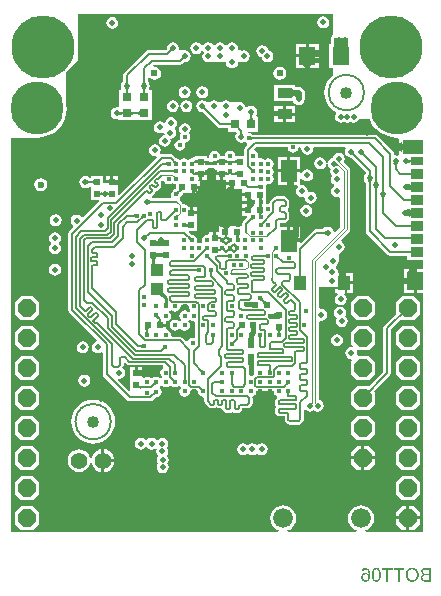
<source format=gbl>
G04 Layer_Physical_Order=6*
G04 Layer_Color=16711680*
%FSLAX25Y25*%
%MOIN*%
G70*
G01*
G75*
%ADD10C,0.00787*%
%ADD12C,0.04000*%
%ADD17R,0.02500X0.03000*%
%ADD18R,0.03000X0.02500*%
%ADD21R,0.02000X0.02000*%
%ADD34R,0.04800X0.03200*%
%ADD43C,0.01500*%
%ADD44C,0.00500*%
%ADD45C,0.02000*%
%ADD46C,0.01000*%
%ADD47C,0.00800*%
%ADD48C,0.01969*%
%ADD50C,0.00602*%
%ADD51C,0.00462*%
%ADD52C,0.00350*%
%ADD53C,0.00600*%
%ADD71C,0.17717*%
%ADD72C,0.06600*%
%ADD73P,0.06494X8X22.5*%
%ADD74C,0.02400*%
%ADD75C,0.05600*%
%ADD76C,0.21000*%
%ADD77C,0.01575*%
%ADD78C,0.02362*%
%ADD79C,0.01969*%
%ADD80C,0.01800*%
%ADD93R,0.03937X0.04724*%
%ADD94R,0.05315X0.07480*%
%ADD95R,0.07087X0.04606*%
%ADD96R,0.04331X0.02953*%
%ADD97R,0.04331X0.03346*%
%ADD98R,0.05315X0.06102*%
%ADD99R,0.02200X0.02000*%
%ADD100R,0.02000X0.02000*%
%ADD101R,0.04000X0.04000*%
%ADD102R,0.02000X0.02200*%
%ADD103R,0.05600X0.06300*%
%ADD104C,0.00591*%
%ADD105C,0.00400*%
%ADD106R,0.03433X0.01210*%
%ADD107R,0.00873X0.01500*%
%ADD108R,0.02117X0.00893*%
%ADD109R,0.03900X0.01600*%
%ADD110R,0.04700X0.06200*%
%ADD111R,0.14500X0.11900*%
G36*
X66607Y95043D02*
X66524Y95041D01*
X66445Y95034D01*
X66369Y95022D01*
X66296Y95005D01*
X66226Y94982D01*
X66160Y94955D01*
X66098Y94922D01*
X66038Y94884D01*
X65982Y94840D01*
X65929Y94792D01*
X65576Y95145D01*
X65624Y95198D01*
X65668Y95254D01*
X65706Y95314D01*
X65739Y95376D01*
X65766Y95442D01*
X65789Y95512D01*
X65806Y95585D01*
X65818Y95661D01*
X65825Y95740D01*
X65827Y95823D01*
X66607Y95043D01*
D02*
G37*
G36*
X89638Y95043D02*
X89535Y95042D01*
X89349Y95026D01*
X89266Y95012D01*
X89188Y94992D01*
X89117Y94969D01*
X89051Y94941D01*
X88992Y94908D01*
X88939Y94871D01*
X88892Y94830D01*
X88645Y95077D01*
X88686Y95124D01*
X88723Y95177D01*
X88756Y95236D01*
X88784Y95302D01*
X88807Y95373D01*
X88827Y95451D01*
X88841Y95534D01*
X88851Y95624D01*
X88857Y95720D01*
X88858Y95823D01*
X89638Y95043D01*
D02*
G37*
G36*
X72458Y95826D02*
X72469Y95780D01*
X72486Y95733D01*
X72509Y95683D01*
X72538Y95632D01*
X72573Y95579D01*
X72614Y95524D01*
X72714Y95407D01*
X72773Y95346D01*
X72255Y94751D01*
X72194Y94810D01*
X72077Y94908D01*
X72021Y94947D01*
X71967Y94979D01*
X71914Y95006D01*
X71863Y95025D01*
X71814Y95038D01*
X71767Y95045D01*
X71721Y95045D01*
X72453Y95869D01*
X72458Y95826D01*
D02*
G37*
G36*
X75081Y95778D02*
X75090Y95731D01*
X75106Y95682D01*
X75127Y95632D01*
X75155Y95580D01*
X75188Y95526D01*
X75229Y95470D01*
X75275Y95413D01*
X75386Y95293D01*
X74829Y94736D01*
X74768Y94795D01*
X74652Y94893D01*
X74596Y94934D01*
X74542Y94967D01*
X74490Y94995D01*
X74440Y95016D01*
X74391Y95032D01*
X74344Y95041D01*
X74299Y95043D01*
X75079Y95823D01*
X75081Y95778D01*
D02*
G37*
G36*
X75386Y96368D02*
X75327Y96307D01*
X75229Y96191D01*
X75188Y96135D01*
X75155Y96081D01*
X75127Y96029D01*
X75106Y95979D01*
X75090Y95930D01*
X75081Y95883D01*
X75079Y95838D01*
X74291Y95831D01*
X74284Y95043D01*
X74239Y95041D01*
X74192Y95032D01*
X74143Y95016D01*
X74093Y94995D01*
X74041Y94967D01*
X73987Y94934D01*
X73931Y94893D01*
X73815Y94795D01*
X73754Y94736D01*
X73197Y95293D01*
X73308Y95413D01*
X73355Y95470D01*
X73395Y95526D01*
X73428Y95580D01*
X73456Y95632D01*
X73477Y95682D01*
X73493Y95731D01*
X73501Y95778D01*
X73504Y95823D01*
X74291Y95831D01*
X74299Y96618D01*
X74344Y96621D01*
X74391Y96629D01*
X74440Y96645D01*
X74490Y96666D01*
X74542Y96694D01*
X74596Y96727D01*
X74652Y96767D01*
X74709Y96814D01*
X74829Y96925D01*
X75386Y96368D01*
D02*
G37*
G36*
X76361Y96879D02*
X76477Y96779D01*
X76533Y96738D01*
X76586Y96702D01*
X76637Y96673D01*
X76687Y96650D01*
X76734Y96633D01*
X76779Y96622D01*
X76823Y96617D01*
X75998Y95886D01*
X75998Y95932D01*
X75991Y95979D01*
X75978Y96028D01*
X75959Y96079D01*
X75932Y96132D01*
X75900Y96186D01*
X75861Y96242D01*
X75815Y96299D01*
X75704Y96420D01*
X76300Y96938D01*
X76361Y96879D01*
D02*
G37*
G36*
X73754Y99486D02*
X73871Y99389D01*
X73927Y99350D01*
X73981Y99317D01*
X74034Y99291D01*
X74085Y99272D01*
X74134Y99260D01*
X74182Y99253D01*
X74227Y99254D01*
X73506Y98421D01*
X73500Y98464D01*
X73488Y98509D01*
X73471Y98556D01*
X73448Y98605D01*
X73418Y98656D01*
X73383Y98709D01*
X73342Y98765D01*
X73241Y98881D01*
X73182Y98942D01*
X73693Y99545D01*
X73754Y99486D01*
D02*
G37*
G36*
X134362Y98667D02*
X134356Y98724D01*
X134338Y98775D01*
X134308Y98820D01*
X134266Y98859D01*
X134212Y98892D01*
X134146Y98920D01*
X134067Y98941D01*
X133977Y98956D01*
X133875Y98965D01*
X133760Y98968D01*
Y99570D01*
X133875Y99573D01*
X133977Y99582D01*
X134067Y99597D01*
X134146Y99618D01*
X134212Y99646D01*
X134266Y99679D01*
X134308Y99718D01*
X134338Y99763D01*
X134356Y99814D01*
X134362Y99871D01*
Y98667D01*
D02*
G37*
G36*
X60864Y99380D02*
X60920Y99336D01*
X60980Y99298D01*
X61042Y99265D01*
X61108Y99238D01*
X61178Y99215D01*
X61251Y99198D01*
X61327Y99186D01*
X61406Y99179D01*
X61489Y99177D01*
X60709Y98397D01*
X60707Y98480D01*
X60700Y98559D01*
X60688Y98635D01*
X60671Y98708D01*
X60648Y98778D01*
X60621Y98844D01*
X60588Y98906D01*
X60550Y98966D01*
X60506Y99022D01*
X60458Y99075D01*
X60811Y99428D01*
X60864Y99380D01*
D02*
G37*
G36*
X74340Y97683D02*
X74297Y97677D01*
X74252Y97666D01*
X74204Y97649D01*
X74155Y97625D01*
X74104Y97596D01*
X74051Y97561D01*
X73996Y97519D01*
X73880Y97419D01*
X73819Y97360D01*
X73216Y97870D01*
X73274Y97932D01*
X73372Y98049D01*
X73411Y98105D01*
X73443Y98159D01*
X73469Y98211D01*
X73488Y98262D01*
X73501Y98312D01*
X73507Y98359D01*
X73507Y98405D01*
X74340Y97683D01*
D02*
G37*
G36*
X70172Y99893D02*
X70196Y99825D01*
X70236Y99765D01*
X70292Y99713D01*
X70364Y99669D01*
X70452Y99633D01*
X70556Y99605D01*
X70676Y99585D01*
X70812Y99573D01*
X70964Y99569D01*
Y98769D01*
X70812Y98765D01*
X70676Y98753D01*
X70556Y98733D01*
X70452Y98705D01*
X70364Y98669D01*
X70292Y98625D01*
X70236Y98573D01*
X70196Y98513D01*
X70172Y98445D01*
X70164Y98369D01*
Y99969D01*
X70172Y99893D01*
D02*
G37*
G36*
X49671Y92471D02*
X49588Y92441D01*
X49515Y92391D01*
X49452Y92321D01*
X49398Y92231D01*
X49354Y92121D01*
X49320Y91991D01*
X49295Y91841D01*
X49281Y91671D01*
X49276Y91481D01*
X48276D01*
X48271Y91671D01*
X48256Y91841D01*
X48232Y91991D01*
X48198Y92121D01*
X48154Y92231D01*
X48100Y92321D01*
X48037Y92391D01*
X47964Y92441D01*
X47881Y92471D01*
X47788Y92481D01*
X49764D01*
X49671Y92471D01*
D02*
G37*
G36*
X90435Y93181D02*
X90442Y93102D01*
X90454Y93025D01*
X90471Y92953D01*
X90494Y92883D01*
X90521Y92817D01*
X90554Y92755D01*
X90592Y92695D01*
X90636Y92639D01*
X90684Y92586D01*
X90331Y92233D01*
X90278Y92281D01*
X90222Y92325D01*
X90162Y92363D01*
X90100Y92396D01*
X90034Y92423D01*
X89964Y92446D01*
X89891Y92463D01*
X89815Y92475D01*
X89736Y92482D01*
X89653Y92484D01*
X90433Y93264D01*
X90435Y93181D01*
D02*
G37*
G36*
X79729Y91765D02*
X79783Y91711D01*
X80080Y91413D01*
X79832Y91166D01*
X79476Y91519D01*
X79726Y91769D01*
X79729Y91765D01*
D02*
G37*
G36*
X63514Y87918D02*
X63454Y87975D01*
X63393Y88026D01*
X63331Y88071D01*
X63267Y88111D01*
X63202Y88144D01*
X63135Y88171D01*
X63068Y88192D01*
X62999Y88207D01*
X62928Y88216D01*
X62857Y88219D01*
Y88719D01*
X62928Y88722D01*
X62999Y88731D01*
X63068Y88746D01*
X63135Y88767D01*
X63202Y88794D01*
X63267Y88827D01*
X63331Y88867D01*
X63393Y88912D01*
X63454Y88963D01*
X63514Y89020D01*
Y87918D01*
D02*
G37*
G36*
X49281Y91265D02*
X49296Y91094D01*
X49321Y90942D01*
X49356Y90811D01*
X49401Y90700D01*
X49456Y90609D01*
X49521Y90537D01*
X49596Y90487D01*
X49681Y90456D01*
X49776Y90445D01*
X47888Y90457D01*
X47962Y90467D01*
X48028Y90497D01*
X48086Y90547D01*
X48136Y90617D01*
X48179Y90707D01*
X48214Y90817D01*
X48241Y90947D01*
X48261Y91097D01*
X48272Y91267D01*
X48276Y91457D01*
X49276D01*
X49281Y91265D01*
D02*
G37*
G36*
X67405Y93181D02*
X67412Y93102D01*
X67424Y93026D01*
X67441Y92953D01*
X67464Y92883D01*
X67491Y92817D01*
X67524Y92755D01*
X67563Y92695D01*
X67606Y92639D01*
X67654Y92586D01*
X67301Y92233D01*
X67248Y92281D01*
X67192Y92325D01*
X67132Y92363D01*
X67070Y92396D01*
X67004Y92423D01*
X66934Y92446D01*
X66861Y92463D01*
X66785Y92475D01*
X66706Y92482D01*
X66623Y92484D01*
X67403Y93264D01*
X67405Y93181D01*
D02*
G37*
G36*
X70172Y95893D02*
X70196Y95825D01*
X70236Y95765D01*
X70292Y95713D01*
X70364Y95669D01*
X70452Y95633D01*
X70556Y95605D01*
X70676Y95585D01*
X70812Y95573D01*
X70964Y95569D01*
Y94769D01*
X70812Y94765D01*
X70676Y94753D01*
X70556Y94733D01*
X70452Y94705D01*
X70364Y94669D01*
X70292Y94625D01*
X70236Y94573D01*
X70196Y94513D01*
X70172Y94445D01*
X70164Y94369D01*
Y95969D01*
X70172Y95893D01*
D02*
G37*
G36*
X76823Y95044D02*
X76779Y95039D01*
X76734Y95028D01*
X76687Y95011D01*
X76637Y94988D01*
X76586Y94959D01*
X76533Y94924D01*
X76477Y94882D01*
X76361Y94782D01*
X76300Y94723D01*
X75704Y95241D01*
X75763Y95302D01*
X75861Y95419D01*
X75900Y95475D01*
X75932Y95529D01*
X75959Y95582D01*
X75978Y95633D01*
X75991Y95682D01*
X75998Y95729D01*
X75998Y95775D01*
X76823Y95044D01*
D02*
G37*
G36*
X134362Y94052D02*
X134356Y94109D01*
X134338Y94160D01*
X134308Y94205D01*
X134266Y94244D01*
X134212Y94278D01*
X134146Y94305D01*
X134067Y94326D01*
X133977Y94341D01*
X133875Y94350D01*
X133760Y94353D01*
Y94955D01*
X133875Y94958D01*
X133977Y94967D01*
X134067Y94982D01*
X134146Y95003D01*
X134212Y95030D01*
X134266Y95064D01*
X134308Y95103D01*
X134338Y95148D01*
X134356Y95199D01*
X134362Y95256D01*
Y94052D01*
D02*
G37*
G36*
X73731Y92720D02*
X73672Y92778D01*
X73611Y92829D01*
X73548Y92874D01*
X73484Y92913D01*
X73419Y92946D01*
X73353Y92973D01*
X73285Y92994D01*
X73216Y93010D01*
X73146Y93019D01*
X73074Y93022D01*
Y93521D01*
X73146Y93524D01*
X73216Y93534D01*
X73285Y93549D01*
X73353Y93570D01*
X73419Y93597D01*
X73484Y93630D01*
X73548Y93669D01*
X73611Y93714D01*
X73672Y93765D01*
X73731Y93823D01*
Y92720D01*
D02*
G37*
G36*
X86358Y92772D02*
X86299Y92829D01*
X86238Y92880D01*
X86175Y92925D01*
X86112Y92965D01*
X86047Y92998D01*
X85980Y93025D01*
X85913Y93046D01*
X85844Y93061D01*
X85773Y93070D01*
X85702Y93073D01*
Y93573D01*
X85773Y93576D01*
X85844Y93585D01*
X85913Y93600D01*
X85980Y93621D01*
X86047Y93648D01*
X86112Y93681D01*
X86175Y93721D01*
X86238Y93766D01*
X86299Y93817D01*
X86358Y93874D01*
Y92772D01*
D02*
G37*
G36*
X77600Y100185D02*
X77532Y100161D01*
X77472Y100120D01*
X77420Y100063D01*
X77376Y99990D01*
X77340Y99901D01*
X77312Y99795D01*
X77292Y99673D01*
X77280Y99535D01*
X77279Y99511D01*
X77290Y99382D01*
X77300Y99314D01*
X77314Y99252D01*
X77330Y99197D01*
X77350Y99146D01*
X77373Y99102D01*
X77399Y99064D01*
X77427Y99031D01*
X76325D01*
X76354Y99064D01*
X76379Y99102D01*
X76402Y99146D01*
X76422Y99197D01*
X76438Y99252D01*
X76452Y99314D01*
X76462Y99382D01*
X76470Y99455D01*
X76472Y99521D01*
X76472Y99535D01*
X76460Y99673D01*
X76440Y99795D01*
X76412Y99901D01*
X76376Y99990D01*
X76332Y100063D01*
X76280Y100120D01*
X76220Y100161D01*
X76152Y100185D01*
X76076Y100193D01*
X77676D01*
X77600Y100185D01*
D02*
G37*
G36*
X56304Y107839D02*
X56222Y107837D01*
X56142Y107830D01*
X56066Y107818D01*
X55994Y107801D01*
X55924Y107778D01*
X55858Y107751D01*
X55795Y107718D01*
X55736Y107680D01*
X55680Y107636D01*
X55627Y107588D01*
X55273Y107941D01*
X55322Y107994D01*
X55365Y108050D01*
X55404Y108110D01*
X55436Y108172D01*
X55464Y108238D01*
X55487Y108308D01*
X55504Y108380D01*
X55516Y108457D01*
X55523Y108536D01*
X55525Y108619D01*
X56304Y107839D01*
D02*
G37*
G36*
X85050Y110590D02*
X85023Y110550D01*
X84999Y110505D01*
X84979Y110454D01*
X84962Y110398D01*
X84947Y110336D01*
X84936Y110268D01*
X84930Y110207D01*
X84938Y110116D01*
X84958Y109997D01*
X84985Y109895D01*
X85021Y109808D01*
X85064Y109738D01*
X85115Y109682D01*
X85174Y109643D01*
X85241Y109619D01*
X85316Y109611D01*
X83741D01*
X83816Y109619D01*
X83883Y109643D01*
X83942Y109682D01*
X83993Y109738D01*
X84036Y109808D01*
X84072Y109895D01*
X84099Y109997D01*
X84119Y110116D01*
X84126Y110199D01*
X84121Y110268D01*
X84110Y110336D01*
X84095Y110398D01*
X84078Y110454D01*
X84058Y110505D01*
X84034Y110550D01*
X84007Y110590D01*
X83977Y110623D01*
X85080D01*
X85050Y110590D01*
D02*
G37*
G36*
X85089Y107640D02*
X85022Y107615D01*
X84963Y107576D01*
X84911Y107520D01*
X84868Y107448D01*
X84833Y107360D01*
X84805Y107256D01*
X84785Y107136D01*
X84782Y107100D01*
X84787Y107055D01*
X84800Y106989D01*
X84817Y106929D01*
X84838Y106876D01*
X84863Y106829D01*
X84892Y106789D01*
X84924Y106754D01*
X84960Y106726D01*
X83879Y106512D01*
X83899Y106546D01*
X83916Y106585D01*
X83932Y106629D01*
X83945Y106680D01*
X83956Y106737D01*
X83973Y106867D01*
X83978Y106941D01*
X83979Y106975D01*
X83978Y107000D01*
X83966Y107136D01*
X83947Y107256D01*
X83919Y107360D01*
X83884Y107448D01*
X83841Y107520D01*
X83789Y107576D01*
X83730Y107615D01*
X83663Y107640D01*
X83589Y107648D01*
X85163D01*
X85089Y107640D01*
D02*
G37*
G36*
X57308Y106815D02*
X57265Y106766D01*
X57228Y106712D01*
X57197Y106653D01*
X57173Y106588D01*
X57154Y106518D01*
X57142Y106443D01*
X57135Y106363D01*
X57135Y106277D01*
X57142Y106187D01*
X57154Y106091D01*
X56828Y106333D01*
X56626Y106130D01*
X56376Y106380D01*
X56380Y106384D01*
X56434Y106437D01*
X56543Y106546D01*
X56270Y106749D01*
X56377Y106765D01*
X56570Y106806D01*
X56656Y106830D01*
X56807Y106885D01*
X56871Y106916D01*
X56929Y106950D01*
X56980Y106986D01*
X57024Y107025D01*
X57308Y106815D01*
D02*
G37*
G36*
X42614Y106118D02*
X42554Y106175D01*
X42493Y106226D01*
X42431Y106271D01*
X42367Y106311D01*
X42302Y106344D01*
X42235Y106371D01*
X42168Y106392D01*
X42099Y106407D01*
X42029Y106416D01*
X41957Y106419D01*
Y106919D01*
X42029Y106922D01*
X42099Y106931D01*
X42168Y106946D01*
X42235Y106967D01*
X42302Y106994D01*
X42367Y107027D01*
X42431Y107067D01*
X42493Y107112D01*
X42554Y107163D01*
X42614Y107220D01*
Y106118D01*
D02*
G37*
G36*
X47465Y111775D02*
X47550Y111700D01*
X47635Y111634D01*
X47720Y111577D01*
X47804Y111529D01*
X47888Y111489D01*
X47971Y111459D01*
X48054Y111437D01*
X48136Y111423D01*
X48219Y111419D01*
Y110919D01*
X48136Y110915D01*
X48054Y110901D01*
X47971Y110880D01*
X47888Y110849D01*
X47804Y110809D01*
X47720Y110761D01*
X47635Y110704D01*
X47550Y110638D01*
X47465Y110563D01*
X47379Y110480D01*
Y111858D01*
X47465Y111775D01*
D02*
G37*
G36*
X125891Y112965D02*
X125825Y112887D01*
X125767Y112808D01*
X125717Y112727D01*
X125674Y112645D01*
X125639Y112562D01*
X125612Y112478D01*
X125593Y112392D01*
X125581Y112305D01*
X125577Y112217D01*
X124975D01*
X124971Y112305D01*
X124959Y112392D01*
X124940Y112478D01*
X124913Y112562D01*
X124878Y112645D01*
X124835Y112727D01*
X124785Y112808D01*
X124727Y112887D01*
X124661Y112965D01*
X124587Y113042D01*
X125965D01*
X125891Y112965D01*
D02*
G37*
G36*
X33265Y114575D02*
X33350Y114500D01*
X33435Y114434D01*
X33520Y114377D01*
X33604Y114329D01*
X33688Y114289D01*
X33742Y114269D01*
X33772Y114281D01*
X33818Y114309D01*
X33854Y114341D01*
X33880Y114379D01*
X33895Y114421D01*
X33900Y114469D01*
Y114229D01*
X33936Y114223D01*
X34018Y114219D01*
Y113719D01*
X33936Y113715D01*
X33900Y113709D01*
Y113469D01*
X33895Y113516D01*
X33880Y113559D01*
X33854Y113596D01*
X33818Y113629D01*
X33772Y113656D01*
X33742Y113669D01*
X33688Y113649D01*
X33604Y113609D01*
X33520Y113561D01*
X33435Y113504D01*
X33350Y113438D01*
X33265Y113363D01*
X33179Y113280D01*
Y114658D01*
X33265Y114575D01*
D02*
G37*
G36*
X85241Y112685D02*
X85174Y112661D01*
X85115Y112621D01*
X85064Y112565D01*
X85021Y112493D01*
X84985Y112405D01*
X84958Y112301D01*
X84938Y112181D01*
X84934Y112134D01*
X84936Y112103D01*
X84947Y112035D01*
X84962Y111973D01*
X84979Y111917D01*
X84999Y111866D01*
X85023Y111821D01*
X85050Y111782D01*
X85080Y111748D01*
X83977D01*
X84007Y111782D01*
X84034Y111821D01*
X84058Y111866D01*
X84078Y111917D01*
X84095Y111973D01*
X84110Y112035D01*
X84121Y112103D01*
X84123Y112130D01*
X84119Y112181D01*
X84099Y112301D01*
X84072Y112405D01*
X84036Y112493D01*
X83993Y112565D01*
X83942Y112621D01*
X83883Y112661D01*
X83816Y112685D01*
X83741Y112693D01*
X85316D01*
X85241Y112685D01*
D02*
G37*
G36*
X56830Y111165D02*
X56883Y111111D01*
X57179Y110813D01*
X56932Y110565D01*
X56576Y110919D01*
X56826Y111169D01*
X56830Y111165D01*
D02*
G37*
G36*
X134362Y111374D02*
X134356Y111431D01*
X134338Y111482D01*
X134308Y111527D01*
X134266Y111566D01*
X134212Y111600D01*
X134146Y111627D01*
X134067Y111648D01*
X133977Y111663D01*
X133875Y111672D01*
X133760Y111675D01*
Y112277D01*
X133875Y112280D01*
X133977Y112289D01*
X134067Y112304D01*
X134146Y112325D01*
X134212Y112353D01*
X134266Y112386D01*
X134308Y112425D01*
X134338Y112470D01*
X134356Y112521D01*
X134362Y112578D01*
Y111374D01*
D02*
G37*
G36*
X106173Y100280D02*
X106087Y100363D01*
X106002Y100438D01*
X105917Y100504D01*
X105832Y100561D01*
X105748Y100609D01*
X105664Y100649D01*
X105581Y100680D01*
X105498Y100701D01*
X105416Y100715D01*
X105333Y100719D01*
Y101219D01*
X105416Y101223D01*
X105498Y101237D01*
X105581Y101259D01*
X105664Y101289D01*
X105748Y101329D01*
X105832Y101377D01*
X105917Y101434D01*
X106002Y101500D01*
X106087Y101575D01*
X106173Y101658D01*
Y100280D01*
D02*
G37*
G36*
X79729Y101165D02*
X79783Y101111D01*
X80080Y100813D01*
X79832Y100566D01*
X79476Y100919D01*
X79726Y101169D01*
X79729Y101165D01*
D02*
G37*
G36*
X86432Y99525D02*
X86427Y99525D01*
X86351Y99526D01*
X85931Y99527D01*
Y99877D01*
X86432Y99879D01*
Y99525D01*
D02*
G37*
G36*
X46944Y99983D02*
X46889Y99922D01*
X46840Y99854D01*
X46796Y99780D01*
X46759Y99699D01*
X46728Y99612D01*
X46703Y99519D01*
X46683Y99418D01*
X46670Y99312D01*
X46662Y99199D01*
X46660Y99079D01*
X45686Y100053D01*
X45805Y100055D01*
X45919Y100063D01*
X46025Y100076D01*
X46126Y100096D01*
X46219Y100121D01*
X46306Y100152D01*
X46387Y100189D01*
X46461Y100233D01*
X46529Y100282D01*
X46590Y100337D01*
X46944Y99983D01*
D02*
G37*
G36*
X72698Y98798D02*
X72637Y98736D01*
X72490Y98569D01*
X72453Y98518D01*
X72394Y98427D01*
X72385Y98410D01*
X72396Y98380D01*
X72420Y98331D01*
X72449Y98280D01*
X72484Y98226D01*
X72525Y98171D01*
X72626Y98055D01*
X72685Y97994D01*
X72173Y97393D01*
X72112Y97451D01*
X71995Y97549D01*
X71939Y97588D01*
X71884Y97620D01*
X71832Y97646D01*
X71781Y97665D01*
X71732Y97678D01*
X71684Y97684D01*
X71638Y97684D01*
X72277Y98418D01*
X71751Y99237D01*
X71796Y99230D01*
X71843Y99231D01*
X71892Y99239D01*
X71942Y99254D01*
X71995Y99277D01*
X72049Y99306D01*
X72105Y99343D01*
X72162Y99387D01*
X72222Y99438D01*
X72283Y99497D01*
X72698Y98798D01*
D02*
G37*
G36*
X134362Y102713D02*
X134356Y102770D01*
X134338Y102821D01*
X134308Y102866D01*
X134266Y102905D01*
X134212Y102938D01*
X134146Y102966D01*
X134067Y102987D01*
X133977Y103002D01*
X133875Y103011D01*
X133760Y103014D01*
Y103616D01*
X133875Y103619D01*
X133977Y103628D01*
X134067Y103643D01*
X134146Y103664D01*
X134212Y103691D01*
X134266Y103725D01*
X134308Y103764D01*
X134338Y103809D01*
X134356Y103860D01*
X134362Y103917D01*
Y102713D01*
D02*
G37*
G36*
X45568Y105882D02*
X45485Y105880D01*
X45406Y105873D01*
X45330Y105861D01*
X45257Y105843D01*
X45188Y105821D01*
X45122Y105793D01*
X45059Y105760D01*
X45000Y105722D01*
X44943Y105679D01*
X44891Y105630D01*
X44537Y105984D01*
X44586Y106036D01*
X44629Y106093D01*
X44667Y106152D01*
X44700Y106215D01*
X44728Y106281D01*
X44750Y106350D01*
X44768Y106423D01*
X44780Y106499D01*
X44787Y106578D01*
X44789Y106661D01*
X45568Y105882D01*
D02*
G37*
G36*
X134362Y105985D02*
X134345Y106114D01*
X134291Y106229D01*
X134202Y106330D01*
X134077Y106418D01*
X133916Y106493D01*
X133719Y106553D01*
X133487Y106601D01*
X133219Y106635D01*
X132915Y106655D01*
X132576Y106662D01*
Y108630D01*
X132915Y108637D01*
X133487Y108691D01*
X133719Y108739D01*
X133916Y108799D01*
X134077Y108874D01*
X134202Y108962D01*
X134291Y109063D01*
X134345Y109178D01*
X134362Y109307D01*
Y105985D01*
D02*
G37*
G36*
X81823Y105293D02*
X81745Y105304D01*
X81670Y105309D01*
X81597Y105307D01*
X81528Y105298D01*
X81460Y105282D01*
X81396Y105260D01*
X81333Y105230D01*
X81274Y105194D01*
X81217Y105152D01*
X81163Y105102D01*
X80876Y105522D01*
X80923Y105573D01*
X80966Y105627D01*
X81007Y105685D01*
X81043Y105747D01*
X81077Y105813D01*
X81107Y105882D01*
X81133Y105955D01*
X81156Y106032D01*
X81176Y106112D01*
X81192Y106197D01*
X81823Y105293D01*
D02*
G37*
G36*
X85566Y104193D02*
X85518Y104140D01*
X85474Y104084D01*
X85436Y104024D01*
X85403Y103962D01*
X85376Y103896D01*
X85353Y103826D01*
X85336Y103753D01*
X85324Y103677D01*
X85317Y103598D01*
X85315Y103515D01*
X84535Y104295D01*
X84618Y104297D01*
X84697Y104304D01*
X84773Y104316D01*
X84846Y104333D01*
X84916Y104356D01*
X84982Y104383D01*
X85044Y104416D01*
X85104Y104454D01*
X85160Y104498D01*
X85213Y104546D01*
X85566Y104193D01*
D02*
G37*
G36*
X60400Y102720D02*
X60392Y102795D01*
X60368Y102862D01*
X60328Y102921D01*
X60272Y102972D01*
X60200Y103015D01*
X60112Y103051D01*
X60008Y103078D01*
X59888Y103098D01*
X59863Y103100D01*
X59856Y103100D01*
X59788Y103089D01*
X59726Y103074D01*
X59670Y103057D01*
X59619Y103037D01*
X59574Y103013D01*
X59535Y102986D01*
X59501Y102956D01*
Y104059D01*
X59535Y104029D01*
X59574Y104002D01*
X59619Y103978D01*
X59670Y103958D01*
X59726Y103941D01*
X59788Y103926D01*
X59856Y103915D01*
X59862Y103915D01*
X59888Y103917D01*
X60008Y103937D01*
X60112Y103964D01*
X60200Y104000D01*
X60272Y104043D01*
X60328Y104094D01*
X60368Y104153D01*
X60392Y104220D01*
X60400Y104295D01*
Y102720D01*
D02*
G37*
G36*
X59406Y52344D02*
X59415Y52274D01*
X59430Y52205D01*
X59451Y52137D01*
X59478Y52071D01*
X59511Y52006D01*
X59551Y51942D01*
X59596Y51880D01*
X59647Y51819D01*
X59704Y51759D01*
X58602D01*
X58659Y51819D01*
X58710Y51880D01*
X58755Y51942D01*
X58795Y52006D01*
X58828Y52071D01*
X58855Y52137D01*
X58876Y52205D01*
X58891Y52274D01*
X58900Y52344D01*
X58903Y52416D01*
X59403D01*
X59406Y52344D01*
D02*
G37*
G36*
X39886Y57079D02*
X40294Y56806D01*
X40776Y56711D01*
X51933D01*
X52098Y56505D01*
X52109Y56401D01*
X52006Y55910D01*
X51577Y55623D01*
X51185Y55037D01*
X51048Y54346D01*
X51185Y53655D01*
X51573Y53074D01*
X51647Y52956D01*
Y52827D01*
X51439Y52617D01*
X50953Y52474D01*
X50367Y52866D01*
X49676Y53003D01*
X48985Y52866D01*
X48437Y52500D01*
X48282Y52440D01*
X47970D01*
X47815Y52500D01*
X47267Y52866D01*
X46576Y53003D01*
X45885Y52866D01*
X45476Y52593D01*
X44976Y52823D01*
Y53578D01*
X44699Y53559D01*
X44504Y53530D01*
X44339Y53492D01*
X44204Y53447D01*
X44099Y53393D01*
X44024Y53330D01*
X43979Y53260D01*
X43964Y53181D01*
Y53669D01*
X42976D01*
Y54169D01*
D01*
Y53669D01*
X41976D01*
Y54669D01*
X42476D01*
Y56169D01*
X40976D01*
Y53501D01*
X40976Y52169D01*
X40992Y51676D01*
Y48440D01*
X40492Y48233D01*
X36872Y51852D01*
X37119Y52313D01*
X37376Y52262D01*
X38144Y52415D01*
X38795Y52850D01*
X39230Y53501D01*
X39383Y54269D01*
X39230Y55037D01*
X38795Y55688D01*
X38473Y55903D01*
X38466Y55979D01*
X38739Y56387D01*
X38834Y56869D01*
Y57478D01*
X39296Y57669D01*
X39886Y57079D01*
D02*
G37*
G36*
X55380Y52177D02*
X55436Y52134D01*
X55496Y52095D01*
X55558Y52061D01*
X55624Y52032D01*
X55694Y52007D01*
X55767Y51987D01*
X55844Y51972D01*
X55923Y51961D01*
X56007Y51956D01*
X55190Y51216D01*
X55192Y51297D01*
X55189Y51376D01*
X55179Y51451D01*
X55164Y51523D01*
X55144Y51592D01*
X55118Y51658D01*
X55086Y51721D01*
X55048Y51780D01*
X55005Y51837D01*
X54956Y51890D01*
X55328Y52225D01*
X55380Y52177D01*
D02*
G37*
G36*
X93791Y50410D02*
X93708Y50408D01*
X93629Y50401D01*
X93553Y50389D01*
X93480Y50371D01*
X93411Y50349D01*
X93345Y50321D01*
X93282Y50288D01*
X93223Y50250D01*
X93167Y50207D01*
X93114Y50158D01*
X92760Y50512D01*
X92809Y50564D01*
X92852Y50621D01*
X92890Y50680D01*
X92923Y50743D01*
X92951Y50809D01*
X92974Y50878D01*
X92991Y50951D01*
X93003Y51027D01*
X93010Y51106D01*
X93012Y51189D01*
X93791Y50410D01*
D02*
G37*
G36*
X71190Y50646D02*
X71130Y50703D01*
X71069Y50754D01*
X71007Y50799D01*
X70943Y50839D01*
X70878Y50872D01*
X70811Y50899D01*
X70744Y50920D01*
X70675Y50935D01*
X70604Y50944D01*
X70533Y50947D01*
Y51447D01*
X70604Y51450D01*
X70675Y51459D01*
X70744Y51474D01*
X70811Y51495D01*
X70878Y51522D01*
X70943Y51555D01*
X71007Y51595D01*
X71069Y51640D01*
X71130Y51691D01*
X71190Y51748D01*
Y50646D01*
D02*
G37*
G36*
X75395Y53724D02*
X75344Y53663D01*
X75299Y53601D01*
X75259Y53537D01*
X75226Y53472D01*
X75199Y53405D01*
X75178Y53338D01*
X75163Y53269D01*
X75154Y53198D01*
X75151Y53127D01*
X74651D01*
X74648Y53198D01*
X74639Y53269D01*
X74624Y53338D01*
X74603Y53405D01*
X74576Y53472D01*
X74543Y53537D01*
X74503Y53601D01*
X74458Y53663D01*
X74407Y53724D01*
X74350Y53784D01*
X75452D01*
X75395Y53724D01*
D02*
G37*
G36*
X82124Y58466D02*
X82087Y58421D01*
X82055Y58346D01*
X82028Y58241D01*
X82004Y58106D01*
X81985Y57941D01*
X81959Y57521D01*
X81951Y56981D01*
X80451D01*
X80448Y57266D01*
X80385Y58106D01*
X80356Y58241D01*
X80322Y58346D01*
X80283Y58421D01*
X80238Y58466D01*
X80188Y58481D01*
X82164D01*
X82124Y58466D01*
D02*
G37*
G36*
X52697Y62085D02*
X52617Y62091D01*
X52539Y62090D01*
X52465Y62083D01*
X52393Y62070D01*
X52325Y62051D01*
X52259Y62026D01*
X52196Y61995D01*
X52137Y61958D01*
X52080Y61915D01*
X52027Y61866D01*
X51707Y62253D01*
X51754Y62305D01*
X51798Y62360D01*
X51837Y62419D01*
X51872Y62482D01*
X51903Y62548D01*
X51929Y62618D01*
X51951Y62691D01*
X51969Y62768D01*
X51982Y62848D01*
X51991Y62932D01*
X52697Y62085D01*
D02*
G37*
G36*
X87753Y55493D02*
X87762Y55423D01*
X87777Y55354D01*
X87798Y55286D01*
X87825Y55220D01*
X87858Y55155D01*
X87898Y55091D01*
X87943Y55029D01*
X87994Y54968D01*
X88051Y54908D01*
X86949D01*
X87006Y54968D01*
X87057Y55029D01*
X87102Y55091D01*
X87142Y55155D01*
X87175Y55220D01*
X87202Y55286D01*
X87223Y55354D01*
X87238Y55423D01*
X87247Y55493D01*
X87250Y55565D01*
X87750D01*
X87753Y55493D01*
D02*
G37*
G36*
X64820Y55336D02*
X64876Y55293D01*
X64935Y55255D01*
X64998Y55222D01*
X65064Y55194D01*
X65133Y55172D01*
X65206Y55154D01*
X65282Y55142D01*
X65361Y55135D01*
X65444Y55133D01*
X64665Y54354D01*
X64663Y54436D01*
X64656Y54516D01*
X64644Y54592D01*
X64626Y54665D01*
X64604Y54734D01*
X64576Y54800D01*
X64543Y54863D01*
X64505Y54922D01*
X64462Y54978D01*
X64413Y55031D01*
X64767Y55385D01*
X64820Y55336D01*
D02*
G37*
G36*
X56256Y55493D02*
X56265Y55423D01*
X56280Y55354D01*
X56301Y55286D01*
X56328Y55220D01*
X56361Y55155D01*
X56401Y55091D01*
X56446Y55029D01*
X56497Y54968D01*
X56554Y54908D01*
X55452D01*
X55509Y54968D01*
X55560Y55029D01*
X55605Y55091D01*
X55645Y55155D01*
X55678Y55220D01*
X55705Y55286D01*
X55726Y55354D01*
X55741Y55423D01*
X55750Y55493D01*
X55753Y55565D01*
X56253D01*
X56256Y55493D01*
D02*
G37*
G36*
X132427Y-11329D02*
X130931D01*
Y-15331D01*
X130327D01*
Y-11329D01*
X128832D01*
Y-10791D01*
X132427D01*
Y-11329D01*
D02*
G37*
G36*
X141276Y-15331D02*
X139544D01*
X139387Y-15324D01*
X139249Y-15318D01*
X139124Y-15305D01*
X139019Y-15292D01*
X138934Y-15279D01*
X138868Y-15272D01*
X138829Y-15259D01*
X138816D01*
X138705Y-15226D01*
X138613Y-15193D01*
X138527Y-15154D01*
X138455Y-15114D01*
X138396Y-15088D01*
X138350Y-15062D01*
X138324Y-15042D01*
X138317Y-15036D01*
X138245Y-14977D01*
X138180Y-14905D01*
X138127Y-14832D01*
X138075Y-14767D01*
X138035Y-14701D01*
X138009Y-14655D01*
X137989Y-14623D01*
X137983Y-14609D01*
X137937Y-14504D01*
X137904Y-14400D01*
X137878Y-14301D01*
X137865Y-14209D01*
X137852Y-14130D01*
X137845Y-14065D01*
Y-14026D01*
Y-14019D01*
Y-14012D01*
X137852Y-13868D01*
X137878Y-13737D01*
X137917Y-13625D01*
X137957Y-13520D01*
X137996Y-13442D01*
X138035Y-13383D01*
X138062Y-13343D01*
X138068Y-13330D01*
X138160Y-13225D01*
X138258Y-13140D01*
X138370Y-13068D01*
X138468Y-13009D01*
X138560Y-12963D01*
X138639Y-12937D01*
X138665Y-12923D01*
X138685Y-12917D01*
X138698Y-12910D01*
X138705D01*
X138593Y-12845D01*
X138495Y-12779D01*
X138416Y-12707D01*
X138350Y-12641D01*
X138298Y-12589D01*
X138258Y-12536D01*
X138239Y-12510D01*
X138232Y-12497D01*
X138180Y-12399D01*
X138140Y-12307D01*
X138108Y-12215D01*
X138088Y-12130D01*
X138075Y-12058D01*
X138068Y-11998D01*
Y-11966D01*
Y-11953D01*
X138075Y-11841D01*
X138094Y-11730D01*
X138127Y-11631D01*
X138160Y-11539D01*
X138193Y-11461D01*
X138226Y-11408D01*
X138245Y-11369D01*
X138252Y-11356D01*
X138324Y-11257D01*
X138403Y-11165D01*
X138488Y-11093D01*
X138567Y-11034D01*
X138632Y-10988D01*
X138691Y-10955D01*
X138731Y-10936D01*
X138737Y-10929D01*
X138744D01*
X138868Y-10883D01*
X139006Y-10851D01*
X139144Y-10824D01*
X139275Y-10811D01*
X139393Y-10798D01*
X139446D01*
X139492Y-10791D01*
X141276D01*
Y-15331D01*
D02*
G37*
G36*
X128550Y-11329D02*
X127054D01*
Y-15331D01*
X126450D01*
Y-11329D01*
X124955D01*
Y-10791D01*
X128550D01*
Y-11329D01*
D02*
G37*
G36*
X123256Y-10785D02*
X123420Y-10811D01*
X123557Y-10857D01*
X123676Y-10903D01*
X123774Y-10955D01*
X123813Y-10975D01*
X123846Y-11001D01*
X123872Y-11015D01*
X123892Y-11028D01*
X123899Y-11041D01*
X123905D01*
X124023Y-11146D01*
X124122Y-11270D01*
X124207Y-11395D01*
X124273Y-11513D01*
X124325Y-11625D01*
X124351Y-11671D01*
X124364Y-11716D01*
X124377Y-11749D01*
X124391Y-11776D01*
X124397Y-11789D01*
Y-11795D01*
X124423Y-11894D01*
X124450Y-11992D01*
X124489Y-12208D01*
X124522Y-12425D01*
X124541Y-12628D01*
X124548Y-12727D01*
X124555Y-12812D01*
Y-12891D01*
X124561Y-12963D01*
Y-13015D01*
Y-13061D01*
Y-13088D01*
Y-13094D01*
X124555Y-13324D01*
X124541Y-13540D01*
X124522Y-13737D01*
X124489Y-13921D01*
X124456Y-14091D01*
X124417Y-14242D01*
X124377Y-14380D01*
X124338Y-14498D01*
X124299Y-14603D01*
X124253Y-14695D01*
X124220Y-14773D01*
X124187Y-14832D01*
X124154Y-14885D01*
X124135Y-14918D01*
X124122Y-14937D01*
X124115Y-14944D01*
X124043Y-15023D01*
X123964Y-15095D01*
X123879Y-15160D01*
X123794Y-15213D01*
X123708Y-15259D01*
X123623Y-15298D01*
X123538Y-15324D01*
X123459Y-15351D01*
X123380Y-15370D01*
X123308Y-15383D01*
X123243Y-15397D01*
X123190Y-15403D01*
X123144Y-15410D01*
X123079D01*
X122901Y-15397D01*
X122737Y-15370D01*
X122600Y-15324D01*
X122482Y-15279D01*
X122383Y-15233D01*
X122350Y-15206D01*
X122318Y-15187D01*
X122291Y-15174D01*
X122272Y-15160D01*
X122265Y-15147D01*
X122259D01*
X122141Y-15036D01*
X122042Y-14918D01*
X121957Y-14786D01*
X121891Y-14668D01*
X121839Y-14557D01*
X121812Y-14511D01*
X121799Y-14465D01*
X121786Y-14432D01*
X121773Y-14406D01*
X121767Y-14393D01*
Y-14386D01*
X121734Y-14288D01*
X121707Y-14190D01*
X121668Y-13980D01*
X121635Y-13763D01*
X121616Y-13553D01*
X121609Y-13461D01*
X121603Y-13376D01*
Y-13297D01*
X121596Y-13225D01*
Y-13173D01*
Y-13127D01*
Y-13101D01*
Y-13094D01*
Y-12969D01*
X121603Y-12851D01*
Y-12746D01*
X121609Y-12641D01*
X121622Y-12550D01*
X121629Y-12458D01*
X121635Y-12379D01*
X121649Y-12307D01*
X121655Y-12241D01*
X121668Y-12182D01*
X121675Y-12136D01*
X121681Y-12097D01*
X121688Y-12064D01*
X121694Y-12044D01*
X121701Y-12031D01*
Y-12025D01*
X121740Y-11880D01*
X121786Y-11749D01*
X121839Y-11638D01*
X121878Y-11539D01*
X121924Y-11454D01*
X121950Y-11395D01*
X121976Y-11362D01*
X121983Y-11349D01*
X122055Y-11251D01*
X122127Y-11165D01*
X122206Y-11093D01*
X122278Y-11028D01*
X122344Y-10982D01*
X122396Y-10949D01*
X122429Y-10929D01*
X122436Y-10923D01*
X122442D01*
X122547Y-10870D01*
X122659Y-10837D01*
X122764Y-10811D01*
X122862Y-10791D01*
X122947Y-10778D01*
X123020Y-10772D01*
X123079D01*
X123256Y-10785D01*
D02*
G37*
G36*
X135208Y-10719D02*
X135372Y-10739D01*
X135529Y-10772D01*
X135680Y-10811D01*
X135818Y-10864D01*
X135949Y-10916D01*
X136067Y-10975D01*
X136172Y-11034D01*
X136271Y-11093D01*
X136356Y-11152D01*
X136428Y-11205D01*
X136487Y-11257D01*
X136533Y-11297D01*
X136573Y-11329D01*
X136592Y-11349D01*
X136599Y-11356D01*
X136704Y-11480D01*
X136795Y-11611D01*
X136881Y-11756D01*
X136946Y-11900D01*
X137005Y-12051D01*
X137058Y-12195D01*
X137097Y-12340D01*
X137124Y-12477D01*
X137150Y-12609D01*
X137169Y-12733D01*
X137183Y-12845D01*
X137196Y-12937D01*
Y-13015D01*
X137202Y-13074D01*
Y-13114D01*
Y-13120D01*
Y-13127D01*
X137189Y-13350D01*
X137163Y-13553D01*
X137124Y-13750D01*
X137097Y-13835D01*
X137071Y-13921D01*
X137051Y-13993D01*
X137025Y-14058D01*
X137005Y-14117D01*
X136986Y-14170D01*
X136973Y-14209D01*
X136960Y-14235D01*
X136946Y-14255D01*
Y-14262D01*
X136835Y-14452D01*
X136717Y-14616D01*
X136586Y-14760D01*
X136461Y-14878D01*
X136349Y-14977D01*
X136303Y-15016D01*
X136264Y-15042D01*
X136225Y-15069D01*
X136199Y-15088D01*
X136185Y-15095D01*
X136179Y-15101D01*
X136081Y-15154D01*
X135982Y-15200D01*
X135785Y-15279D01*
X135595Y-15331D01*
X135418Y-15370D01*
X135333Y-15383D01*
X135260Y-15390D01*
X135195Y-15403D01*
X135136D01*
X135097Y-15410D01*
X135031D01*
X134814Y-15397D01*
X134611Y-15364D01*
X134421Y-15324D01*
X134335Y-15298D01*
X134257Y-15272D01*
X134185Y-15246D01*
X134119Y-15220D01*
X134067Y-15200D01*
X134021Y-15180D01*
X133981Y-15160D01*
X133949Y-15147D01*
X133935Y-15134D01*
X133929D01*
X133745Y-15016D01*
X133588Y-14885D01*
X133457Y-14747D01*
X133345Y-14616D01*
X133253Y-14491D01*
X133220Y-14445D01*
X133194Y-14400D01*
X133168Y-14360D01*
X133155Y-14334D01*
X133142Y-14314D01*
Y-14308D01*
X133089Y-14203D01*
X133050Y-14098D01*
X132978Y-13888D01*
X132925Y-13678D01*
X132892Y-13488D01*
X132886Y-13402D01*
X132873Y-13324D01*
X132866Y-13251D01*
Y-13192D01*
X132860Y-13140D01*
Y-13107D01*
Y-13081D01*
Y-13074D01*
X132873Y-12825D01*
X132899Y-12596D01*
X132919Y-12490D01*
X132945Y-12386D01*
X132971Y-12294D01*
X132991Y-12208D01*
X133017Y-12130D01*
X133043Y-12058D01*
X133063Y-11998D01*
X133089Y-11946D01*
X133102Y-11907D01*
X133115Y-11880D01*
X133128Y-11861D01*
Y-11854D01*
X133233Y-11664D01*
X133358Y-11493D01*
X133489Y-11349D01*
X133607Y-11231D01*
X133719Y-11139D01*
X133771Y-11100D01*
X133811Y-11067D01*
X133850Y-11047D01*
X133876Y-11028D01*
X133889Y-11021D01*
X133896Y-11015D01*
X133994Y-10962D01*
X134093Y-10916D01*
X134283Y-10837D01*
X134480Y-10785D01*
X134650Y-10752D01*
X134729Y-10739D01*
X134808Y-10726D01*
X134867Y-10719D01*
X134926D01*
X134972Y-10713D01*
X135031D01*
X135208Y-10719D01*
D02*
G37*
G36*
X119556Y-10778D02*
X119681Y-10791D01*
X119799Y-10818D01*
X119910Y-10851D01*
X120009Y-10896D01*
X120107Y-10936D01*
X120192Y-10988D01*
X120271Y-11034D01*
X120336Y-11080D01*
X120402Y-11133D01*
X120455Y-11172D01*
X120494Y-11211D01*
X120527Y-11251D01*
X120553Y-11277D01*
X120566Y-11290D01*
X120573Y-11297D01*
X120658Y-11415D01*
X120730Y-11552D01*
X120796Y-11697D01*
X120855Y-11848D01*
X120901Y-12005D01*
X120940Y-12162D01*
X120973Y-12326D01*
X120999Y-12477D01*
X121019Y-12628D01*
X121032Y-12766D01*
X121045Y-12891D01*
X121052Y-12996D01*
Y-13088D01*
X121058Y-13153D01*
Y-13179D01*
Y-13199D01*
Y-13206D01*
Y-13212D01*
X121052Y-13422D01*
X121038Y-13619D01*
X121019Y-13803D01*
X120986Y-13973D01*
X120953Y-14124D01*
X120920Y-14262D01*
X120881Y-14386D01*
X120835Y-14498D01*
X120796Y-14590D01*
X120756Y-14675D01*
X120723Y-14741D01*
X120684Y-14800D01*
X120658Y-14846D01*
X120638Y-14872D01*
X120625Y-14891D01*
X120619Y-14898D01*
X120533Y-14990D01*
X120441Y-15069D01*
X120350Y-15134D01*
X120258Y-15193D01*
X120159Y-15246D01*
X120068Y-15285D01*
X119976Y-15318D01*
X119884Y-15344D01*
X119805Y-15364D01*
X119726Y-15383D01*
X119661Y-15397D01*
X119602Y-15403D01*
X119549D01*
X119517Y-15410D01*
X119484D01*
X119333Y-15403D01*
X119195Y-15377D01*
X119070Y-15351D01*
X118959Y-15311D01*
X118874Y-15279D01*
X118808Y-15246D01*
X118782Y-15239D01*
X118762Y-15226D01*
X118755Y-15220D01*
X118749D01*
X118637Y-15141D01*
X118533Y-15049D01*
X118447Y-14957D01*
X118375Y-14865D01*
X118316Y-14780D01*
X118277Y-14714D01*
X118263Y-14688D01*
X118250Y-14668D01*
X118244Y-14662D01*
Y-14655D01*
X118178Y-14518D01*
X118132Y-14373D01*
X118099Y-14242D01*
X118080Y-14117D01*
X118060Y-14012D01*
Y-13973D01*
X118054Y-13934D01*
Y-13901D01*
Y-13881D01*
Y-13868D01*
Y-13862D01*
X118060Y-13744D01*
X118073Y-13632D01*
X118093Y-13520D01*
X118113Y-13422D01*
X118145Y-13330D01*
X118178Y-13238D01*
X118211Y-13160D01*
X118250Y-13088D01*
X118290Y-13022D01*
X118323Y-12963D01*
X118355Y-12917D01*
X118388Y-12871D01*
X118408Y-12838D01*
X118428Y-12819D01*
X118441Y-12805D01*
X118447Y-12799D01*
X118519Y-12727D01*
X118598Y-12661D01*
X118683Y-12609D01*
X118762Y-12563D01*
X118841Y-12517D01*
X118920Y-12484D01*
X119070Y-12438D01*
X119136Y-12418D01*
X119202Y-12405D01*
X119254Y-12399D01*
X119307Y-12392D01*
X119346Y-12386D01*
X119398D01*
X119517Y-12392D01*
X119628Y-12412D01*
X119733Y-12432D01*
X119825Y-12458D01*
X119904Y-12490D01*
X119963Y-12510D01*
X120002Y-12530D01*
X120009Y-12536D01*
X120015D01*
X120120Y-12602D01*
X120212Y-12674D01*
X120297Y-12746D01*
X120363Y-12825D01*
X120422Y-12891D01*
X120468Y-12943D01*
X120494Y-12982D01*
X120501Y-12989D01*
Y-12871D01*
X120494Y-12753D01*
X120487Y-12648D01*
X120474Y-12543D01*
X120468Y-12451D01*
X120455Y-12366D01*
X120441Y-12287D01*
X120422Y-12215D01*
X120409Y-12149D01*
X120396Y-12097D01*
X120382Y-12051D01*
X120376Y-12012D01*
X120363Y-11985D01*
X120356Y-11966D01*
X120350Y-11953D01*
Y-11946D01*
X120284Y-11815D01*
X120218Y-11697D01*
X120146Y-11605D01*
X120081Y-11526D01*
X120022Y-11461D01*
X119976Y-11415D01*
X119943Y-11388D01*
X119930Y-11382D01*
X119851Y-11329D01*
X119772Y-11297D01*
X119694Y-11270D01*
X119615Y-11251D01*
X119556Y-11238D01*
X119503Y-11231D01*
X119457D01*
X119339Y-11244D01*
X119228Y-11270D01*
X119136Y-11310D01*
X119051Y-11349D01*
X118985Y-11395D01*
X118939Y-11434D01*
X118913Y-11461D01*
X118900Y-11474D01*
X118854Y-11533D01*
X118808Y-11605D01*
X118769Y-11684D01*
X118742Y-11762D01*
X118716Y-11834D01*
X118696Y-11894D01*
X118690Y-11933D01*
X118683Y-11940D01*
Y-11946D01*
X118126Y-11900D01*
X118165Y-11716D01*
X118224Y-11552D01*
X118290Y-11408D01*
X118362Y-11290D01*
X118434Y-11198D01*
X118460Y-11159D01*
X118493Y-11126D01*
X118513Y-11106D01*
X118533Y-11087D01*
X118539Y-11080D01*
X118546Y-11074D01*
X118611Y-11021D01*
X118683Y-10975D01*
X118828Y-10896D01*
X118972Y-10844D01*
X119110Y-10811D01*
X119234Y-10785D01*
X119287Y-10778D01*
X119333D01*
X119372Y-10772D01*
X119425D01*
X119556Y-10778D01*
D02*
G37*
G36*
X43972Y50106D02*
X43996Y50038D01*
X44036Y49978D01*
X44092Y49926D01*
X44164Y49882D01*
X44252Y49846D01*
X44356Y49818D01*
X44476Y49798D01*
X44612Y49786D01*
X44764Y49782D01*
Y48982D01*
X44612Y48984D01*
X44252Y49014D01*
X44164Y49031D01*
X44092Y49053D01*
X44036Y49079D01*
X43996Y49109D01*
X43972Y49143D01*
X43964Y49181D01*
Y50182D01*
X43972Y50106D01*
D02*
G37*
G36*
X49688Y50410D02*
X49645Y50406D01*
X49600Y50396D01*
X49553Y50380D01*
X49505Y50358D01*
X49453Y50329D01*
X49400Y50295D01*
X49345Y50254D01*
X49229Y50154D01*
X49168Y50095D01*
X48586Y50644D01*
X48645Y50705D01*
X48744Y50822D01*
X48783Y50877D01*
X48817Y50931D01*
X48844Y50982D01*
X48865Y51032D01*
X48879Y51080D01*
X48887Y51126D01*
X48889Y51169D01*
X49688Y50410D01*
D02*
G37*
G36*
X64820Y49037D02*
X64876Y48994D01*
X64935Y48956D01*
X64998Y48923D01*
X65064Y48895D01*
X65133Y48873D01*
X65206Y48855D01*
X65282Y48843D01*
X65361Y48836D01*
X65444Y48834D01*
X64665Y48055D01*
X64663Y48138D01*
X64656Y48217D01*
X64644Y48293D01*
X64626Y48366D01*
X64604Y48435D01*
X64576Y48501D01*
X64543Y48564D01*
X64505Y48623D01*
X64462Y48680D01*
X64413Y48732D01*
X64767Y49086D01*
X64820Y49037D01*
D02*
G37*
G36*
X101939Y44034D02*
X101906Y44000D01*
X101796Y43875D01*
X101785Y43859D01*
X101779Y43845D01*
X101776Y43835D01*
X101777Y43828D01*
X101408Y44198D01*
X101415Y44197D01*
X101425Y44200D01*
X101437Y44206D01*
X101454Y44217D01*
X101473Y44231D01*
X101520Y44271D01*
X101613Y44360D01*
X101939Y44034D01*
D02*
G37*
G36*
X49633Y47183D02*
X49551Y47185D01*
X49472Y47181D01*
X49397Y47171D01*
X49325Y47156D01*
X49256Y47135D01*
X49190Y47109D01*
X49127Y47077D01*
X49068Y47039D01*
X49011Y46996D01*
X48958Y46948D01*
X48621Y47318D01*
X48669Y47370D01*
X48713Y47426D01*
X48752Y47485D01*
X48785Y47548D01*
X48815Y47614D01*
X48839Y47684D01*
X48859Y47757D01*
X48874Y47833D01*
X48884Y47913D01*
X48889Y47997D01*
X49633Y47183D01*
D02*
G37*
G36*
X44914Y62618D02*
X44854Y62675D01*
X44793Y62726D01*
X44731Y62771D01*
X44667Y62811D01*
X44602Y62844D01*
X44535Y62871D01*
X44468Y62892D01*
X44399Y62907D01*
X44329Y62916D01*
X44257Y62919D01*
Y63419D01*
X44329Y63422D01*
X44399Y63431D01*
X44468Y63446D01*
X44535Y63467D01*
X44602Y63494D01*
X44667Y63527D01*
X44731Y63567D01*
X44793Y63612D01*
X44854Y63663D01*
X44914Y63720D01*
Y62618D01*
D02*
G37*
G36*
X85723Y78368D02*
X86012Y78123D01*
X86141Y78034D01*
X86260Y77966D01*
X86368Y77921D01*
X86465Y77897D01*
X86552Y77895D01*
X86628Y77915D01*
X86693Y77957D01*
X85488Y76900D01*
X85537Y76959D01*
X85562Y77030D01*
X85564Y77113D01*
X85542Y77207D01*
X85497Y77315D01*
X85429Y77434D01*
X85337Y77565D01*
X85222Y77708D01*
X84922Y78031D01*
X85562Y78523D01*
X85723Y78368D01*
D02*
G37*
G36*
X53355Y77385D02*
X53379Y77024D01*
X53387Y76993D01*
X53395Y76970D01*
X53405Y76956D01*
X52303D01*
X52312Y76970D01*
X52321Y76993D01*
X52329Y77024D01*
X52336Y77063D01*
X52346Y77167D01*
X52352Y77304D01*
X52354Y77475D01*
X53354D01*
X53355Y77385D01*
D02*
G37*
G36*
X81488Y75981D02*
X81473Y76041D01*
X81428Y76095D01*
X81353Y76142D01*
X81248Y76183D01*
X81113Y76218D01*
X80948Y76246D01*
X80753Y76268D01*
X80273Y76293D01*
X79988Y76296D01*
Y77796D01*
X80273Y77798D01*
X81353Y77875D01*
X81428Y77899D01*
X81473Y77926D01*
X81488Y77957D01*
Y75981D01*
D02*
G37*
G36*
X89688Y72481D02*
X89673Y72488D01*
X89628Y72495D01*
X89553Y72500D01*
X88728Y72518D01*
X88188Y72519D01*
Y74019D01*
X88473Y74023D01*
X88953Y74058D01*
X89148Y74089D01*
X89313Y74129D01*
X89448Y74177D01*
X89553Y74234D01*
X89628Y74299D01*
X89673Y74374D01*
X89688Y74457D01*
Y72481D01*
D02*
G37*
G36*
X60497Y76394D02*
X60634Y75703D01*
X61023Y75121D01*
X61097Y75004D01*
Y74901D01*
X60694Y74472D01*
X60542Y74450D01*
X60426Y74524D01*
X59844Y74913D01*
X59153Y75050D01*
X58462Y74913D01*
X57876Y74521D01*
X57484Y73935D01*
X57347Y73244D01*
X57484Y72553D01*
X57873Y71970D01*
X57948Y71854D01*
Y71751D01*
X57752Y71543D01*
X57281Y71372D01*
X56695Y71764D01*
X56004Y71901D01*
X55313Y71764D01*
X54727Y71372D01*
X54335Y70786D01*
X54198Y70095D01*
X54335Y69404D01*
X54727Y68818D01*
X55313Y68426D01*
X56004Y68289D01*
X56695Y68426D01*
X57281Y68818D01*
X57329Y68889D01*
X57829D01*
X57877Y68817D01*
X58463Y68425D01*
X59154Y68288D01*
X59845Y68425D01*
X60431Y68817D01*
X60823Y69403D01*
X60960Y70094D01*
X60823Y70785D01*
X60434Y71368D01*
X60359Y71484D01*
Y71587D01*
X60810Y72038D01*
X60913D01*
X61030Y71964D01*
X61612Y71575D01*
X62303Y71438D01*
X62657Y71147D01*
Y70731D01*
X62657Y70731D01*
Y66330D01*
X62157Y65919D01*
X61876Y65975D01*
X61185Y65838D01*
X60599Y65446D01*
X60233Y64899D01*
X60129Y64821D01*
X59725Y64699D01*
X58466Y65959D01*
X58058Y66232D01*
X57576Y66327D01*
X54932D01*
X54614Y66714D01*
X54660Y66945D01*
X54523Y67636D01*
X54131Y68222D01*
X53545Y68614D01*
X52876Y68747D01*
Y69569D01*
X50876D01*
Y70569D01*
X52876D01*
Y71442D01*
X53545Y71575D01*
X54131Y71967D01*
X54523Y72553D01*
X54660Y73244D01*
X54523Y73935D01*
X54134Y74517D01*
X54060Y74634D01*
Y74737D01*
X54256Y74946D01*
X54727Y75117D01*
X55313Y74725D01*
X56004Y74588D01*
X56695Y74725D01*
X57281Y75117D01*
X57673Y75703D01*
X57810Y76394D01*
X58070Y76711D01*
X60237D01*
X60497Y76394D01*
D02*
G37*
G36*
X85140Y79118D02*
X85149Y79072D01*
X85164Y79025D01*
X85186Y78976D01*
X85214Y78925D01*
X85248Y78871D01*
X85288Y78816D01*
X85334Y78759D01*
X85447Y78638D01*
X84881Y78073D01*
X84820Y78132D01*
X84703Y78231D01*
X84648Y78271D01*
X84594Y78305D01*
X84543Y78333D01*
X84494Y78355D01*
X84447Y78370D01*
X84401Y78379D01*
X84358Y78382D01*
X85137Y79161D01*
X85140Y79118D01*
D02*
G37*
G36*
X68370Y87847D02*
X68319Y87786D01*
X68274Y87724D01*
X68234Y87660D01*
X68201Y87595D01*
X68174Y87529D01*
X68153Y87461D01*
X68138Y87392D01*
X68129Y87322D01*
X68126Y87250D01*
X67626D01*
X67623Y87322D01*
X67614Y87392D01*
X67599Y87461D01*
X67578Y87529D01*
X67551Y87595D01*
X67518Y87660D01*
X67478Y87724D01*
X67433Y87786D01*
X67382Y87847D01*
X67325Y87907D01*
X68427D01*
X68370Y87847D01*
D02*
G37*
G36*
X74953Y87646D02*
X74599D01*
X74599Y87651D01*
X74600Y87727D01*
X74601Y88147D01*
X74951D01*
X74953Y87646D01*
D02*
G37*
G36*
X97988Y87033D02*
X97996Y86946D01*
X98009Y86869D01*
X98026Y86802D01*
X98049Y86746D01*
X98076Y86700D01*
X98109Y86664D01*
X98146Y86638D01*
X98189Y86623D01*
X98236Y86618D01*
X97236D01*
X97284Y86623D01*
X97326Y86638D01*
X97364Y86664D01*
X97396Y86700D01*
X97423Y86746D01*
X97446Y86802D01*
X97464Y86869D01*
X97476Y86946D01*
X97483Y87033D01*
X97486Y87130D01*
X97986D01*
X97988Y87033D01*
D02*
G37*
G36*
X51797Y81469D02*
X51770Y81378D01*
X51771Y81272D01*
X51800Y81152D01*
X51858Y81018D01*
X51944Y80870D01*
X52058Y80707D01*
X52201Y80529D01*
X52571Y80131D01*
X51864Y79424D01*
X51658Y79624D01*
X51289Y79937D01*
X51126Y80051D01*
X50977Y80137D01*
X50843Y80195D01*
X50723Y80225D01*
X50618Y80226D01*
X50526Y80199D01*
X50450Y80143D01*
X51852Y81546D01*
X51797Y81469D01*
D02*
G37*
G36*
X88460Y85239D02*
X88106D01*
X88107Y85244D01*
X88107Y85320D01*
X88108Y85740D01*
X88458D01*
X88460Y85239D01*
D02*
G37*
G36*
X69097Y66323D02*
X69046Y66262D01*
X69001Y66200D01*
X68961Y66136D01*
X68928Y66071D01*
X68901Y66005D01*
X68880Y65937D01*
X68865Y65868D01*
X68856Y65798D01*
X68853Y65726D01*
X68353D01*
X68350Y65798D01*
X68341Y65868D01*
X68326Y65937D01*
X68305Y66005D01*
X68278Y66071D01*
X68245Y66136D01*
X68205Y66200D01*
X68160Y66262D01*
X68109Y66323D01*
X68052Y66383D01*
X69154D01*
X69097Y66323D01*
D02*
G37*
G36*
X91400Y68485D02*
X91332Y68461D01*
X91272Y68420D01*
X91220Y68363D01*
X91176Y68290D01*
X91140Y68201D01*
X91112Y68095D01*
X91092Y67973D01*
X91085Y67893D01*
X91089Y67841D01*
X91099Y67774D01*
X91112Y67712D01*
X91128Y67655D01*
X91146Y67605D01*
X91168Y67560D01*
X91192Y67522D01*
X91219Y67489D01*
X90118Y67525D01*
X90148Y67557D01*
X90175Y67595D01*
X90198Y67639D01*
X90219Y67689D01*
X90236Y67744D01*
X90251Y67806D01*
X90262Y67873D01*
X90266Y67909D01*
X90260Y67973D01*
X90240Y68095D01*
X90212Y68201D01*
X90176Y68290D01*
X90132Y68363D01*
X90080Y68420D01*
X90020Y68461D01*
X89952Y68485D01*
X89876Y68493D01*
X91476D01*
X91400Y68485D01*
D02*
G37*
G36*
X84845Y66323D02*
X84794Y66262D01*
X84749Y66200D01*
X84709Y66136D01*
X84676Y66071D01*
X84649Y66005D01*
X84628Y65937D01*
X84613Y65868D01*
X84604Y65798D01*
X84601Y65726D01*
X84101D01*
X84098Y65798D01*
X84089Y65868D01*
X84074Y65937D01*
X84053Y66005D01*
X84026Y66071D01*
X83993Y66136D01*
X83953Y66200D01*
X83908Y66262D01*
X83857Y66323D01*
X83800Y66383D01*
X84902D01*
X84845Y66323D01*
D02*
G37*
G36*
X75915Y64554D02*
X75866Y64502D01*
X75823Y64445D01*
X75785Y64386D01*
X75752Y64323D01*
X75724Y64257D01*
X75702Y64188D01*
X75684Y64115D01*
X75672Y64039D01*
X75665Y63960D01*
X75663Y63877D01*
X74884Y64656D01*
X74967Y64658D01*
X75046Y64665D01*
X75122Y64677D01*
X75195Y64695D01*
X75264Y64717D01*
X75330Y64745D01*
X75393Y64778D01*
X75452Y64816D01*
X75508Y64859D01*
X75561Y64908D01*
X75915Y64554D01*
D02*
G37*
G36*
X81928Y65672D02*
X81985Y64832D01*
X82012Y64697D01*
X82043Y64592D01*
X82078Y64517D01*
X82119Y64472D01*
X82164Y64457D01*
X80188D01*
X80233Y64472D01*
X80274Y64517D01*
X80309Y64592D01*
X80340Y64697D01*
X80366Y64832D01*
X80388Y64997D01*
X80417Y65417D01*
X80426Y65957D01*
X81926D01*
X81928Y65672D01*
D02*
G37*
G36*
X46957Y68011D02*
X46969Y67858D01*
X46979Y67790D01*
X46993Y67729D01*
X47009Y67673D01*
X47029Y67623D01*
X47052Y67578D01*
X47077Y67540D01*
X47106Y67507D01*
X46004D01*
X46033Y67540D01*
X46058Y67578D01*
X46081Y67623D01*
X46101Y67673D01*
X46117Y67729D01*
X46131Y67790D01*
X46141Y67858D01*
X46149Y67931D01*
X46155Y68096D01*
X46955D01*
X46957Y68011D01*
D02*
G37*
G36*
X51274Y71693D02*
X51285Y71557D01*
X51305Y71437D01*
X51333Y71333D01*
X51368Y71245D01*
X51411Y71173D01*
X51463Y71117D01*
X51522Y71077D01*
X51589Y71053D01*
X51663Y71045D01*
X50089D01*
X50163Y71053D01*
X50230Y71077D01*
X50289Y71117D01*
X50341Y71173D01*
X50384Y71245D01*
X50419Y71333D01*
X50447Y71437D01*
X50467Y71557D01*
X50478Y71693D01*
X50482Y71844D01*
X51270D01*
X51274Y71693D01*
D02*
G37*
G36*
X50545Y73177D02*
X50547Y73130D01*
X50556Y73080D01*
X50572Y73030D01*
X50595Y72977D01*
X50626Y72923D01*
X50663Y72867D01*
X50707Y72809D01*
X50759Y72750D01*
X50817Y72689D01*
X50144Y72248D01*
X50083Y72308D01*
X49914Y72454D01*
X49863Y72491D01*
X49814Y72522D01*
X49768Y72548D01*
X49725Y72569D01*
X49684Y72584D01*
X49645Y72593D01*
X50550Y73223D01*
X50545Y73177D01*
D02*
G37*
G36*
X77895Y69193D02*
X77853Y69216D01*
X77804Y69225D01*
X77749Y69222D01*
X77688Y69205D01*
X77621Y69175D01*
X77547Y69132D01*
X77467Y69075D01*
X77380Y69006D01*
X77188Y68827D01*
X76735Y69081D01*
X76839Y69189D01*
X77003Y69380D01*
X77062Y69463D01*
X77106Y69538D01*
X77135Y69605D01*
X77149Y69663D01*
X77148Y69713D01*
X77131Y69755D01*
X77100Y69788D01*
X77895Y69193D01*
D02*
G37*
G36*
X83100Y69167D02*
X83042Y69127D01*
X82992Y69059D01*
X82948Y68963D01*
X82911Y68841D01*
X82880Y68691D01*
X82856Y68514D01*
X82829Y68079D01*
X82826Y67820D01*
X81326D01*
X81323Y68079D01*
X81272Y68691D01*
X81242Y68841D01*
X81204Y68963D01*
X81160Y69059D01*
X81110Y69127D01*
X81052Y69167D01*
X80988Y69181D01*
X83164D01*
X83100Y69167D01*
D02*
G37*
G36*
X47279Y69073D02*
X47211Y69049D01*
X47151Y69009D01*
X47099Y68953D01*
X47055Y68881D01*
X47019Y68793D01*
X46991Y68689D01*
X46971Y68569D01*
X46959Y68433D01*
X46955Y68281D01*
X46155D01*
X46152Y68433D01*
X46131Y68689D01*
X46112Y68793D01*
X46088Y68881D01*
X46059Y68953D01*
X46024Y69009D01*
X45984Y69049D01*
X45939Y69073D01*
X45888Y69081D01*
X47355D01*
X47279Y69073D01*
D02*
G37*
G36*
X121181Y120508D02*
X121193Y120421D01*
X121212Y120336D01*
X121239Y120251D01*
X121274Y120168D01*
X121317Y120086D01*
X121367Y120006D01*
X121425Y119927D01*
X121491Y119849D01*
X121565Y119772D01*
X120187D01*
X120261Y119849D01*
X120327Y119927D01*
X120385Y120006D01*
X120435Y120086D01*
X120478Y120168D01*
X120513Y120251D01*
X120540Y120336D01*
X120559Y120421D01*
X120571Y120508D01*
X120575Y120597D01*
X121177D01*
X121181Y120508D01*
D02*
G37*
G36*
X55696Y119833D02*
X55750Y119793D01*
X55810Y119759D01*
X55874Y119729D01*
X55944Y119704D01*
X56019Y119684D01*
X56099Y119668D01*
X56184Y119657D01*
X56275Y119651D01*
X56371Y119650D01*
X55591Y118870D01*
X55590Y118966D01*
X55584Y119057D01*
X55573Y119142D01*
X55557Y119222D01*
X55537Y119297D01*
X55512Y119367D01*
X55482Y119431D01*
X55448Y119491D01*
X55408Y119545D01*
X55365Y119594D01*
X55647Y119877D01*
X55696Y119833D01*
D02*
G37*
G36*
X76688Y123882D02*
X76680Y123956D01*
X76657Y124023D01*
X76617Y124082D01*
X76562Y124134D01*
X76491Y124177D01*
X76405Y124212D01*
X76302Y124240D01*
X76184Y124259D01*
X76050Y124271D01*
X75901Y124275D01*
Y125063D01*
X76050Y125067D01*
X76184Y125078D01*
X76302Y125098D01*
X76405Y125126D01*
X76491Y125161D01*
X76562Y125204D01*
X76617Y125256D01*
X76657Y125315D01*
X76680Y125382D01*
X76688Y125456D01*
Y123882D01*
D02*
G37*
G36*
Y119882D02*
X76680Y119956D01*
X76657Y120023D01*
X76617Y120082D01*
X76562Y120133D01*
X76491Y120177D01*
X76405Y120212D01*
X76302Y120240D01*
X76184Y120259D01*
X76050Y120271D01*
X75901Y120275D01*
Y121063D01*
X76050Y121067D01*
X76184Y121078D01*
X76302Y121098D01*
X76405Y121126D01*
X76491Y121161D01*
X76562Y121204D01*
X76617Y121256D01*
X76657Y121315D01*
X76680Y121382D01*
X76688Y121456D01*
Y119882D01*
D02*
G37*
G36*
X72560Y121382D02*
X72584Y121315D01*
X72624Y121256D01*
X72680Y121204D01*
X72752Y121161D01*
X72840Y121126D01*
X72944Y121098D01*
X73064Y121078D01*
X73199Y121067D01*
X73351Y121063D01*
Y120275D01*
X73199Y120271D01*
X73064Y120259D01*
X72944Y120240D01*
X72840Y120212D01*
X72752Y120177D01*
X72680Y120133D01*
X72624Y120082D01*
X72584Y120023D01*
X72560Y119956D01*
X72552Y119882D01*
Y121456D01*
X72560Y121382D01*
D02*
G37*
G36*
X63588Y123882D02*
X63580Y123956D01*
X63556Y124023D01*
X63517Y124082D01*
X63462Y124134D01*
X63391Y124177D01*
X63305Y124212D01*
X63202Y124240D01*
X63084Y124259D01*
X62950Y124271D01*
X62801Y124275D01*
Y125063D01*
X62950Y125067D01*
X63084Y125078D01*
X63202Y125098D01*
X63305Y125126D01*
X63391Y125161D01*
X63462Y125204D01*
X63517Y125256D01*
X63556Y125315D01*
X63580Y125382D01*
X63588Y125456D01*
Y123882D01*
D02*
G37*
G36*
X121491Y118289D02*
X121425Y118211D01*
X121367Y118132D01*
X121317Y118052D01*
X121274Y117970D01*
X121239Y117887D01*
X121212Y117802D01*
X121193Y117717D01*
X121181Y117630D01*
X121177Y117541D01*
X120575D01*
X120571Y117630D01*
X120559Y117717D01*
X120540Y117802D01*
X120513Y117887D01*
X120478Y117970D01*
X120435Y118052D01*
X120385Y118132D01*
X120327Y118211D01*
X120261Y118289D01*
X120187Y118366D01*
X121565D01*
X121491Y118289D01*
D02*
G37*
G36*
X26838Y118503D02*
X26901Y118454D01*
X26969Y118411D01*
X27041Y118373D01*
X27117Y118341D01*
X27198Y118315D01*
X27283Y118295D01*
X27373Y118281D01*
X27467Y118272D01*
X27566Y118269D01*
Y117469D01*
X27467Y117466D01*
X27373Y117457D01*
X27283Y117443D01*
X27198Y117423D01*
X27117Y117397D01*
X27041Y117365D01*
X26969Y117327D01*
X26901Y117284D01*
X26838Y117235D01*
X26779Y117180D01*
Y118558D01*
X26838Y118503D01*
D02*
G37*
G36*
X123281Y118308D02*
X123293Y118221D01*
X123312Y118136D01*
X123339Y118051D01*
X123374Y117968D01*
X123417Y117886D01*
X123467Y117806D01*
X123525Y117727D01*
X123591Y117649D01*
X123665Y117572D01*
X122287D01*
X122361Y117649D01*
X122427Y117727D01*
X122485Y117806D01*
X122535Y117886D01*
X122578Y117968D01*
X122613Y118051D01*
X122640Y118136D01*
X122659Y118221D01*
X122671Y118308D01*
X122675Y118397D01*
X123277D01*
X123281Y118308D01*
D02*
G37*
G36*
X82010Y140507D02*
X81961Y140444D01*
X81918Y140376D01*
X81880Y140304D01*
X81848Y140228D01*
X81822Y140147D01*
X81802Y140061D01*
X81788Y139972D01*
X81779Y139878D01*
X81776Y139779D01*
X80976D01*
X80973Y139878D01*
X80964Y139972D01*
X80950Y140061D01*
X80930Y140147D01*
X80904Y140228D01*
X80872Y140304D01*
X80834Y140376D01*
X80791Y140444D01*
X80742Y140507D01*
X80687Y140566D01*
X82065D01*
X82010Y140507D01*
D02*
G37*
G36*
X70588Y123943D02*
X70581Y124006D01*
X70559Y124063D01*
X70523Y124112D01*
X70472Y124156D01*
X70407Y124192D01*
X70327Y124222D01*
X70232Y124245D01*
X70123Y124262D01*
X70000Y124272D01*
X69862Y124275D01*
Y125063D01*
X70000Y125066D01*
X70123Y125076D01*
X70232Y125093D01*
X70327Y125116D01*
X70407Y125146D01*
X70472Y125182D01*
X70523Y125225D01*
X70559Y125275D01*
X70581Y125332D01*
X70588Y125395D01*
Y123943D01*
D02*
G37*
G36*
X109829Y124025D02*
X109848Y123970D01*
X109873Y123922D01*
X109903Y123880D01*
X109939Y123845D01*
X109981Y123816D01*
X110028Y123793D01*
X110081Y123777D01*
X110140Y123768D01*
X110204Y123765D01*
X110195Y123303D01*
X110094Y123301D01*
X109907Y123285D01*
X109820Y123271D01*
X109737Y123254D01*
X109658Y123232D01*
X109584Y123207D01*
X109514Y123178D01*
X109449Y123144D01*
X109387Y123107D01*
X109816Y124086D01*
X109829Y124025D01*
D02*
G37*
G36*
X81780Y139303D02*
X81792Y139165D01*
X81812Y139043D01*
X81840Y138937D01*
X81876Y138848D01*
X81920Y138775D01*
X81972Y138718D01*
X82032Y138678D01*
X82100Y138653D01*
X82176Y138645D01*
X80576D01*
X80652Y138653D01*
X80720Y138678D01*
X80780Y138718D01*
X80832Y138775D01*
X80876Y138848D01*
X80912Y138937D01*
X80940Y139043D01*
X80960Y139165D01*
X80972Y139303D01*
X80976Y139457D01*
X81776D01*
X81780Y139303D01*
D02*
G37*
G36*
X130091Y123989D02*
X130025Y123911D01*
X129967Y123832D01*
X129917Y123752D01*
X129874Y123670D01*
X129839Y123587D01*
X129812Y123502D01*
X129793Y123417D01*
X129781Y123330D01*
X129777Y123241D01*
X129175D01*
X129171Y123330D01*
X129159Y123417D01*
X129140Y123502D01*
X129113Y123587D01*
X129078Y123670D01*
X129035Y123752D01*
X128985Y123832D01*
X128927Y123911D01*
X128861Y123989D01*
X128787Y124066D01*
X130165D01*
X130091Y123989D01*
D02*
G37*
G36*
X67266Y124519D02*
X67303Y124489D01*
X67346Y124462D01*
X67395Y124439D01*
X67450Y124419D01*
X67510Y124403D01*
X67577Y124390D01*
X67650Y124381D01*
X67728Y124376D01*
X67813Y124374D01*
X67709Y123587D01*
X67624Y123585D01*
X67403Y123566D01*
X67340Y123555D01*
X67283Y123540D01*
X67232Y123524D01*
X67186Y123504D01*
X67146Y123483D01*
X67111Y123458D01*
X67235Y124554D01*
X67266Y124519D01*
D02*
G37*
G36*
X53256Y123429D02*
X53197Y123486D01*
X53135Y123538D01*
X53073Y123583D01*
X53009Y123622D01*
X52944Y123655D01*
X52878Y123682D01*
X52810Y123703D01*
X52741Y123718D01*
X52671Y123728D01*
X52599Y123731D01*
Y124231D01*
X52671Y124233D01*
X52741Y124242D01*
X52810Y124258D01*
X52878Y124279D01*
X52944Y124306D01*
X53009Y124339D01*
X53073Y124378D01*
X53135Y124423D01*
X53197Y124475D01*
X53256Y124532D01*
Y123429D01*
D02*
G37*
G36*
X68677Y123458D02*
X68642Y123483D01*
X68602Y123504D01*
X68556Y123524D01*
X68505Y123540D01*
X68448Y123555D01*
X68385Y123566D01*
X68243Y123582D01*
X68164Y123585D01*
X68079Y123587D01*
X67975Y124374D01*
X68060Y124376D01*
X68211Y124390D01*
X68278Y124403D01*
X68338Y124419D01*
X68393Y124439D01*
X68442Y124462D01*
X68485Y124489D01*
X68522Y124519D01*
X68553Y124554D01*
X68677Y123458D01*
D02*
G37*
G36*
X134362Y120036D02*
X134356Y120093D01*
X134338Y120144D01*
X134308Y120189D01*
X134266Y120228D01*
X134212Y120262D01*
X134146Y120289D01*
X134067Y120310D01*
X133977Y120325D01*
X133875Y120334D01*
X133760Y120337D01*
Y120939D01*
X133875Y120942D01*
X133977Y120951D01*
X134067Y120966D01*
X134146Y120987D01*
X134212Y121014D01*
X134266Y121048D01*
X134308Y121087D01*
X134338Y121132D01*
X134356Y121183D01*
X134362Y121240D01*
Y120036D01*
D02*
G37*
G36*
X63588Y119882D02*
X63580Y119956D01*
X63556Y120023D01*
X63517Y120082D01*
X63462Y120134D01*
X63391Y120177D01*
X63305Y120212D01*
X63202Y120240D01*
X63084Y120259D01*
X62950Y120271D01*
X62801Y120275D01*
Y121063D01*
X62950Y121067D01*
X63084Y121078D01*
X63202Y121098D01*
X63305Y121126D01*
X63391Y121161D01*
X63462Y121204D01*
X63517Y121256D01*
X63556Y121315D01*
X63580Y121382D01*
X63588Y121456D01*
Y119882D01*
D02*
G37*
G36*
X72560Y125382D02*
X72584Y125315D01*
X72624Y125256D01*
X72680Y125204D01*
X72752Y125161D01*
X72840Y125126D01*
X72944Y125098D01*
X73064Y125078D01*
X73199Y125067D01*
X73351Y125063D01*
Y124275D01*
X73199Y124271D01*
X73064Y124259D01*
X72944Y124240D01*
X72840Y124212D01*
X72752Y124177D01*
X72680Y124134D01*
X72624Y124082D01*
X72584Y124023D01*
X72560Y123956D01*
X72552Y123882D01*
Y125456D01*
X72560Y125382D01*
D02*
G37*
G36*
X81389Y122503D02*
X81447Y122456D01*
X81506Y122414D01*
X81567Y122379D01*
X81629Y122348D01*
X81692Y122324D01*
X81757Y122305D01*
X81823Y122291D01*
X81891Y122284D01*
X81961Y122282D01*
X81181Y121502D01*
X81179Y121571D01*
X81171Y121639D01*
X81158Y121706D01*
X81139Y121771D01*
X81114Y121834D01*
X81084Y121896D01*
X81048Y121957D01*
X81007Y122016D01*
X80960Y122073D01*
X80907Y122130D01*
X81333Y122556D01*
X81389Y122503D01*
D02*
G37*
G36*
X55816Y120870D02*
X55756Y120928D01*
X55695Y120979D01*
X55633Y121024D01*
X55569Y121063D01*
X55504Y121096D01*
X55438Y121123D01*
X55370Y121144D01*
X55301Y121160D01*
X55231Y121168D01*
X55159Y121171D01*
Y121671D01*
X55231Y121675D01*
X55301Y121684D01*
X55370Y121699D01*
X55438Y121720D01*
X55504Y121747D01*
X55569Y121780D01*
X55633Y121819D01*
X55695Y121864D01*
X55756Y121915D01*
X55816Y121973D01*
Y120870D01*
D02*
G37*
G36*
X108576Y166919D02*
X108366Y166779D01*
X108149Y166453D01*
X108072Y166069D01*
Y164003D01*
X107392D01*
Y155735D01*
X108576D01*
Y153398D01*
X107901Y152844D01*
X106991Y151735D01*
X106314Y150470D01*
X105898Y149097D01*
X105757Y147669D01*
X105898Y146241D01*
X106314Y144868D01*
X106991Y143603D01*
X107901Y142494D01*
X109010Y141584D01*
X109514Y141314D01*
X109648Y140676D01*
X109422Y140337D01*
X109269Y139569D01*
X109422Y138801D01*
X109857Y138150D01*
X110508Y137715D01*
X111276Y137562D01*
X112044Y137715D01*
X112326Y137903D01*
X112608Y137715D01*
X113376Y137562D01*
X114144Y137715D01*
X114426Y137903D01*
X114708Y137715D01*
X115476Y137562D01*
X116244Y137715D01*
X116895Y138150D01*
X117273Y138715D01*
X120862D01*
X121776Y137005D01*
X123006Y135506D01*
X124505Y134276D01*
X126215Y133362D01*
X128070Y132800D01*
X130000Y132610D01*
X130224Y132632D01*
X130595Y132296D01*
Y130619D01*
X130633Y130625D01*
X130894Y130695D01*
X131115Y130785D01*
X131297Y130895D01*
X131437Y131025D01*
X131538Y131175D01*
X131598Y131345D01*
X131618Y131535D01*
Y130035D01*
X135138D01*
Y129035D01*
X131618D01*
Y127535D01*
X131598Y127725D01*
X131538Y127895D01*
X131437Y128045D01*
X131297Y128175D01*
X131115Y128285D01*
X130894Y128375D01*
X130633Y128445D01*
X130595Y128451D01*
Y126945D01*
X130095Y126653D01*
X129476Y126776D01*
X129373Y126756D01*
X128987Y127073D01*
Y127269D01*
X128887Y127771D01*
X128603Y128196D01*
X123503Y133296D01*
X123077Y133580D01*
X122576Y133680D01*
X81903D01*
X81367Y134038D01*
X80676Y134175D01*
X80132Y134067D01*
X80016Y134185D01*
X80227Y134685D01*
X83610D01*
Y139653D01*
X83265D01*
X82998Y140153D01*
X83230Y140501D01*
X83383Y141269D01*
X83230Y142037D01*
X82795Y142688D01*
X82144Y143123D01*
X81376Y143276D01*
X80608Y143123D01*
X80055Y142754D01*
X79676Y142836D01*
X79511Y142922D01*
X79430Y143330D01*
X78995Y143981D01*
X78344Y144416D01*
X77576Y144569D01*
X74401D01*
X74388Y144588D01*
X73737Y145023D01*
X72969Y145176D01*
X72200Y145023D01*
X71549Y144588D01*
X71536Y144569D01*
X70448D01*
X70435Y144588D01*
X69784Y145023D01*
X69016Y145176D01*
X68248Y145023D01*
X67597Y144588D01*
X67583Y144569D01*
X66511D01*
X66498Y144588D01*
X65847Y145023D01*
X65079Y145176D01*
X64311Y145023D01*
X63660Y144588D01*
X63225Y143937D01*
X63072Y143169D01*
X63225Y142401D01*
X63660Y141750D01*
X64311Y141315D01*
X65079Y141162D01*
X65169Y141180D01*
X65224Y141176D01*
X65269Y141171D01*
X65301Y141164D01*
X65305Y141163D01*
X70189Y136279D01*
X70597Y136006D01*
X71079Y135911D01*
X73642D01*
Y134685D01*
X76269D01*
X76521Y134185D01*
X76222Y133737D01*
X76069Y132969D01*
X76222Y132201D01*
X76657Y131550D01*
X77308Y131115D01*
X78076Y130962D01*
X78844Y131115D01*
X78945Y131182D01*
X79399Y131092D01*
X79902Y130755D01*
X80066Y130213D01*
X79449Y129596D01*
X79165Y129171D01*
X79065Y128669D01*
Y126653D01*
X76076D01*
X75961Y127231D01*
X75570Y127817D01*
X74984Y128208D01*
X74292Y128346D01*
X73601Y128208D01*
X73015Y127817D01*
X72624Y127231D01*
X72509Y126653D01*
X70958D01*
X70843Y127232D01*
X70452Y127818D01*
X69866Y128209D01*
X69174Y128347D01*
X68483Y128209D01*
X67897Y127818D01*
X67506Y127232D01*
X67368Y126541D01*
X67434Y126211D01*
X67093Y125887D01*
X66598Y126018D01*
X66560Y126357D01*
Y126653D01*
X62592D01*
Y126074D01*
X62186D01*
X61648Y125967D01*
X61328Y125753D01*
X60806Y125649D01*
X60220Y125258D01*
X60150D01*
X59564Y125649D01*
X58872Y125787D01*
X58181Y125649D01*
X57625Y125278D01*
X57070Y125649D01*
X56379Y125787D01*
X56356Y125782D01*
X55380Y126759D01*
X54972Y127032D01*
X54490Y127127D01*
X51476D01*
X51329Y127098D01*
X51028Y127548D01*
X51130Y127701D01*
X51283Y128469D01*
X51130Y129237D01*
X50695Y129888D01*
X50044Y130323D01*
X49276Y130476D01*
X48508Y130323D01*
X47857Y129888D01*
X47422Y129237D01*
X47269Y128469D01*
X47422Y127701D01*
X47857Y127050D01*
X48508Y126615D01*
X49276Y126462D01*
X49658Y126538D01*
X49905Y126077D01*
X37322Y113495D01*
X36860Y113686D01*
Y115475D01*
X36876Y115969D01*
Y115969D01*
X36876Y115969D01*
Y117469D01*
X34876D01*
X32876D01*
X32876D01*
D01*
X31960D01*
Y119953D01*
X27992D01*
Y119280D01*
X27501D01*
X27495Y119288D01*
X26844Y119723D01*
X26076Y119876D01*
X25308Y119723D01*
X24657Y119288D01*
X24222Y118637D01*
X24069Y117869D01*
X24222Y117101D01*
X24657Y116450D01*
X25308Y116015D01*
X26076Y115862D01*
X26844Y116015D01*
X27312Y116327D01*
X27846Y116229D01*
X27917Y116184D01*
X27992Y116053D01*
Y111885D01*
X30505D01*
X30712Y111385D01*
X25404Y106077D01*
X24761Y106140D01*
X24595Y106388D01*
X23944Y106823D01*
X23176Y106976D01*
X22408Y106823D01*
X21757Y106388D01*
X21322Y105737D01*
X21169Y104969D01*
X21322Y104201D01*
X21757Y103550D01*
X22005Y103384D01*
X22068Y102741D01*
X20786Y101459D01*
X20513Y101051D01*
X20418Y100569D01*
Y75269D01*
X20513Y74787D01*
X20786Y74379D01*
X29945Y65220D01*
X29781Y64678D01*
X29508Y64623D01*
X28857Y64188D01*
X28422Y63537D01*
X28269Y62769D01*
X28422Y62001D01*
X28857Y61350D01*
X29508Y60915D01*
X30276Y60762D01*
X31044Y60915D01*
X31418Y61164D01*
X31918Y60897D01*
Y53769D01*
X32013Y53287D01*
X32286Y52879D01*
X39924Y45242D01*
X40332Y44969D01*
X40813Y44873D01*
X47789D01*
X48270Y44969D01*
X48678Y45242D01*
X49612Y46175D01*
X49676Y46163D01*
X50367Y46300D01*
X50953Y46692D01*
X51345Y47278D01*
X51482Y47969D01*
X51345Y48660D01*
X50953Y49246D01*
X50824Y49333D01*
Y49833D01*
X50953Y49920D01*
X51015Y50012D01*
X51515D01*
X51577Y49920D01*
X52163Y49528D01*
X52854Y49391D01*
X53545Y49528D01*
X54131Y49920D01*
X54156Y49956D01*
X54587D01*
X54709Y49885D01*
X55285Y49500D01*
X55976Y49363D01*
X56667Y49500D01*
X57253Y49892D01*
X57724Y49767D01*
X57876Y49324D01*
X57484Y48738D01*
X57347Y48047D01*
X57484Y47356D01*
X57876Y46770D01*
X58462Y46378D01*
X59153Y46241D01*
X59844Y46378D01*
X60430Y46770D01*
X60822Y47356D01*
X60959Y48047D01*
X61399Y48401D01*
X62940D01*
X62987Y48411D01*
X63309D01*
X63650Y48069D01*
X63646Y48047D01*
X63783Y47356D01*
X64175Y46770D01*
X64761Y46378D01*
X65452Y46241D01*
X65731Y46012D01*
Y44756D01*
X65827Y44274D01*
X66100Y43866D01*
X67186Y42779D01*
X67594Y42506D01*
X68076Y42411D01*
X68714D01*
X69195Y42506D01*
X69603Y42779D01*
X69726Y42902D01*
X69849Y42779D01*
X70258Y42506D01*
X70739Y42411D01*
X71414D01*
X71934Y42004D01*
X71940Y41974D01*
X72212Y41566D01*
X72550Y41228D01*
X72958Y40955D01*
X73440Y40860D01*
X74115D01*
X74597Y40955D01*
X75005Y41228D01*
X75128Y41351D01*
X75251Y41228D01*
X75659Y40955D01*
X76141Y40860D01*
X76816D01*
X77298Y40955D01*
X77706Y41228D01*
X78043Y41566D01*
X78316Y41974D01*
X78403Y42411D01*
X80076D01*
X80558Y42506D01*
X80966Y42779D01*
X81466Y43279D01*
X81739Y43687D01*
X81834Y44169D01*
Y45969D01*
X81758Y46352D01*
X81892Y46378D01*
X82478Y46770D01*
X82870Y47356D01*
X83007Y48047D01*
X83462Y48326D01*
X88614D01*
X88843Y48047D01*
X88980Y47356D01*
X89372Y46770D01*
X89840Y46457D01*
X89924Y46077D01*
X89902Y45879D01*
X89686Y45663D01*
X89413Y45255D01*
X89318Y44773D01*
Y43963D01*
X89413Y43481D01*
X89686Y43073D01*
X89742Y43018D01*
X89686Y42962D01*
X89413Y42554D01*
X89318Y42073D01*
Y41262D01*
X89413Y40781D01*
X89686Y40372D01*
X89956Y40102D01*
X90365Y39830D01*
X90846Y39734D01*
X92541D01*
Y38646D01*
X92636Y38164D01*
X92909Y37756D01*
X93286Y37379D01*
X93694Y37106D01*
X94176Y37011D01*
X97176D01*
X97658Y37106D01*
X98066Y37379D01*
X98666Y37979D01*
X98939Y38387D01*
X99034Y38869D01*
Y41723D01*
X99365Y41865D01*
X99534Y41902D01*
X100153Y41488D01*
X100921Y41335D01*
X101690Y41488D01*
X102201Y41830D01*
X102712Y41488D01*
X103481Y41335D01*
X104249Y41488D01*
X104900Y41923D01*
X105335Y42574D01*
X105488Y43343D01*
X105335Y44111D01*
X104900Y44762D01*
X104249Y45197D01*
X103977Y45251D01*
Y71211D01*
X104477Y71621D01*
X104776Y71562D01*
X105544Y71715D01*
X106195Y72150D01*
X106630Y72801D01*
X106783Y73569D01*
X106630Y74337D01*
X106195Y74988D01*
X105544Y75423D01*
X104776Y75576D01*
X104477Y75517D01*
X103977Y75927D01*
Y82862D01*
X108376D01*
X108835Y82953D01*
X109335Y82586D01*
Y80918D01*
X110049D01*
X110201Y80418D01*
X109857Y80188D01*
X109422Y79537D01*
X109269Y78769D01*
X109422Y78001D01*
X109857Y77350D01*
X110508Y76915D01*
X110814Y76854D01*
Y76344D01*
X110208Y76223D01*
X109557Y75788D01*
X109122Y75137D01*
X108969Y74369D01*
X109122Y73601D01*
X109557Y72950D01*
X110000Y72654D01*
X109722Y72237D01*
X109569Y71469D01*
X109722Y70701D01*
X110157Y70050D01*
X110808Y69615D01*
X111576Y69462D01*
X112344Y69615D01*
X112995Y70050D01*
X113430Y70701D01*
X113583Y71469D01*
X113430Y72237D01*
X112995Y72888D01*
X112552Y73184D01*
X112830Y73601D01*
X112983Y74369D01*
X112830Y75137D01*
X112395Y75788D01*
X111744Y76223D01*
X111437Y76284D01*
Y76794D01*
X112044Y76915D01*
X112695Y77350D01*
X113130Y78001D01*
X113283Y78769D01*
X113130Y79537D01*
X112695Y80188D01*
X112351Y80418D01*
X112503Y80918D01*
X115271D01*
Y83780D01*
X112303D01*
Y84280D01*
X111803D01*
Y86623D01*
X110346Y86630D01*
X110400Y86645D01*
X110447Y86690D01*
X110489Y86765D01*
X110525Y86870D01*
X110556Y87005D01*
X110581Y87170D01*
X110615Y87590D01*
X110616Y87642D01*
X110569D01*
X110383Y87869D01*
X110230Y88637D01*
X109795Y89288D01*
X109626Y89402D01*
Y90003D01*
X109995Y90250D01*
X110430Y90901D01*
X110555Y91527D01*
X110583Y91669D01*
X110518Y91997D01*
X110518Y91997D01*
X110518Y91997D01*
Y93589D01*
X111344Y94415D01*
X111995Y94850D01*
X112430Y95501D01*
X112583Y96269D01*
X112430Y97037D01*
X111995Y97688D01*
X111551Y97985D01*
X111435Y98576D01*
X114041Y101182D01*
X114310Y101584D01*
X114404Y102058D01*
X114404Y102058D01*
Y121933D01*
X114310Y122407D01*
X114041Y122809D01*
X114041Y122809D01*
X112250Y124601D01*
X112457Y124910D01*
X112610Y125679D01*
X112457Y126447D01*
X112022Y127098D01*
X111371Y127533D01*
X110602Y127686D01*
X109834Y127533D01*
X109183Y127098D01*
X108748Y126447D01*
X108638Y125894D01*
X108076Y125783D01*
X107425Y125348D01*
X106990Y124697D01*
X106860Y124041D01*
X106383Y124069D01*
X106230Y124837D01*
X105795Y125488D01*
X105144Y125923D01*
X104376Y126076D01*
X103608Y125923D01*
X102957Y125488D01*
X102522Y124837D01*
X102369Y124069D01*
X102522Y123301D01*
X102957Y122650D01*
X103608Y122215D01*
X104376Y122062D01*
X105144Y122215D01*
X105795Y122650D01*
X106230Y123301D01*
X106361Y123957D01*
X106837Y123928D01*
X106990Y123160D01*
X107425Y122509D01*
X107940Y122165D01*
X107922Y122137D01*
X107769Y121369D01*
X107922Y120601D01*
X108357Y119950D01*
X108385Y119931D01*
X108122Y119537D01*
X107969Y118769D01*
X108122Y118001D01*
X108557Y117350D01*
X108901Y117120D01*
Y116518D01*
X108557Y116288D01*
X108122Y115637D01*
X107969Y114869D01*
X108122Y114101D01*
X108557Y113450D01*
X109208Y113015D01*
X109976Y112862D01*
X110464Y112959D01*
X110964Y112606D01*
Y102970D01*
X109322Y101327D01*
X108779Y101492D01*
X108730Y101737D01*
X108295Y102388D01*
X107644Y102823D01*
X106876Y102976D01*
X106108Y102823D01*
X105457Y102388D01*
X105406Y102312D01*
X105364Y102275D01*
X105328Y102248D01*
X105301Y102229D01*
X105298Y102227D01*
X103076D01*
X102594Y102132D01*
X102186Y101859D01*
X98017Y97690D01*
X97556Y97882D01*
Y102799D01*
X96802D01*
X96544Y101787D01*
X94676Y101775D01*
X94819Y101791D01*
X94946Y101837D01*
X95059Y101913D01*
X95156Y102019D01*
X95239Y102155D01*
X95306Y102322D01*
X95359Y102518D01*
X95396Y102744D01*
X95401Y102799D01*
X94398D01*
Y98059D01*
X93398D01*
Y102799D01*
X90834D01*
Y104311D01*
X92476D01*
X92958Y104406D01*
X93366Y104679D01*
X93766Y105079D01*
X94039Y105487D01*
X94134Y105969D01*
Y107269D01*
X94039Y107751D01*
X93766Y108159D01*
X93493Y108432D01*
X93559Y109073D01*
X93766Y109279D01*
X94039Y109687D01*
X94134Y110169D01*
Y111269D01*
X94039Y111751D01*
X93766Y112159D01*
X93266Y112659D01*
X92858Y112932D01*
X92376Y113027D01*
X89676D01*
X89194Y112932D01*
X88786Y112659D01*
X87886Y111759D01*
X87613Y111351D01*
X87528Y110921D01*
X87445Y110748D01*
X87131Y110490D01*
X87088Y110499D01*
X86860Y110454D01*
X86505Y110563D01*
X86264Y110829D01*
X86335Y111186D01*
X86260Y111562D01*
X86360Y111685D01*
X86360D01*
Y115653D01*
X86360D01*
X86235Y115806D01*
X86334Y116304D01*
X86248Y116736D01*
X86654Y117141D01*
X87088Y117055D01*
X87779Y117193D01*
X88365Y117584D01*
X88756Y118170D01*
X88894Y118861D01*
X88756Y119553D01*
X88385Y120108D01*
X88756Y120663D01*
X88894Y121354D01*
X88756Y122046D01*
X88365Y122632D01*
Y122702D01*
X88756Y123288D01*
X88894Y123979D01*
X88756Y124671D01*
X88365Y125257D01*
X87779Y125648D01*
X87088Y125786D01*
X86396Y125648D01*
X85810Y125257D01*
X85394Y125533D01*
X85220Y125649D01*
X84528Y125787D01*
X84095Y125700D01*
X83689Y126106D01*
X83776Y126541D01*
X83638Y127232D01*
X83247Y127818D01*
X82661Y128209D01*
X82507Y128240D01*
X82343Y128782D01*
X83219Y129658D01*
X93332D01*
X93570Y129369D01*
X93707Y128678D01*
X94099Y128092D01*
X94685Y127700D01*
X95376Y127563D01*
X96067Y127700D01*
X96653Y128092D01*
X97045Y128678D01*
X97182Y129369D01*
X97362Y129588D01*
X97797D01*
X98125Y129189D01*
X98069Y128909D01*
X98222Y128141D01*
X98657Y127490D01*
X99308Y127055D01*
X100076Y126902D01*
X100844Y127055D01*
X101495Y127490D01*
X101930Y128141D01*
X102083Y128909D01*
X102011Y129272D01*
X102328Y129658D01*
X112736D01*
X113003Y129158D01*
X112722Y128737D01*
X112569Y127969D01*
X112722Y127201D01*
X113157Y126550D01*
X113808Y126115D01*
X114576Y125962D01*
X114659Y125978D01*
X114676Y125977D01*
X114702Y125973D01*
X114720Y125969D01*
X114724Y125968D01*
X119565Y121126D01*
Y120589D01*
X119564Y120585D01*
X119554Y120570D01*
X119538Y120548D01*
X119527Y120535D01*
X119457Y120488D01*
X119022Y119837D01*
X118869Y119069D01*
X119022Y118301D01*
X119457Y117650D01*
X119527Y117603D01*
X119538Y117590D01*
X119554Y117568D01*
X119564Y117553D01*
X119565Y117549D01*
Y101369D01*
X119665Y100867D01*
X119949Y100442D01*
X126664Y93727D01*
X127090Y93443D01*
X127591Y93343D01*
X133366D01*
Y91997D01*
X138796D01*
Y89019D01*
X136524D01*
Y84968D01*
Y80917D01*
X138796D01*
Y1204D01*
X119532D01*
X119433Y1704D01*
X120135Y1995D01*
X121030Y2682D01*
X121717Y3577D01*
X122148Y4619D01*
X122296Y5737D01*
X122148Y6856D01*
X121717Y7898D01*
X121030Y8793D01*
X120135Y9480D01*
X119093Y9911D01*
X117974Y10059D01*
X116856Y9911D01*
X115814Y9480D01*
X114919Y8793D01*
X114232Y7898D01*
X113801Y6856D01*
X113653Y5737D01*
X113801Y4619D01*
X114232Y3577D01*
X114919Y2682D01*
X115814Y1995D01*
X116516Y1704D01*
X116417Y1204D01*
X93540D01*
X93440Y1704D01*
X94143Y1995D01*
X95038Y2682D01*
X95725Y3577D01*
X96156Y4619D01*
X96303Y5737D01*
X96156Y6856D01*
X95725Y7898D01*
X95038Y8793D01*
X94143Y9480D01*
X93101Y9911D01*
X91982Y10059D01*
X90864Y9911D01*
X89822Y9480D01*
X88927Y8793D01*
X88240Y7898D01*
X87808Y6856D01*
X87661Y5737D01*
X87808Y4619D01*
X88240Y3577D01*
X88927Y2682D01*
X89822Y1995D01*
X90524Y1704D01*
X90425Y1204D01*
X1204D01*
Y132610D01*
X10000D01*
X11930Y132800D01*
X13785Y133362D01*
X15495Y134276D01*
X16994Y135506D01*
X18224Y137005D01*
X19138Y138715D01*
X19700Y140570D01*
X19890Y142500D01*
X19795Y143463D01*
Y154504D01*
X23576Y158285D01*
Y173796D01*
X108576D01*
Y166919D01*
D02*
G37*
G36*
X125581Y115184D02*
X125593Y115097D01*
X125612Y115011D01*
X125639Y114927D01*
X125674Y114844D01*
X125717Y114762D01*
X125767Y114681D01*
X125825Y114602D01*
X125891Y114524D01*
X125965Y114447D01*
X124587D01*
X124661Y114524D01*
X124727Y114602D01*
X124785Y114681D01*
X124835Y114762D01*
X124878Y114844D01*
X124913Y114927D01*
X124940Y115011D01*
X124959Y115097D01*
X124971Y115184D01*
X124975Y115272D01*
X125577D01*
X125581Y115184D01*
D02*
G37*
G36*
X74650Y136669D02*
X74645Y136716D01*
X74629Y136759D01*
X74604Y136796D01*
X74568Y136829D01*
X74522Y136856D01*
X74466Y136879D01*
X74399Y136897D01*
X74322Y136909D01*
X74235Y136916D01*
X74138Y136919D01*
Y137419D01*
X74235Y137422D01*
X74322Y137429D01*
X74399Y137442D01*
X74466Y137459D01*
X74522Y137481D01*
X74568Y137509D01*
X74604Y137541D01*
X74629Y137579D01*
X74645Y137621D01*
X74650Y137669D01*
Y136669D01*
D02*
G37*
G36*
X66065Y143040D02*
X66072Y142926D01*
X66086Y142820D01*
X66105Y142719D01*
X66131Y142626D01*
X66162Y142539D01*
X66199Y142458D01*
X66242Y142384D01*
X66291Y142316D01*
X66346Y142255D01*
X65993Y141902D01*
X65932Y141956D01*
X65864Y142005D01*
X65790Y142049D01*
X65709Y142086D01*
X65622Y142117D01*
X65528Y142142D01*
X65428Y142162D01*
X65321Y142175D01*
X65208Y142183D01*
X65089Y142185D01*
X66063Y143159D01*
X66065Y143040D01*
D02*
G37*
G36*
X118862Y127853D02*
X118871Y127751D01*
X118886Y127654D01*
X118907Y127561D01*
X118935Y127473D01*
X118969Y127390D01*
X119009Y127311D01*
X119056Y127237D01*
X119109Y127167D01*
X119169Y127102D01*
X118743Y126676D01*
X118678Y126735D01*
X118608Y126789D01*
X118534Y126836D01*
X118455Y126876D01*
X118372Y126910D01*
X118284Y126938D01*
X118191Y126959D01*
X118094Y126974D01*
X117992Y126983D01*
X117886Y126985D01*
X118860Y127959D01*
X118862Y127853D01*
D02*
G37*
G36*
X31773Y113280D02*
X31687Y113363D01*
X31602Y113438D01*
X31517Y113504D01*
X31432Y113561D01*
X31348Y113609D01*
X31264Y113649D01*
X31181Y113680D01*
X31163Y113684D01*
X31144Y113679D01*
X31089Y113656D01*
X31044Y113629D01*
X31009Y113596D01*
X30984Y113559D01*
X30969Y113516D01*
X30964Y113469D01*
Y113717D01*
X30933Y113719D01*
Y114219D01*
X30964Y114221D01*
Y114469D01*
X30969Y114421D01*
X30984Y114379D01*
X31009Y114341D01*
X31044Y114309D01*
X31089Y114281D01*
X31144Y114259D01*
X31163Y114254D01*
X31181Y114259D01*
X31264Y114289D01*
X31348Y114329D01*
X31432Y114377D01*
X31517Y114434D01*
X31602Y114500D01*
X31687Y114575D01*
X31773Y114658D01*
Y113280D01*
D02*
G37*
G36*
X68221Y122575D02*
X68482Y122400D01*
X69174Y122263D01*
X69190Y122266D01*
X69576Y121949D01*
Y121169D01*
X70404D01*
X70462Y121204D01*
X70517Y121256D01*
X70556Y121315D01*
X70580Y121382D01*
X70588Y121456D01*
Y121169D01*
X71576D01*
Y120669D01*
X72076D01*
Y118669D01*
X73076D01*
Y117869D01*
X75076D01*
Y117369D01*
X75576D01*
Y115369D01*
X77076D01*
Y115369D01*
X77092Y115385D01*
X78376D01*
Y114169D01*
X80376D01*
Y113669D01*
X80876D01*
Y112693D01*
X81181D01*
X81115Y112689D01*
X81064Y112678D01*
X81028Y112660D01*
X81006Y112635D01*
X80998Y112602D01*
X81006Y112561D01*
X81028Y112514D01*
X81064Y112459D01*
X81115Y112397D01*
X81181Y112327D01*
X80876Y112226D01*
Y111669D01*
X81078D01*
X81061Y111702D01*
X81023Y111762D01*
X80979Y111818D01*
X80931Y111871D01*
X81284Y112224D01*
X81337Y112176D01*
X81393Y112132D01*
X81453Y112094D01*
X81515Y112061D01*
X81581Y112034D01*
X81651Y112011D01*
X81724Y111994D01*
X81800Y111982D01*
X81879Y111975D01*
X81962Y111973D01*
X81762Y111773D01*
X81873Y111669D01*
X82309D01*
X82563Y111520D01*
X82745Y111298D01*
X82722Y111186D01*
X82760Y110994D01*
X82524Y110706D01*
X82324Y110624D01*
X81770D01*
X81753Y110607D01*
X81962Y110398D01*
X81879Y110396D01*
X81800Y110389D01*
X81724Y110377D01*
X81651Y110360D01*
X81581Y110337D01*
X81515Y110310D01*
X81453Y110277D01*
X81393Y110239D01*
X81337Y110195D01*
X81284Y110147D01*
X80931Y110500D01*
X80979Y110553D01*
X81023Y110609D01*
X81032Y110624D01*
X80876D01*
Y110041D01*
X81103Y109965D01*
X81039Y109898D01*
X80989Y109838D01*
X80976Y109818D01*
X81052Y109879D01*
X81364Y110168D01*
X81921Y109611D01*
X81765Y109450D01*
X81520Y109160D01*
X81431Y109032D01*
X81364Y108915D01*
X81319Y108810D01*
X81297Y108715D01*
Y108632D01*
X81319Y108559D01*
X81364Y108498D01*
X80876Y108986D01*
Y108624D01*
X80376D01*
Y108124D01*
X78376D01*
Y106623D01*
X79763D01*
X79888Y106556D01*
X79999Y106071D01*
X78586Y104659D01*
X78313Y104251D01*
X78218Y103769D01*
Y103153D01*
X75270D01*
X74776Y103169D01*
X74776D01*
X74776Y103169D01*
X74273D01*
X73276Y102970D01*
Y101169D01*
X72276D01*
Y102420D01*
X72267Y102411D01*
X72206Y102470D01*
X72089Y102570D01*
X72034Y102610D01*
X71981Y102644D01*
X71930Y102672D01*
X71880Y102693D01*
X71833Y102708D01*
X71788Y102717D01*
X71744Y102720D01*
X72193Y103169D01*
X70776D01*
Y101169D01*
X69676D01*
Y99169D01*
X68676D01*
Y101169D01*
X67176D01*
Y100478D01*
X66790Y100161D01*
X66615Y100196D01*
X65923Y100058D01*
X65337Y99667D01*
X64946Y99081D01*
X64808Y98390D01*
X64894Y97956D01*
X64489Y97551D01*
X64056Y97637D01*
X63622Y97551D01*
X63217Y97956D01*
X63303Y98390D01*
X63165Y99081D01*
X62774Y99667D01*
X62188Y100058D01*
X61497Y100196D01*
X61474Y100191D01*
X60443Y101223D01*
X60634Y101685D01*
X63360D01*
Y105175D01*
X63376Y105669D01*
Y105669D01*
X63376Y105669D01*
Y107169D01*
X62520D01*
X62482Y107148D01*
X62430Y107104D01*
X62393Y107053D01*
X62371Y106996D01*
X62364Y106932D01*
Y107169D01*
X61376D01*
Y107669D01*
X60876D01*
Y109669D01*
X60372D01*
X60215Y109904D01*
X59629Y110295D01*
X58938Y110433D01*
X58752Y110396D01*
X58717Y110572D01*
X58461Y110956D01*
X57684Y111733D01*
X57614Y111838D01*
X57656Y112467D01*
X58047Y113053D01*
X58140Y113519D01*
X58587Y113966D01*
X58633Y114007D01*
X58713Y114069D01*
X58736Y114085D01*
X58771D01*
X58802Y114078D01*
X58842Y114085D01*
X58885D01*
X58916Y114081D01*
X58928Y114085D01*
X59782D01*
X60276Y114069D01*
X60276D01*
X60276Y114069D01*
X61776D01*
Y115104D01*
X61766Y115105D01*
X61673Y115102D01*
X61587Y115081D01*
X61776Y115147D01*
Y116069D01*
X62276D01*
Y116569D01*
X64276D01*
Y118069D01*
X64078D01*
X63762Y118569D01*
X63809Y118669D01*
X64076D01*
Y120669D01*
X64576D01*
Y121169D01*
X66576D01*
Y122231D01*
X66615Y122263D01*
X67306Y122400D01*
X67564Y122573D01*
X67594Y122575D01*
X68213D01*
X68221Y122575D01*
D02*
G37*
G36*
X52104Y118238D02*
X52156Y118162D01*
X52541Y117585D01*
X53127Y117194D01*
X53819Y117056D01*
X54510Y117194D01*
X54684Y117310D01*
X55098Y117583D01*
X55513Y117310D01*
X55687Y117194D01*
X56292Y117073D01*
Y115825D01*
X56285Y115794D01*
X56292Y115754D01*
Y115659D01*
X56202Y115555D01*
X56153Y115506D01*
X55687Y115413D01*
X55101Y115022D01*
X54730Y114466D01*
X54913Y114282D01*
X54854Y114221D01*
X54756Y114105D01*
X54715Y114049D01*
X54682Y113995D01*
X54654Y113943D01*
X54633Y113893D01*
X54617Y113844D01*
X54609Y113797D01*
X54606Y113752D01*
X54579Y113779D01*
X54572Y113744D01*
X54710Y113053D01*
X54794Y112927D01*
X54526Y112427D01*
X48543D01*
X48353Y112650D01*
X48443Y113256D01*
X48601Y113362D01*
X49174Y113935D01*
X49447Y114343D01*
X49542Y114825D01*
Y114903D01*
X49621D01*
X50103Y114999D01*
X50511Y115272D01*
X51084Y115845D01*
X51356Y116253D01*
X51452Y116735D01*
Y117117D01*
X51356Y117598D01*
X51139Y117924D01*
X51355Y118069D01*
X51613Y118326D01*
X52104Y118238D01*
D02*
G37*
G36*
X81289Y132873D02*
X81342Y132830D01*
X81399Y132793D01*
X81458Y132760D01*
X81520Y132733D01*
X81586Y132710D01*
X81654Y132693D01*
X81725Y132680D01*
X81799Y132673D01*
X81876Y132670D01*
Y132068D01*
X81799Y132065D01*
X81725Y132058D01*
X81654Y132045D01*
X81586Y132028D01*
X81520Y132005D01*
X81458Y131978D01*
X81399Y131945D01*
X81342Y131908D01*
X81289Y131865D01*
X81238Y131818D01*
Y132920D01*
X81289Y132873D01*
D02*
G37*
G36*
X77086Y136589D02*
X77082Y136536D01*
X77089Y136477D01*
X77108Y136414D01*
X77139Y136345D01*
X77181Y136272D01*
X77235Y136194D01*
X77301Y136111D01*
X77378Y136024D01*
X77468Y135931D01*
X77364Y135327D01*
X77249Y135439D01*
X77049Y135611D01*
X76964Y135673D01*
X76888Y135718D01*
X76823Y135746D01*
X76767Y135758D01*
X76720Y135753D01*
X76684Y135731D01*
X76657Y135693D01*
X77102Y136638D01*
X77086Y136589D01*
D02*
G37*
G36*
X78330Y134429D02*
X78344Y134347D01*
X78365Y134264D01*
X78396Y134181D01*
X78436Y134097D01*
X78484Y134013D01*
X78541Y133928D01*
X78607Y133843D01*
X78682Y133758D01*
X78765Y133672D01*
X77387D01*
X77470Y133758D01*
X77545Y133843D01*
X77611Y133928D01*
X77668Y134013D01*
X77716Y134097D01*
X77756Y134181D01*
X77786Y134264D01*
X77808Y134347D01*
X77822Y134429D01*
X77826Y134511D01*
X78326D01*
X78330Y134429D01*
D02*
G37*
G36*
X134362Y125172D02*
X134364Y125172D01*
X134367Y124372D01*
X134362Y124372D01*
Y123972D01*
X134354Y124048D01*
X134330Y124116D01*
X134291Y124176D01*
X134234Y124228D01*
X134162Y124272D01*
X134074Y124308D01*
X134005Y124327D01*
X134000Y124326D01*
X133919Y124300D01*
X133842Y124268D01*
X133770Y124230D01*
X133703Y124187D01*
X133640Y124137D01*
X133581Y124082D01*
X133580Y124372D01*
X133563Y124372D01*
Y125172D01*
X133578Y125172D01*
X133577Y125460D01*
X133636Y125405D01*
X133699Y125356D01*
X133767Y125313D01*
X133839Y125276D01*
X133916Y125244D01*
X133997Y125218D01*
X134003Y125217D01*
X134074Y125236D01*
X134162Y125272D01*
X134234Y125316D01*
X134291Y125368D01*
X134330Y125428D01*
X134354Y125496D01*
X134362Y125572D01*
Y125172D01*
D02*
G37*
G36*
X83965Y115752D02*
X83914Y115801D01*
X83859Y115845D01*
X83802Y115883D01*
X83742Y115916D01*
X83680Y115944D01*
X83614Y115967D01*
X83546Y115985D01*
X83475Y115998D01*
X83402Y116006D01*
X83325Y116008D01*
Y116599D01*
X83402Y116601D01*
X83475Y116609D01*
X83546Y116622D01*
X83614Y116640D01*
X83680Y116663D01*
X83742Y116691D01*
X83802Y116724D01*
X83859Y116763D01*
X83914Y116806D01*
X83965Y116855D01*
Y115752D01*
D02*
G37*
G36*
X29000Y117069D02*
X28992Y117145D01*
X28967Y117213D01*
X28927Y117273D01*
X28870Y117325D01*
X28797Y117369D01*
X28708Y117405D01*
X28602Y117433D01*
X28480Y117453D01*
X28342Y117465D01*
X28188Y117469D01*
Y118269D01*
X28342Y118273D01*
X28480Y118285D01*
X28602Y118305D01*
X28708Y118333D01*
X28797Y118369D01*
X28870Y118413D01*
X28927Y118465D01*
X28967Y118525D01*
X28992Y118593D01*
X29000Y118669D01*
Y117069D01*
D02*
G37*
G36*
X55746Y124971D02*
X55802Y124927D01*
X55862Y124889D01*
X55924Y124856D01*
X55990Y124829D01*
X56060Y124806D01*
X56133Y124789D01*
X56209Y124777D01*
X56288Y124770D01*
X56371Y124768D01*
X55591Y123988D01*
X55589Y124071D01*
X55582Y124150D01*
X55570Y124226D01*
X55553Y124299D01*
X55530Y124369D01*
X55503Y124435D01*
X55470Y124497D01*
X55432Y124557D01*
X55388Y124613D01*
X55340Y124666D01*
X55693Y125019D01*
X55746Y124971D01*
D02*
G37*
G36*
X110834Y124496D02*
X110371D01*
X110371Y124722D01*
X110834Y124722D01*
X110834Y124496D01*
D02*
G37*
G36*
X115562Y127853D02*
X115571Y127751D01*
X115586Y127654D01*
X115607Y127561D01*
X115635Y127473D01*
X115669Y127390D01*
X115709Y127311D01*
X115756Y127237D01*
X115810Y127167D01*
X115869Y127102D01*
X115443Y126676D01*
X115378Y126735D01*
X115308Y126789D01*
X115234Y126836D01*
X115155Y126876D01*
X115072Y126910D01*
X114984Y126938D01*
X114891Y126959D01*
X114794Y126974D01*
X114692Y126983D01*
X114586Y126985D01*
X115560Y127959D01*
X115562Y127853D01*
D02*
G37*
G36*
X58829Y115081D02*
X58748Y115106D01*
X58661Y115114D01*
X58567Y115103D01*
X58465Y115074D01*
X58358Y115028D01*
X58243Y114963D01*
X58121Y114880D01*
X57993Y114780D01*
X57857Y114661D01*
X57715Y114524D01*
X57158Y114598D01*
X57473Y114282D01*
X57414Y114221D01*
X57315Y114105D01*
X57275Y114049D01*
X57242Y113995D01*
X57214Y113943D01*
X57193Y113893D01*
X57177Y113844D01*
X57169Y113797D01*
X57166Y113752D01*
X56386Y114532D01*
X56431Y114534D01*
X56478Y114543D01*
X56527Y114559D01*
X56577Y114580D01*
X56629Y114608D01*
X56683Y114641D01*
X56739Y114681D01*
X56796Y114728D01*
X56861Y114788D01*
X56906Y114835D01*
X57177Y115150D01*
X57272Y115284D01*
X57341Y115403D01*
X57384Y115507D01*
X57400Y115595D01*
X57389Y115668D01*
X57352Y115726D01*
X57288Y115768D01*
X58829Y115081D01*
D02*
G37*
G36*
X134362Y114959D02*
X134349Y115072D01*
X134309Y115174D01*
X134241Y115264D01*
X134147Y115341D01*
X134025Y115407D01*
X133877Y115461D01*
X133702Y115503D01*
X133500Y115533D01*
X133270Y115551D01*
X133014Y115557D01*
Y117057D01*
X133270Y117063D01*
X133500Y117081D01*
X133702Y117111D01*
X133877Y117153D01*
X134025Y117207D01*
X134147Y117272D01*
X134241Y117350D01*
X134309Y117440D01*
X134349Y117542D01*
X134362Y117656D01*
Y114959D01*
D02*
G37*
G36*
X123591Y116089D02*
X123525Y116012D01*
X123467Y115932D01*
X123417Y115852D01*
X123374Y115770D01*
X123339Y115687D01*
X123312Y115602D01*
X123293Y115517D01*
X123281Y115430D01*
X123277Y115341D01*
X122675D01*
X122671Y115430D01*
X122659Y115517D01*
X122640Y115602D01*
X122613Y115687D01*
X122578Y115770D01*
X122535Y115852D01*
X122485Y115932D01*
X122427Y116012D01*
X122361Y116089D01*
X122287Y116166D01*
X123665D01*
X123591Y116089D01*
D02*
G37*
%LPC*%
G36*
X44976Y56169D02*
X43476D01*
Y54669D01*
X43964D01*
Y55157D01*
X43979Y55145D01*
X44024Y55135D01*
X44099Y55126D01*
X44339Y55111D01*
X44976Y55103D01*
Y56169D01*
D02*
G37*
G36*
X140673Y-11329D02*
X139597D01*
X139452Y-11343D01*
X139341Y-11349D01*
X139242Y-11362D01*
X139170Y-11375D01*
X139124Y-11382D01*
X139092Y-11395D01*
X139085D01*
X139013Y-11421D01*
X138947Y-11461D01*
X138895Y-11500D01*
X138849Y-11539D01*
X138816Y-11572D01*
X138790Y-11605D01*
X138777Y-11625D01*
X138770Y-11631D01*
X138731Y-11697D01*
X138705Y-11762D01*
X138685Y-11828D01*
X138672Y-11894D01*
X138665Y-11946D01*
X138659Y-11985D01*
Y-12012D01*
Y-12025D01*
X138665Y-12110D01*
X138678Y-12189D01*
X138698Y-12254D01*
X138718Y-12307D01*
X138737Y-12353D01*
X138757Y-12392D01*
X138770Y-12412D01*
X138777Y-12418D01*
X138823Y-12471D01*
X138882Y-12523D01*
X138941Y-12563D01*
X138993Y-12589D01*
X139046Y-12615D01*
X139085Y-12635D01*
X139111Y-12641D01*
X139124Y-12648D01*
X139197Y-12661D01*
X139288Y-12674D01*
X139380Y-12681D01*
X139472Y-12687D01*
X139557Y-12694D01*
X140673D01*
Y-11329D01*
D02*
G37*
G36*
Y-13232D02*
X139479D01*
X139341Y-13245D01*
X139229Y-13258D01*
X139137Y-13271D01*
X139065Y-13284D01*
X139006Y-13297D01*
X138980Y-13304D01*
X138967Y-13310D01*
X138882Y-13343D01*
X138809Y-13383D01*
X138744Y-13429D01*
X138691Y-13475D01*
X138652Y-13514D01*
X138626Y-13547D01*
X138606Y-13573D01*
X138600Y-13579D01*
X138554Y-13652D01*
X138521Y-13724D01*
X138495Y-13796D01*
X138481Y-13862D01*
X138468Y-13921D01*
X138462Y-13973D01*
Y-13999D01*
Y-14012D01*
X138468Y-14091D01*
X138475Y-14170D01*
X138488Y-14235D01*
X138508Y-14288D01*
X138527Y-14334D01*
X138540Y-14373D01*
X138547Y-14393D01*
X138554Y-14400D01*
X138593Y-14458D01*
X138626Y-14511D01*
X138672Y-14550D01*
X138705Y-14590D01*
X138737Y-14616D01*
X138763Y-14636D01*
X138783Y-14649D01*
X138790Y-14655D01*
X138901Y-14708D01*
X139013Y-14747D01*
X139059Y-14760D01*
X139098Y-14767D01*
X139124Y-14773D01*
X139131D01*
X139183Y-14780D01*
X139242Y-14786D01*
X139380Y-14793D01*
X140673D01*
Y-13232D01*
D02*
G37*
G36*
X123125Y-11231D02*
X123085D01*
X123013Y-11238D01*
X122941Y-11244D01*
X122875Y-11264D01*
X122816Y-11290D01*
X122705Y-11349D01*
X122606Y-11415D01*
X122534Y-11487D01*
X122475Y-11546D01*
X122455Y-11572D01*
X122442Y-11592D01*
X122429Y-11598D01*
Y-11605D01*
X122383Y-11684D01*
X122344Y-11776D01*
X122304Y-11880D01*
X122278Y-11992D01*
X122252Y-12110D01*
X122232Y-12235D01*
X122199Y-12484D01*
X122186Y-12609D01*
X122180Y-12720D01*
X122173Y-12825D01*
Y-12910D01*
X122167Y-12989D01*
Y-13048D01*
Y-13081D01*
Y-13088D01*
Y-13094D01*
Y-13297D01*
X122180Y-13481D01*
X122193Y-13645D01*
X122206Y-13803D01*
X122226Y-13934D01*
X122252Y-14058D01*
X122278Y-14163D01*
X122298Y-14262D01*
X122324Y-14340D01*
X122350Y-14406D01*
X122370Y-14465D01*
X122396Y-14511D01*
X122409Y-14544D01*
X122423Y-14563D01*
X122436Y-14577D01*
Y-14583D01*
X122488Y-14649D01*
X122541Y-14701D01*
X122593Y-14754D01*
X122646Y-14793D01*
X122757Y-14859D01*
X122855Y-14905D01*
X122947Y-14931D01*
X123013Y-14944D01*
X123039Y-14951D01*
X123079D01*
X123151Y-14944D01*
X123216Y-14937D01*
X123341Y-14891D01*
X123452Y-14832D01*
X123551Y-14767D01*
X123623Y-14701D01*
X123682Y-14642D01*
X123715Y-14596D01*
X123728Y-14590D01*
Y-14583D01*
X123774Y-14504D01*
X123813Y-14413D01*
X123853Y-14308D01*
X123879Y-14196D01*
X123905Y-14078D01*
X123925Y-13953D01*
X123958Y-13698D01*
X123971Y-13579D01*
X123977Y-13468D01*
X123984Y-13363D01*
Y-13278D01*
X123990Y-13199D01*
Y-13140D01*
Y-13107D01*
Y-13094D01*
X123984Y-12891D01*
X123977Y-12707D01*
X123964Y-12536D01*
X123944Y-12379D01*
X123925Y-12241D01*
X123899Y-12117D01*
X123872Y-12005D01*
X123846Y-11907D01*
X123820Y-11821D01*
X123800Y-11749D01*
X123774Y-11690D01*
X123754Y-11638D01*
X123735Y-11605D01*
X123721Y-11579D01*
X123708Y-11566D01*
Y-11559D01*
X123662Y-11500D01*
X123617Y-11447D01*
X123564Y-11408D01*
X123512Y-11369D01*
X123407Y-11310D01*
X123308Y-11270D01*
X123223Y-11251D01*
X123151Y-11238D01*
X123125Y-11231D01*
D02*
G37*
G36*
X135090D02*
X135031D01*
X134867Y-11238D01*
X134709Y-11264D01*
X134572Y-11303D01*
X134454Y-11343D01*
X134355Y-11388D01*
X134316Y-11408D01*
X134283Y-11421D01*
X134250Y-11441D01*
X134231Y-11447D01*
X134224Y-11461D01*
X134217D01*
X134093Y-11552D01*
X133981Y-11657D01*
X133883Y-11762D01*
X133804Y-11867D01*
X133745Y-11959D01*
X133699Y-12038D01*
X133686Y-12064D01*
X133673Y-12084D01*
X133666Y-12097D01*
Y-12104D01*
X133601Y-12261D01*
X133555Y-12432D01*
X133522Y-12589D01*
X133502Y-12740D01*
X133489Y-12812D01*
X133483Y-12871D01*
Y-12930D01*
X133476Y-12976D01*
Y-13015D01*
Y-13042D01*
Y-13061D01*
Y-13068D01*
X133483Y-13225D01*
X133496Y-13376D01*
X133516Y-13520D01*
X133542Y-13652D01*
X133581Y-13770D01*
X133614Y-13881D01*
X133653Y-13986D01*
X133693Y-14078D01*
X133739Y-14157D01*
X133778Y-14229D01*
X133811Y-14288D01*
X133844Y-14334D01*
X133876Y-14373D01*
X133896Y-14406D01*
X133909Y-14419D01*
X133916Y-14426D01*
X134001Y-14511D01*
X134093Y-14583D01*
X134185Y-14642D01*
X134276Y-14701D01*
X134368Y-14747D01*
X134467Y-14780D01*
X134552Y-14813D01*
X134644Y-14839D01*
X134723Y-14859D01*
X134801Y-14872D01*
X134867Y-14885D01*
X134926Y-14891D01*
X134972D01*
X135005Y-14898D01*
X135037D01*
X135162Y-14891D01*
X135280Y-14878D01*
X135385Y-14852D01*
X135490Y-14826D01*
X135589Y-14786D01*
X135680Y-14747D01*
X135766Y-14708D01*
X135844Y-14662D01*
X135910Y-14616D01*
X135969Y-14577D01*
X136021Y-14537D01*
X136067Y-14498D01*
X136100Y-14472D01*
X136126Y-14445D01*
X136140Y-14432D01*
X136146Y-14426D01*
X136225Y-14334D01*
X136290Y-14235D01*
X136349Y-14130D01*
X136402Y-14026D01*
X136441Y-13914D01*
X136481Y-13809D01*
X136533Y-13599D01*
X136546Y-13507D01*
X136559Y-13416D01*
X136573Y-13337D01*
X136579Y-13271D01*
X136586Y-13212D01*
Y-13166D01*
Y-13140D01*
Y-13133D01*
X136579Y-12950D01*
X136566Y-12779D01*
X136546Y-12615D01*
X136513Y-12471D01*
X136481Y-12340D01*
X136441Y-12222D01*
X136395Y-12110D01*
X136356Y-12018D01*
X136310Y-11933D01*
X136271Y-11861D01*
X136231Y-11802D01*
X136199Y-11756D01*
X136166Y-11716D01*
X136146Y-11690D01*
X136133Y-11677D01*
X136126Y-11671D01*
X136041Y-11592D01*
X135949Y-11526D01*
X135857Y-11467D01*
X135759Y-11415D01*
X135667Y-11375D01*
X135575Y-11336D01*
X135405Y-11283D01*
X135326Y-11270D01*
X135254Y-11257D01*
X135195Y-11244D01*
X135136Y-11238D01*
X135090Y-11231D01*
D02*
G37*
G36*
X119549Y-12878D02*
X119510D01*
X119372Y-12891D01*
X119247Y-12923D01*
X119143Y-12963D01*
X119051Y-13015D01*
X118979Y-13068D01*
X118926Y-13107D01*
X118893Y-13140D01*
X118880Y-13153D01*
X118795Y-13265D01*
X118729Y-13383D01*
X118683Y-13507D01*
X118657Y-13625D01*
X118637Y-13730D01*
X118631Y-13776D01*
Y-13816D01*
X118624Y-13848D01*
Y-13875D01*
Y-13888D01*
Y-13894D01*
X118637Y-14072D01*
X118664Y-14222D01*
X118703Y-14354D01*
X118749Y-14465D01*
X118801Y-14550D01*
X118841Y-14616D01*
X118867Y-14655D01*
X118880Y-14662D01*
Y-14668D01*
X118926Y-14721D01*
X118979Y-14760D01*
X119083Y-14832D01*
X119188Y-14878D01*
X119280Y-14918D01*
X119366Y-14937D01*
X119431Y-14944D01*
X119457Y-14951D01*
X119490D01*
X119582Y-14944D01*
X119667Y-14931D01*
X119746Y-14905D01*
X119812Y-14878D01*
X119871Y-14859D01*
X119917Y-14832D01*
X119943Y-14819D01*
X119956Y-14813D01*
X120035Y-14754D01*
X120100Y-14695D01*
X120159Y-14623D01*
X120205Y-14563D01*
X120245Y-14504D01*
X120271Y-14458D01*
X120291Y-14426D01*
X120297Y-14413D01*
X120336Y-14314D01*
X120363Y-14216D01*
X120389Y-14124D01*
X120402Y-14039D01*
X120409Y-13966D01*
X120415Y-13907D01*
Y-13875D01*
Y-13862D01*
X120402Y-13704D01*
X120376Y-13566D01*
X120330Y-13442D01*
X120284Y-13343D01*
X120238Y-13258D01*
X120192Y-13199D01*
X120166Y-13166D01*
X120153Y-13153D01*
X120048Y-13061D01*
X119943Y-12996D01*
X119831Y-12943D01*
X119733Y-12910D01*
X119641Y-12891D01*
X119576Y-12884D01*
X119549Y-12878D01*
D02*
G37*
G36*
X28676Y45288D02*
X27248Y45147D01*
X25875Y44731D01*
X24610Y44054D01*
X23501Y43144D01*
X22591Y42035D01*
X21914Y40770D01*
X21498Y39397D01*
X21357Y37969D01*
X21498Y36541D01*
X21914Y35168D01*
X22591Y33903D01*
X23501Y32794D01*
X24610Y31884D01*
X25875Y31207D01*
X27248Y30791D01*
X28676Y30650D01*
X30104Y30791D01*
X31477Y31207D01*
X32742Y31884D01*
X33851Y32794D01*
X34761Y33903D01*
X35438Y35168D01*
X35854Y36541D01*
X35995Y37969D01*
X35854Y39397D01*
X35438Y40770D01*
X34761Y42035D01*
X33851Y43144D01*
X32742Y44054D01*
X31477Y44731D01*
X30104Y45147D01*
X28676Y45288D01*
D02*
G37*
G36*
X84876Y30776D02*
X84108Y30623D01*
X83457Y30188D01*
X83195D01*
X82544Y30623D01*
X81776Y30776D01*
X81008Y30623D01*
X80357Y30188D01*
X80095D01*
X79444Y30623D01*
X78676Y30776D01*
X77908Y30623D01*
X77257Y30188D01*
X76822Y29537D01*
X76669Y28769D01*
X76822Y28001D01*
X77257Y27350D01*
X77908Y26915D01*
X78676Y26762D01*
X79444Y26915D01*
X80095Y27350D01*
X80357D01*
X81008Y26915D01*
X81776Y26762D01*
X82544Y26915D01*
X83195Y27350D01*
X83457D01*
X84108Y26915D01*
X84876Y26762D01*
X85644Y26915D01*
X86295Y27350D01*
X86730Y28001D01*
X86883Y28769D01*
X86730Y29537D01*
X86295Y30188D01*
X85644Y30623D01*
X84876Y30776D01*
D02*
G37*
G36*
X99564Y159369D02*
X96264D01*
Y155719D01*
X99289D01*
X99284Y155775D01*
X99247Y156002D01*
X99194Y156199D01*
X99127Y156365D01*
X99044Y156501D01*
X98947Y156607D01*
X98834Y156683D01*
X98707Y156728D01*
X98564Y156743D01*
X99564D01*
Y159369D01*
D02*
G37*
G36*
X90900Y156322D02*
X90048Y156152D01*
X89325Y155669D01*
X88842Y154947D01*
X88673Y154095D01*
X88842Y153242D01*
X89325Y152520D01*
X90048Y152037D01*
X90900Y151867D01*
X91752Y152037D01*
X92475Y152520D01*
X92958Y153242D01*
X93127Y154095D01*
X92958Y154947D01*
X92475Y155669D01*
X91752Y156152D01*
X90900Y156322D01*
D02*
G37*
G36*
X25776Y53676D02*
X25008Y53523D01*
X24357Y53088D01*
X23922Y52437D01*
X23769Y51669D01*
X23922Y50901D01*
X24357Y50250D01*
X25008Y49815D01*
X25776Y49662D01*
X26544Y49815D01*
X27195Y50250D01*
X27630Y50901D01*
X27783Y51669D01*
X27630Y52437D01*
X27195Y53088D01*
X26544Y53523D01*
X25776Y53676D01*
D02*
G37*
G36*
X102840Y159369D02*
X100564D01*
Y156743D01*
X101564D01*
X101422Y156728D01*
X101294Y156683D01*
X101182Y156607D01*
X101084Y156501D01*
X101002Y156365D01*
X100934Y156199D01*
X100882Y156002D01*
X100844Y155775D01*
X100839Y155719D01*
X103864D01*
Y157594D01*
X103808Y157589D01*
X103581Y157552D01*
X103384Y157499D01*
X103218Y157431D01*
X103082Y157349D01*
X102976Y157252D01*
X102901Y157139D01*
X102855Y157011D01*
X102840Y156869D01*
Y159369D01*
D02*
G37*
G36*
X8492Y59984D02*
X4508D01*
X2516Y57992D01*
Y54008D01*
X4508Y52016D01*
X8492D01*
X10484Y54008D01*
Y57992D01*
X8492Y59984D01*
D02*
G37*
G36*
X59213Y149776D02*
X58445Y149623D01*
X57794Y149188D01*
X57359Y148537D01*
X57206Y147769D01*
X57359Y147001D01*
X57794Y146350D01*
X58445Y145915D01*
X59213Y145762D01*
X59981Y145915D01*
X60632Y146350D01*
X61067Y147001D01*
X61220Y147769D01*
X61067Y148537D01*
X60632Y149188D01*
X59981Y149623D01*
X59213Y149776D01*
D02*
G37*
G36*
X135492Y59984D02*
X131508D01*
X129516Y57992D01*
Y54008D01*
X131508Y52016D01*
X135492D01*
X137484Y54008D01*
Y57992D01*
X135492Y59984D01*
D02*
G37*
G36*
X65118Y149776D02*
X64350Y149623D01*
X63699Y149188D01*
X63264Y148537D01*
X63112Y147769D01*
X63264Y147001D01*
X63699Y146350D01*
X64350Y145915D01*
X65118Y145762D01*
X65887Y145915D01*
X66538Y146350D01*
X66973Y147001D01*
X67126Y147769D01*
X66973Y148537D01*
X66538Y149188D01*
X65887Y149623D01*
X65118Y149776D01*
D02*
G37*
G36*
X120492Y39984D02*
X116508D01*
X114516Y37992D01*
Y34008D01*
X116508Y32016D01*
X120492D01*
X122484Y34008D01*
Y37992D01*
X120492Y39984D01*
D02*
G37*
G36*
X135492D02*
X131508D01*
X129516Y37992D01*
Y34008D01*
X131508Y32016D01*
X135492D01*
X137484Y34008D01*
Y37992D01*
X135492Y39984D01*
D02*
G37*
G36*
X48143Y32676D02*
X47375Y32523D01*
X46723Y32088D01*
X46609Y31917D01*
X46109D01*
X45995Y32088D01*
X45344Y32523D01*
X44576Y32676D01*
X43808Y32523D01*
X43157Y32088D01*
X42722Y31437D01*
X42569Y30669D01*
X42722Y29901D01*
X43157Y29250D01*
X43808Y28815D01*
X44576Y28662D01*
X45344Y28815D01*
X45995Y29250D01*
X46109Y29421D01*
X46609D01*
X46723Y29250D01*
X47375Y28815D01*
X48143Y28662D01*
X48911Y28815D01*
X49321Y29089D01*
X49912Y28992D01*
X49957Y28958D01*
X49977Y28921D01*
X49922Y28837D01*
X49769Y28069D01*
X49922Y27301D01*
X50357Y26650D01*
X50424Y26605D01*
X50022Y26004D01*
X49869Y25236D01*
X50022Y24468D01*
X50299Y24052D01*
X50022Y23637D01*
X49869Y22869D01*
X50022Y22101D01*
X50457Y21450D01*
X51108Y21015D01*
X51876Y20862D01*
X52644Y21015D01*
X53295Y21450D01*
X53730Y22101D01*
X53883Y22869D01*
X53730Y23637D01*
X53453Y24052D01*
X53730Y24468D01*
X53883Y25236D01*
X53730Y26004D01*
X53295Y26655D01*
X53228Y26700D01*
X53630Y27301D01*
X53783Y28069D01*
X53630Y28837D01*
X53308Y29319D01*
X53630Y29801D01*
X53783Y30569D01*
X53630Y31337D01*
X53195Y31988D01*
X52544Y32423D01*
X51776Y32576D01*
X51008Y32423D01*
X50357Y31988D01*
X50243Y31817D01*
X49743D01*
X49562Y32088D01*
X48911Y32523D01*
X48143Y32676D01*
D02*
G37*
G36*
X8492Y39984D02*
X4508D01*
X2516Y37992D01*
Y34008D01*
X4508Y32016D01*
X8492D01*
X10484Y34008D01*
Y37992D01*
X8492Y39984D01*
D02*
G37*
G36*
Y49984D02*
X4508D01*
X2516Y47992D01*
Y44008D01*
X4508Y42016D01*
X8492D01*
X10484Y44008D01*
Y47992D01*
X8492Y49984D01*
D02*
G37*
G36*
X85076Y163476D02*
X84308Y163323D01*
X83657Y162888D01*
X83222Y162237D01*
X83069Y161469D01*
X83222Y160701D01*
X83657Y160050D01*
X84308Y159615D01*
X84820Y159513D01*
X84922Y159001D01*
X85357Y158350D01*
X86008Y157915D01*
X86776Y157762D01*
X87544Y157915D01*
X88195Y158350D01*
X88630Y159001D01*
X88783Y159769D01*
X88630Y160537D01*
X88195Y161188D01*
X87544Y161623D01*
X87032Y161725D01*
X86930Y162237D01*
X86495Y162888D01*
X85844Y163323D01*
X85076Y163476D01*
D02*
G37*
G36*
X55244Y164476D02*
X54476Y164323D01*
X53825Y163888D01*
X53389Y163237D01*
X53237Y162469D01*
X53253Y162386D01*
X53252Y162368D01*
X53248Y162341D01*
X53243Y162323D01*
X53242Y162319D01*
X52901Y161978D01*
X47176D01*
X46675Y161879D01*
X46250Y161595D01*
X38950Y154295D01*
X38666Y153870D01*
X38567Y153369D01*
Y151390D01*
X38565Y151387D01*
X38555Y151371D01*
X38539Y151349D01*
X38527Y151335D01*
X38457Y151288D01*
X38022Y150637D01*
X37869Y149869D01*
X38022Y149101D01*
X38126Y148944D01*
X37891Y148503D01*
X37392D01*
Y143080D01*
X37247Y142914D01*
X36892Y142693D01*
X36476Y142776D01*
X35708Y142623D01*
X35057Y142188D01*
X34622Y141537D01*
X34469Y140769D01*
X34622Y140001D01*
X35057Y139350D01*
X35708Y138915D01*
X36476Y138762D01*
X36892Y138845D01*
X37392Y138535D01*
Y138535D01*
X48160D01*
Y144035D01*
Y148503D01*
X47632D01*
X47365Y149003D01*
X47430Y149101D01*
X47583Y149869D01*
X47430Y150637D01*
X47162Y151038D01*
X47120Y151120D01*
X47069Y151185D01*
X47041Y151225D01*
X47019Y151260D01*
X47004Y151289D01*
X46993Y151312D01*
X46986Y151330D01*
X46985Y151333D01*
Y152478D01*
X47485Y152630D01*
X47559Y152520D01*
X48282Y152037D01*
X49134Y151867D01*
X49986Y152037D01*
X50709Y152520D01*
X51191Y153242D01*
X51361Y154095D01*
X51191Y154947D01*
X50709Y155669D01*
X49986Y156152D01*
X49134Y156322D01*
X48988Y156292D01*
X48702Y156746D01*
X48862Y156960D01*
X57681D01*
X58182Y157059D01*
X58607Y157343D01*
X59031Y157768D01*
X59035Y157769D01*
X59053Y157773D01*
X59080Y157777D01*
X59098Y157779D01*
X59181Y157762D01*
X59949Y157915D01*
X60600Y158350D01*
X61035Y159001D01*
X61188Y159769D01*
X61035Y160537D01*
X60600Y161188D01*
X59949Y161623D01*
X59181Y161776D01*
X59153Y161776D01*
Y161776D01*
X57251D01*
Y162469D01*
X57098Y163237D01*
X56663Y163888D01*
X56012Y164323D01*
X55244Y164476D01*
D02*
G37*
G36*
X135492Y49984D02*
X131508D01*
X129516Y47992D01*
Y44008D01*
X131508Y42016D01*
X135492D01*
X137484Y44008D01*
Y47992D01*
X135492Y49984D01*
D02*
G37*
G36*
X103864Y159369D02*
X103115D01*
X103218Y159307D01*
X103384Y159239D01*
X103581Y159186D01*
X103808Y159149D01*
X103864Y159144D01*
Y159369D01*
D02*
G37*
G36*
X99564Y164019D02*
X96264D01*
Y160369D01*
X99564D01*
Y164019D01*
D02*
G37*
G36*
X8492Y9984D02*
X4508D01*
X2516Y7992D01*
Y4008D01*
X4508Y2016D01*
X8492D01*
X10484Y4008D01*
Y7992D01*
X8492Y9984D01*
D02*
G37*
G36*
X137500Y5500D02*
X134000D01*
Y2000D01*
X135500D01*
X137500Y4000D01*
Y5500D01*
D02*
G37*
G36*
X133000D02*
X129500D01*
Y4000D01*
X131500Y2000D01*
X133000D01*
Y5500D01*
D02*
G37*
G36*
X74976Y164476D02*
X74208Y164323D01*
X73557Y163888D01*
X73272Y163462D01*
X72695D01*
X72411Y163888D01*
X71760Y164323D01*
X70992Y164476D01*
X70224Y164323D01*
X69573Y163888D01*
X69324Y163516D01*
X68723D01*
X68474Y163888D01*
X67823Y164323D01*
X67055Y164476D01*
X66287Y164323D01*
X65636Y163888D01*
X65387Y163516D01*
X64786D01*
X64537Y163888D01*
X63886Y164323D01*
X63118Y164476D01*
X62350Y164323D01*
X61699Y163888D01*
X61263Y163237D01*
X61111Y162469D01*
X61263Y161701D01*
X61699Y161050D01*
X62350Y160615D01*
X63118Y160462D01*
X63886Y160615D01*
X64537Y161050D01*
X64780Y161413D01*
X65254Y161408D01*
X65514Y160975D01*
X65222Y160537D01*
X65069Y159769D01*
X65222Y159001D01*
X65657Y158350D01*
X66308Y157915D01*
X67076Y157762D01*
X67844Y157915D01*
X70224D01*
X70992Y157762D01*
X71760Y157915D01*
X72849D01*
X72969Y157769D01*
X73122Y157001D01*
X73557Y156350D01*
X74208Y155915D01*
X74976Y155762D01*
X75744Y155915D01*
X76395Y156350D01*
X76830Y157001D01*
X76983Y157769D01*
X77103Y157915D01*
X78108D01*
X78876Y157762D01*
X79644Y157915D01*
X80295Y158350D01*
X80730Y159001D01*
X80883Y159769D01*
X80730Y160537D01*
X80295Y161188D01*
X79644Y161623D01*
X78876Y161776D01*
X78258Y161653D01*
X78108Y161776D01*
Y161776D01*
X76983D01*
Y162469D01*
X76830Y163237D01*
X76395Y163888D01*
X75744Y164323D01*
X74976Y164476D01*
D02*
G37*
G36*
X35039Y172913D02*
X34271Y172760D01*
X33620Y172325D01*
X33185Y171674D01*
X33032Y170905D01*
X33185Y170137D01*
X33620Y169486D01*
X34271Y169051D01*
X35039Y168898D01*
X35808Y169051D01*
X36459Y169486D01*
X36894Y170137D01*
X37047Y170905D01*
X36894Y171674D01*
X36459Y172325D01*
X35808Y172760D01*
X35039Y172913D01*
D02*
G37*
G36*
X105376Y173076D02*
X104608Y172923D01*
X103957Y172488D01*
X103522Y171837D01*
X103369Y171069D01*
X103522Y170301D01*
X103957Y169650D01*
X104608Y169215D01*
X105376Y169062D01*
X106144Y169215D01*
X106795Y169650D01*
X107230Y170301D01*
X107383Y171069D01*
X107230Y171837D01*
X106795Y172488D01*
X106144Y172923D01*
X105376Y173076D01*
D02*
G37*
G36*
X103864Y164019D02*
X100564D01*
Y160369D01*
X103864D01*
Y164019D01*
D02*
G37*
G36*
X135492Y29984D02*
X131508D01*
X129516Y27992D01*
Y24008D01*
X131508Y22016D01*
X135492D01*
X137484Y24008D01*
Y27992D01*
X135492Y29984D01*
D02*
G37*
G36*
X8492D02*
X4508D01*
X2516Y27992D01*
Y24008D01*
X4508Y22016D01*
X8492D01*
X10484Y24008D01*
Y27992D01*
X8492Y29984D01*
D02*
G37*
G36*
X122500Y25500D02*
X119000D01*
Y22000D01*
X120500D01*
X122500Y24000D01*
Y25500D01*
D02*
G37*
G36*
X120500Y30000D02*
X119000D01*
Y26500D01*
X122500D01*
Y28000D01*
X120500Y30000D01*
D02*
G37*
G36*
X118000D02*
X116500D01*
X114500Y28000D01*
Y26500D01*
X118000D01*
Y30000D01*
D02*
G37*
G36*
X32437Y28767D02*
Y25500D01*
X35704D01*
X35639Y25992D01*
X35256Y26916D01*
X34647Y27710D01*
X33853Y28319D01*
X32929Y28702D01*
X32437Y28767D01*
D02*
G37*
G36*
X118000Y25500D02*
X114500D01*
Y24000D01*
X116500Y22000D01*
X118000D01*
Y25500D01*
D02*
G37*
G36*
X8492Y19984D02*
X4508D01*
X2516Y17992D01*
Y14008D01*
X4508Y12016D01*
X8492D01*
X10484Y14008D01*
Y17992D01*
X8492Y19984D01*
D02*
G37*
G36*
X135500Y10000D02*
X134000D01*
Y6500D01*
X137500D01*
Y8000D01*
X135500Y10000D01*
D02*
G37*
G36*
X133000D02*
X131500D01*
X129500Y8000D01*
Y6500D01*
X133000D01*
Y10000D01*
D02*
G37*
G36*
X24000Y28817D02*
X23012Y28687D01*
X22092Y28306D01*
X21301Y27699D01*
X20695Y26908D01*
X20313Y25988D01*
X20183Y25000D01*
X20313Y24012D01*
X20695Y23092D01*
X21301Y22301D01*
X22092Y21695D01*
X23012Y21313D01*
X24000Y21183D01*
X24988Y21313D01*
X25908Y21695D01*
X26699Y22301D01*
X27305Y23092D01*
X27687Y24012D01*
X27708Y24176D01*
X28213D01*
X28235Y24008D01*
X28618Y23084D01*
X29227Y22290D01*
X30021Y21681D01*
X30945Y21298D01*
X31437Y21233D01*
Y25000D01*
Y28767D01*
X30945Y28702D01*
X30021Y28319D01*
X29227Y27710D01*
X28618Y26916D01*
X28235Y25992D01*
X28213Y25824D01*
X27708D01*
X27687Y25988D01*
X27305Y26908D01*
X26699Y27699D01*
X25908Y28306D01*
X24988Y28687D01*
X24000Y28817D01*
D02*
G37*
G36*
X35704Y24500D02*
X32437D01*
Y21233D01*
X32929Y21298D01*
X33853Y21681D01*
X34647Y22290D01*
X35256Y23084D01*
X35639Y24008D01*
X35704Y24500D01*
D02*
G37*
G36*
X135492Y19984D02*
X131508D01*
X129516Y17992D01*
Y14008D01*
X131508Y12016D01*
X135492D01*
X137484Y14008D01*
Y17992D01*
X135492Y19984D01*
D02*
G37*
G36*
X25276Y64776D02*
X24508Y64623D01*
X23857Y64188D01*
X23422Y63537D01*
X23269Y62769D01*
X23422Y62001D01*
X23857Y61350D01*
X24508Y60915D01*
X25276Y60762D01*
X26044Y60915D01*
X26695Y61350D01*
X27130Y62001D01*
X27283Y62769D01*
X27130Y63537D01*
X26695Y64188D01*
X26044Y64623D01*
X25276Y64776D01*
D02*
G37*
G36*
X99976Y122076D02*
X99208Y121923D01*
X98557Y121488D01*
X98122Y120837D01*
X98055Y120504D01*
X97556Y120554D01*
Y121063D01*
X94398D01*
Y117847D01*
X95842D01*
X95770Y117833D01*
X95705Y117792D01*
X95647Y117723D01*
X95598Y117627D01*
X95556Y117502D01*
X95521Y117351D01*
X95495Y117172D01*
X95476Y116965D01*
X95471Y116823D01*
X96757D01*
X96909Y116323D01*
X96857Y116288D01*
X96422Y115637D01*
X96269Y114869D01*
X96422Y114101D01*
X96857Y113450D01*
X97508Y113015D01*
X98276Y112862D01*
X98715Y112949D01*
X99154Y112679D01*
X99188Y112572D01*
X99322Y111901D01*
X99757Y111250D01*
X100408Y110815D01*
X101176Y110662D01*
X101944Y110815D01*
X102595Y111250D01*
X103030Y111901D01*
X103183Y112669D01*
X103030Y113437D01*
X102595Y114088D01*
X101944Y114523D01*
X101176Y114676D01*
X100737Y114589D01*
X100298Y114859D01*
X100264Y114966D01*
X100130Y115637D01*
X99695Y116288D01*
X99044Y116723D01*
X98276Y116876D01*
X98055Y116832D01*
X97556Y117243D01*
Y119585D01*
X98055Y119634D01*
X98122Y119301D01*
X98557Y118650D01*
X99208Y118215D01*
X99976Y118062D01*
X100744Y118215D01*
X101395Y118650D01*
X101830Y119301D01*
X101983Y120069D01*
X101830Y120837D01*
X101395Y121488D01*
X100744Y121923D01*
X99976Y122076D01*
D02*
G37*
G36*
X93398Y126303D02*
X90241D01*
Y122063D01*
X93398D01*
Y126303D01*
D02*
G37*
G36*
X97556D02*
X94398D01*
Y122063D01*
X97556D01*
Y126303D01*
D02*
G37*
G36*
X36876Y119969D02*
X35376D01*
Y118469D01*
X36876D01*
Y119969D01*
D02*
G37*
G36*
X15976Y101176D02*
X15208Y101023D01*
X14557Y100588D01*
X14122Y99937D01*
X13969Y99169D01*
X14122Y98401D01*
X14557Y97750D01*
Y97288D01*
X14122Y96637D01*
X13969Y95869D01*
X14122Y95101D01*
X14557Y94450D01*
X15208Y94015D01*
X15976Y93862D01*
X16744Y94015D01*
X17395Y94450D01*
X17830Y95101D01*
X17983Y95869D01*
X17830Y96637D01*
X17395Y97288D01*
Y97750D01*
X17830Y98401D01*
X17983Y99169D01*
X17830Y99937D01*
X17395Y100588D01*
X16744Y101023D01*
X15976Y101176D01*
D02*
G37*
G36*
X135524Y84468D02*
X133379D01*
Y83469D01*
X133363Y83612D01*
X133318Y83739D01*
X133244Y83851D01*
X133139Y83949D01*
X133003Y84031D01*
X132838Y84099D01*
X132643Y84152D01*
X132419Y84189D01*
X132367Y84194D01*
Y80917D01*
X135524D01*
Y84468D01*
D02*
G37*
G36*
X59276Y137476D02*
X58508Y137323D01*
X57857Y136888D01*
X57422Y136237D01*
X57269Y135469D01*
X57422Y134701D01*
X57857Y134050D01*
X57864Y134045D01*
X57607Y133660D01*
X57470Y132969D01*
X57593Y132350D01*
X57589Y132250D01*
X57310Y131823D01*
X56885Y131738D01*
X56299Y131346D01*
X55907Y130760D01*
X55770Y130069D01*
X55907Y129378D01*
X56299Y128792D01*
X56885Y128400D01*
X57576Y128263D01*
X58267Y128400D01*
X58853Y128792D01*
X59245Y129378D01*
X59382Y130069D01*
X59259Y130688D01*
X59263Y130788D01*
X59542Y131216D01*
X59967Y131300D01*
X60553Y131692D01*
X60945Y132278D01*
X61082Y132969D01*
X60945Y133660D01*
X60688Y134045D01*
X60695Y134050D01*
X61130Y134701D01*
X61283Y135469D01*
X61130Y136237D01*
X60695Y136888D01*
X60044Y137323D01*
X59276Y137476D01*
D02*
G37*
G36*
X54676Y139576D02*
X53908Y139423D01*
X53257Y138988D01*
X52822Y138337D01*
X52721Y137832D01*
X52186Y137628D01*
X51744Y137923D01*
X50976Y138076D01*
X50208Y137923D01*
X49557Y137488D01*
X49122Y136837D01*
X48969Y136069D01*
X49122Y135301D01*
X49557Y134650D01*
X50208Y134215D01*
X50976Y134062D01*
X51744Y134215D01*
X51889Y134312D01*
X51943Y134307D01*
X52411Y134059D01*
X52509Y133563D01*
X51808Y133423D01*
X51157Y132988D01*
X50722Y132337D01*
X50569Y131569D01*
X50722Y130801D01*
X51157Y130150D01*
X51808Y129715D01*
X52576Y129562D01*
X53344Y129715D01*
X53995Y130150D01*
X54430Y130801D01*
X54583Y131569D01*
X54443Y132275D01*
X55144Y132415D01*
X55795Y132850D01*
X56230Y133501D01*
X56383Y134269D01*
X56230Y135037D01*
X55952Y135453D01*
X56015Y136097D01*
X56095Y136150D01*
X56530Y136801D01*
X56683Y137569D01*
X56530Y138337D01*
X56095Y138988D01*
X55444Y139423D01*
X54676Y139576D01*
D02*
G37*
G36*
X15976Y90676D02*
X15208Y90523D01*
X14557Y90088D01*
X14122Y89437D01*
X13969Y88669D01*
X14122Y87901D01*
X14557Y87250D01*
X15208Y86815D01*
X15976Y86662D01*
X16744Y86815D01*
X17395Y87250D01*
X17830Y87901D01*
X17983Y88669D01*
X17830Y89437D01*
X17395Y90088D01*
X16744Y90523D01*
X15976Y90676D01*
D02*
G37*
G36*
X115271Y87642D02*
X112803D01*
Y86626D01*
X112876Y86618D01*
X112803Y86618D01*
Y84780D01*
X115271D01*
Y87642D01*
D02*
G37*
G36*
X134006Y89019D02*
X132367D01*
Y85744D01*
X132419Y85749D01*
X132643Y85786D01*
X132838Y85839D01*
X133003Y85906D01*
X133139Y85989D01*
X133244Y86086D01*
X133318Y86199D01*
X133363Y86326D01*
X133379Y86469D01*
Y85468D01*
X135524D01*
Y87998D01*
X133379Y88007D01*
X133502Y88022D01*
X133612Y88065D01*
X133709Y88139D01*
X133793Y88241D01*
X133864Y88372D01*
X133922Y88533D01*
X133968Y88723D01*
X134000Y88943D01*
X134006Y89019D01*
D02*
G37*
G36*
X34376Y119969D02*
X32876D01*
Y118469D01*
X34376D01*
Y119969D01*
D02*
G37*
G36*
X11256Y119157D02*
X10411Y118989D01*
X9695Y118510D01*
X9216Y117794D01*
X9048Y116949D01*
X9216Y116104D01*
X9695Y115388D01*
X10411Y114909D01*
X11256Y114741D01*
X12101Y114909D01*
X12817Y115388D01*
X13296Y116104D01*
X13464Y116949D01*
X13296Y117794D01*
X12817Y118510D01*
X12101Y118989D01*
X11256Y119157D01*
D02*
G37*
G36*
X93398Y121063D02*
X90241D01*
Y116823D01*
X93398D01*
Y117495D01*
X93396Y117502D01*
X93354Y117627D01*
X93305Y117723D01*
X93247Y117792D01*
X93182Y117833D01*
X93110Y117847D01*
X93398D01*
Y121063D01*
D02*
G37*
G36*
X16176Y107076D02*
X15408Y106923D01*
X14757Y106488D01*
X14322Y105837D01*
X14169Y105069D01*
X14322Y104301D01*
X14757Y103650D01*
X15408Y103215D01*
X16176Y103062D01*
X16944Y103215D01*
X17595Y103650D01*
X18030Y104301D01*
X18183Y105069D01*
X18030Y105837D01*
X17595Y106488D01*
X16944Y106923D01*
X16176Y107076D01*
D02*
G37*
G36*
X99776Y110276D02*
X99008Y110123D01*
X98357Y109688D01*
X97922Y109037D01*
X97769Y108269D01*
X97922Y107501D01*
X98357Y106850D01*
X99008Y106415D01*
X99776Y106262D01*
X100544Y106415D01*
X101195Y106850D01*
X101630Y107501D01*
X101783Y108269D01*
X101630Y109037D01*
X101195Y109688D01*
X100544Y110123D01*
X99776Y110276D01*
D02*
G37*
G36*
X55236Y145176D02*
X54468Y145023D01*
X53817Y144588D01*
X53382Y143937D01*
X53229Y143169D01*
X53382Y142401D01*
X53817Y141750D01*
X54468Y141315D01*
X55236Y141162D01*
X56004Y141315D01*
X56655Y141750D01*
X57091Y142401D01*
X57243Y143169D01*
X57091Y143937D01*
X56655Y144588D01*
X56004Y145023D01*
X55236Y145176D01*
D02*
G37*
G36*
X59776D02*
X59008Y145023D01*
X58357Y144588D01*
X57922Y143937D01*
X57769Y143169D01*
X57922Y142401D01*
X58357Y141750D01*
X59008Y141315D01*
X59776Y141162D01*
X60544Y141315D01*
X61195Y141750D01*
X61630Y142401D01*
X61783Y143169D01*
X61630Y143937D01*
X61195Y144588D01*
X60544Y145023D01*
X59776Y145176D01*
D02*
G37*
G36*
X91976Y143026D02*
X89076D01*
Y141541D01*
X89353Y141563D01*
X89548Y141598D01*
X89713Y141643D01*
X89848Y141697D01*
X89953Y141761D01*
X90028Y141836D01*
X90073Y141920D01*
X90088Y142014D01*
X90093Y140926D01*
X91976D01*
Y143026D01*
D02*
G37*
G36*
X95876D02*
X92976D01*
Y140926D01*
X95876D01*
Y143026D01*
D02*
G37*
G36*
X109976Y67176D02*
X109208Y67023D01*
X108557Y66588D01*
X108122Y65937D01*
X107969Y65169D01*
X108122Y64401D01*
X108557Y63750D01*
X109208Y63315D01*
X109976Y63162D01*
X110744Y63315D01*
X111395Y63750D01*
X111830Y64401D01*
X111983Y65169D01*
X111830Y65937D01*
X111395Y66588D01*
X110744Y67023D01*
X109976Y67176D01*
D02*
G37*
G36*
X135492Y69984D02*
X131508D01*
X129516Y67992D01*
Y64008D01*
X131508Y62016D01*
X135492D01*
X137484Y64008D01*
Y67992D01*
X135492Y69984D01*
D02*
G37*
G36*
X8492D02*
X4508D01*
X2516Y67992D01*
Y64008D01*
X4508Y62016D01*
X8492D01*
X10484Y64008D01*
Y67992D01*
X8492Y69984D01*
D02*
G37*
G36*
X120492D02*
X116508D01*
X114516Y67992D01*
Y64008D01*
X115252Y63271D01*
X115006Y62810D01*
X114676Y62876D01*
X113908Y62723D01*
X113257Y62288D01*
X112822Y61637D01*
X112669Y60869D01*
X112822Y60101D01*
X113257Y59450D01*
X113908Y59015D01*
X114676Y58862D01*
X114679Y58863D01*
X114925Y58402D01*
X114516Y57992D01*
Y54008D01*
X116508Y52016D01*
X120492D01*
X122484Y54008D01*
Y57992D01*
X120492Y59984D01*
X117008D01*
X116606Y60484D01*
X116683Y60869D01*
X116554Y61516D01*
X116763Y61890D01*
X116879Y62016D01*
X120492D01*
X122484Y64008D01*
Y67992D01*
X120492Y69984D01*
D02*
G37*
G36*
X94864Y150161D02*
X94827Y150153D01*
X89092D01*
Y144985D01*
X94827D01*
X94864Y144977D01*
X94873Y144979D01*
X95359Y144919D01*
X95422Y144601D01*
X95857Y143950D01*
X96508Y143515D01*
X97276Y143362D01*
X98044Y143515D01*
X98695Y143950D01*
X99130Y144601D01*
X99283Y145369D01*
X99279Y145387D01*
Y147551D01*
X99283Y147569D01*
X99279Y147587D01*
Y147669D01*
X99203Y148053D01*
X99180Y148088D01*
X99130Y148337D01*
X98695Y148988D01*
X98044Y149423D01*
X97276Y149576D01*
X96284D01*
X96192Y149579D01*
X95961Y149603D01*
X95860Y149619D01*
Y150153D01*
X94901D01*
X94864Y150161D01*
D02*
G37*
G36*
X120492Y79984D02*
X116508D01*
X114516Y77992D01*
Y74008D01*
X116508Y72016D01*
X120492D01*
X122484Y74008D01*
Y77992D01*
X120492Y79984D01*
D02*
G37*
G36*
X8492D02*
X4508D01*
X2516Y77992D01*
Y74008D01*
X4508Y72016D01*
X8492D01*
X10484Y74008D01*
Y77992D01*
X8492Y79984D01*
D02*
G37*
G36*
X95876Y139926D02*
X92976D01*
Y137826D01*
X95876D01*
Y139926D01*
D02*
G37*
G36*
X135492Y79984D02*
X131508D01*
X129516Y77992D01*
Y74008D01*
X129622Y73902D01*
X125686Y69966D01*
X125413Y69558D01*
X125318Y69076D01*
Y54597D01*
X120598Y49878D01*
X120492Y49984D01*
X116508D01*
X114516Y47992D01*
Y44008D01*
X116508Y42016D01*
X120492D01*
X122484Y44008D01*
Y47992D01*
X122378Y48098D01*
X127466Y53186D01*
X127739Y53594D01*
X127834Y54076D01*
Y68555D01*
X131402Y72122D01*
X131508Y72016D01*
X135492D01*
X137484Y74008D01*
Y77992D01*
X135492Y79984D01*
D02*
G37*
G36*
X91976Y139926D02*
X90097D01*
X90100Y139269D01*
X90084Y139411D01*
X90039Y139539D01*
X89963Y139652D01*
X89856Y139749D01*
X89720Y139831D01*
X89554Y139899D01*
X89454Y139926D01*
X89076D01*
Y137826D01*
X91976D01*
Y139926D01*
D02*
G37*
%LPD*%
G36*
X40179Y147991D02*
X40188Y147887D01*
X40203Y147795D01*
X40224Y147715D01*
X40251Y147648D01*
X40284Y147593D01*
X40323Y147550D01*
X40368Y147520D01*
X40419Y147501D01*
X40476Y147495D01*
X39276D01*
X39333Y147501D01*
X39384Y147520D01*
X39429Y147550D01*
X39468Y147593D01*
X39501Y147648D01*
X39528Y147715D01*
X39549Y147795D01*
X39564Y147887D01*
X39573Y147991D01*
X39576Y148107D01*
X40176D01*
X40179Y147991D01*
D02*
G37*
G36*
X45979D02*
X45988Y147887D01*
X46003Y147795D01*
X46024Y147715D01*
X46051Y147648D01*
X46084Y147593D01*
X46123Y147550D01*
X46168Y147520D01*
X46219Y147501D01*
X46276Y147495D01*
X45076D01*
X45133Y147501D01*
X45184Y147520D01*
X45229Y147550D01*
X45268Y147593D01*
X45301Y147648D01*
X45328Y147715D01*
X45349Y147795D01*
X45364Y147887D01*
X45373Y147991D01*
X45376Y148107D01*
X45976D01*
X45979Y147991D01*
D02*
G37*
G36*
X46333Y149240D02*
X46265Y149154D01*
X46204Y149068D01*
X46151Y148982D01*
X46104Y148896D01*
X46065Y148810D01*
X46033Y148724D01*
X46008Y148638D01*
X45990Y148552D01*
X45980Y148465D01*
X45976Y148379D01*
X45376Y148315D01*
X45372Y148404D01*
X45359Y148492D01*
X45339Y148576D01*
X45310Y148659D01*
X45272Y148738D01*
X45227Y148816D01*
X45173Y148890D01*
X45111Y148963D01*
X45041Y149032D01*
X44962Y149100D01*
X45716Y149869D01*
X46333Y149240D01*
D02*
G37*
G36*
X55234Y161485D02*
X55127Y161483D01*
X55025Y161474D01*
X54928Y161459D01*
X54835Y161438D01*
X54747Y161410D01*
X54663Y161376D01*
X54584Y161336D01*
X54510Y161289D01*
X54440Y161236D01*
X54375Y161176D01*
X53951Y161601D01*
X54011Y161666D01*
X54064Y161735D01*
X54111Y161810D01*
X54151Y161889D01*
X54185Y161972D01*
X54213Y162060D01*
X54234Y162153D01*
X54249Y162250D01*
X54257Y162353D01*
X54260Y162459D01*
X55234Y161485D01*
D02*
G37*
G36*
X59171Y158785D02*
X59064Y158783D01*
X58962Y158774D01*
X58865Y158759D01*
X58772Y158738D01*
X58684Y158710D01*
X58600Y158676D01*
X58521Y158636D01*
X58447Y158589D01*
X58377Y158536D01*
X58312Y158476D01*
X57888Y158901D01*
X57948Y158966D01*
X58001Y159036D01*
X58048Y159110D01*
X58088Y159189D01*
X58122Y159272D01*
X58150Y159360D01*
X58171Y159453D01*
X58186Y159550D01*
X58194Y159652D01*
X58197Y159759D01*
X59171Y158785D01*
D02*
G37*
G36*
X40180Y151309D02*
X40192Y151222D01*
X40211Y151136D01*
X40238Y151052D01*
X40273Y150969D01*
X40316Y150887D01*
X40367Y150806D01*
X40425Y150727D01*
X40491Y150649D01*
X40565Y150572D01*
X39187D01*
X39261Y150649D01*
X39327Y150727D01*
X39385Y150806D01*
X39436Y150887D01*
X39479Y150969D01*
X39514Y151052D01*
X39541Y151136D01*
X39560Y151222D01*
X39572Y151309D01*
X39576Y151397D01*
X40176D01*
X40180Y151309D01*
D02*
G37*
G36*
X41372Y141493D02*
X41396Y141425D01*
X41436Y141365D01*
X41492Y141313D01*
X41564Y141269D01*
X41652Y141233D01*
X41756Y141205D01*
X41876Y141185D01*
X42012Y141173D01*
X42164Y141169D01*
Y140369D01*
X42012Y140365D01*
X41876Y140353D01*
X41756Y140333D01*
X41652Y140305D01*
X41564Y140269D01*
X41492Y140225D01*
X41436Y140173D01*
X41396Y140113D01*
X41372Y140045D01*
X41364Y139969D01*
Y141569D01*
X41372Y141493D01*
D02*
G37*
G36*
X38400Y139969D02*
X38392Y140045D01*
X38368Y140113D01*
X38327Y140173D01*
X38270Y140225D01*
X38197Y140269D01*
X38108Y140305D01*
X38002Y140333D01*
X37880Y140353D01*
X37800Y140360D01*
X37773Y140357D01*
X37683Y140343D01*
X37598Y140323D01*
X37517Y140297D01*
X37441Y140265D01*
X37369Y140227D01*
X37301Y140184D01*
X37238Y140135D01*
X37179Y140080D01*
Y141458D01*
X37238Y141403D01*
X37301Y141354D01*
X37369Y141311D01*
X37441Y141273D01*
X37517Y141241D01*
X37598Y141215D01*
X37683Y141195D01*
X37773Y141181D01*
X37800Y141178D01*
X37880Y141185D01*
X38002Y141205D01*
X38108Y141233D01*
X38197Y141269D01*
X38270Y141313D01*
X38327Y141365D01*
X38368Y141425D01*
X38392Y141493D01*
X38400Y141569D01*
Y139969D01*
D02*
G37*
G36*
X45976Y151359D02*
X45980Y151273D01*
X45990Y151186D01*
X46008Y151100D01*
X46033Y151014D01*
X46065Y150928D01*
X46104Y150842D01*
X46151Y150756D01*
X46204Y150670D01*
X46265Y150584D01*
X46333Y150498D01*
X45716Y149869D01*
X44962Y150638D01*
X45041Y150706D01*
X45111Y150775D01*
X45173Y150848D01*
X45227Y150923D01*
X45272Y151000D01*
X45310Y151079D01*
X45339Y151162D01*
X45359Y151246D01*
X45372Y151334D01*
X45376Y151423D01*
X45976Y151359D01*
D02*
G37*
G36*
X40491Y149089D02*
X40425Y149011D01*
X40367Y148932D01*
X40316Y148851D01*
X40273Y148769D01*
X40238Y148686D01*
X40211Y148602D01*
X40192Y148516D01*
X40180Y148429D01*
X40176Y148341D01*
X39576D01*
X39572Y148429D01*
X39560Y148516D01*
X39541Y148602D01*
X39514Y148686D01*
X39479Y148769D01*
X39436Y148851D01*
X39385Y148932D01*
X39327Y149011D01*
X39261Y149089D01*
X39187Y149166D01*
X40565D01*
X40491Y149089D01*
D02*
G37*
G36*
X44200Y139969D02*
X44192Y140045D01*
X44168Y140113D01*
X44127Y140173D01*
X44070Y140225D01*
X43997Y140269D01*
X43908Y140305D01*
X43802Y140333D01*
X43680Y140353D01*
X43542Y140365D01*
X43388Y140369D01*
Y141169D01*
X43542Y141173D01*
X43680Y141185D01*
X43802Y141205D01*
X43908Y141233D01*
X43997Y141269D01*
X44070Y141313D01*
X44127Y141365D01*
X44168Y141425D01*
X44192Y141493D01*
X44200Y141569D01*
Y139969D01*
D02*
G37*
G36*
X94884Y149042D02*
X94943Y148940D01*
X95041Y148849D01*
X95179Y148771D01*
X95356Y148704D01*
X95573Y148650D01*
X95829Y148608D01*
X96124Y148577D01*
X96833Y148553D01*
Y147397D01*
X97276Y147569D01*
X97776D01*
X98076Y147869D01*
X98276Y147669D01*
Y145369D01*
X96276D01*
Y146069D01*
X95817Y146528D01*
X95573Y146488D01*
X95356Y146434D01*
X95179Y146367D01*
X95041Y146289D01*
X94943Y146198D01*
X94884Y146096D01*
X94864Y145981D01*
Y149157D01*
X94884Y149042D01*
D02*
G37*
G36*
X131621Y73414D02*
X131584Y73444D01*
X131543Y73463D01*
X131498Y73471D01*
X131450Y73469D01*
X131398Y73456D01*
X131342Y73432D01*
X131283Y73397D01*
X131220Y73352D01*
X131153Y73296D01*
X131082Y73229D01*
X130729Y73582D01*
X130796Y73653D01*
X130852Y73720D01*
X130897Y73783D01*
X130932Y73842D01*
X130956Y73898D01*
X130969Y73950D01*
X130972Y73998D01*
X130963Y74043D01*
X130944Y74084D01*
X130914Y74121D01*
X131621Y73414D01*
D02*
G37*
G36*
X121271Y48418D02*
X121204Y48347D01*
X121148Y48280D01*
X121103Y48217D01*
X121068Y48158D01*
X121044Y48102D01*
X121031Y48050D01*
X121028Y48002D01*
X121037Y47957D01*
X121056Y47916D01*
X121086Y47879D01*
X120379Y48586D01*
X120416Y48556D01*
X120457Y48537D01*
X120502Y48529D01*
X120550Y48531D01*
X120602Y48544D01*
X120658Y48568D01*
X120717Y48603D01*
X120780Y48648D01*
X120847Y48704D01*
X120918Y48771D01*
X121271Y48418D01*
D02*
G37*
%LPC*%
G36*
X66576Y120169D02*
X65076D01*
Y118669D01*
X66576D01*
Y120169D01*
D02*
G37*
G36*
X71076Y120169D02*
X70588D01*
Y119882D01*
X70580Y119956D01*
X70556Y120023D01*
X70517Y120082D01*
X70462Y120133D01*
X70404Y120169D01*
X69576D01*
Y118669D01*
X71076D01*
Y120169D01*
D02*
G37*
G36*
X64276Y115569D02*
X63151D01*
X63139Y115503D01*
X63153Y115415D01*
X63196Y115310D01*
X63266Y115189D01*
X63365Y115050D01*
X63492Y114895D01*
X63633Y114745D01*
X63667Y114716D01*
X63722Y114675D01*
X63775Y114640D01*
X63825Y114611D01*
X63874Y114588D01*
X63920Y114571D01*
X63964Y114560D01*
X63977Y114559D01*
X63990Y114560D01*
X64035Y114571D01*
X64083Y114588D01*
X64133Y114611D01*
X64184Y114639D01*
X64237Y114674D01*
X64276Y114703D01*
Y115569D01*
D02*
G37*
G36*
X79876Y110624D02*
X78376D01*
Y109124D01*
X79876D01*
Y109611D01*
X79688D01*
X79761Y109617D01*
X79837Y109633D01*
X79876Y109646D01*
Y110624D01*
D02*
G37*
G36*
X63376Y109669D02*
X61876D01*
Y108169D01*
X62364D01*
Y108406D01*
X62371Y108342D01*
X62393Y108285D01*
X62430Y108234D01*
X62482Y108190D01*
X62520Y108169D01*
X63027D01*
X63096Y108254D01*
X63134Y108309D01*
X63164Y108363D01*
X63187Y108414D01*
X63202Y108464D01*
X63211Y108512D01*
X63212Y108558D01*
X63206Y108602D01*
X63376Y108491D01*
Y109669D01*
D02*
G37*
G36*
X63094Y114522D02*
X62776Y114516D01*
Y114069D01*
X63113D01*
X63089Y114108D01*
X63049Y114164D01*
X63003Y114221D01*
X62892Y114342D01*
X63094Y114522D01*
D02*
G37*
G36*
X79876Y113169D02*
X78376D01*
Y111669D01*
X79876D01*
Y112679D01*
X79837Y112688D01*
X79767Y112693D01*
X79876D01*
Y113169D01*
D02*
G37*
G36*
X63976Y114528D02*
X63470Y114069D01*
X64276D01*
Y114256D01*
X63976Y114528D01*
D02*
G37*
G36*
X73357Y103169D02*
X73276D01*
Y103055D01*
X73282Y103062D01*
X73357Y103169D01*
D02*
G37*
G36*
X74576Y116869D02*
X73076D01*
Y115369D01*
X74576D01*
Y116869D01*
D02*
G37*
G36*
X62985Y115569D02*
X62776D01*
Y115496D01*
X62985Y115569D01*
D02*
G37*
%LPD*%
D10*
X118982Y147669D02*
G03*
X118982Y147669I-5906J0D01*
G01*
X34582Y37969D02*
G03*
X34582Y37969I-5906J0D01*
G01*
X73014Y109905D02*
X74292Y111182D01*
X75574Y104787D02*
X76854Y106067D01*
X73012Y99669D02*
Y101479D01*
X67894Y120076D02*
X69132Y121313D01*
X63976Y113823D02*
X65255Y112543D01*
X53819Y116304D02*
X55098Y115024D01*
X66676Y108686D02*
X67893Y109904D01*
X69173Y108624D02*
X70452Y109904D01*
X67893Y109904D02*
X69173Y108624D01*
X66615Y106068D02*
X67894Y104788D01*
X73012Y94551D02*
X75571Y97110D01*
X69174Y123980D02*
X69862Y124669D01*
X65926Y124669D02*
X66615Y123980D01*
X73016Y102228D02*
X74296Y103507D01*
X63976Y113823D02*
X66535Y116382D01*
X66614Y116304D02*
X67892Y115024D01*
X75573Y115024D02*
X76853Y113744D01*
X74294Y113745D02*
X75573Y115024D01*
X74294Y116304D02*
X75573Y115024D01*
X74176Y111304D02*
Y113769D01*
X74270D01*
X71776Y108670D02*
Y108769D01*
X71879D01*
X73013Y109903D01*
X71733Y111182D02*
X73013Y109903D01*
X73014Y109905D01*
X74292Y108626D01*
X74290Y111185D02*
X74292Y111182D01*
X74290Y111185D02*
X74292Y111188D01*
X74243Y111237D02*
X74292Y111188D01*
X74296Y111185D01*
X74295Y106066D02*
X75574Y107345D01*
X76851Y106068D01*
X74292Y108626D02*
X74293Y108626D01*
X75573Y109906D01*
X74295Y106066D02*
X75574Y104787D01*
X71737Y103507D02*
X73016Y104787D01*
X71737Y106067D02*
X73016Y104787D01*
X75574Y104787D02*
X76853Y103508D01*
X69174Y103508D02*
X70453Y104788D01*
X69174Y106069D02*
X70456Y104787D01*
X70454Y107348D02*
X71736Y106067D01*
X70454Y107348D02*
X71732Y108625D01*
X71682Y108675D02*
X71732Y108625D01*
X71776Y108670D01*
X70454Y112462D02*
X71733Y111182D01*
X67892Y115024D02*
X69172Y116304D01*
X69172Y111186D02*
X69172D01*
X69172Y111186D01*
X70355Y112369D02*
X70355Y112369D01*
X70355Y112369D02*
X70450Y112464D01*
X67893Y112465D02*
X69076Y113648D01*
X67892Y115024D02*
X67893Y115024D01*
X67892Y115024D02*
X67892Y115024D01*
X65334Y112465D02*
X66614Y113744D01*
X67893Y112465D01*
X65334Y115024D02*
X66614Y113744D01*
X67893Y112465D02*
X69172Y111186D01*
X65334Y112465D02*
X67893Y109906D01*
X67893Y109904D02*
X67893Y109904D01*
X65273Y109966D02*
X66535Y111228D01*
X67893Y109904D02*
X67894Y109904D01*
X67891Y109902D02*
X69170Y111181D01*
X70450Y109902D01*
X67895Y107347D02*
X69173Y108624D01*
X69177Y108625D02*
X70454Y107348D01*
X65337Y107346D02*
X66615Y106068D01*
X67895Y107347D01*
X67895Y107347D02*
X67895Y107347D01*
X67893Y107345D02*
X67895Y107347D01*
X66616Y108626D02*
X67895Y107347D01*
X65337Y107346D02*
X66616Y108626D01*
X66576Y108666D02*
X66616Y108626D01*
X66676Y108686D01*
Y108766D01*
X66576Y108666D02*
X66676Y108766D01*
Y108769D01*
X66470D02*
X66676D01*
X65335Y109904D02*
X66470Y108769D01*
X65273Y109966D02*
X65335Y109904D01*
X67894Y104788D02*
X69174Y103508D01*
X67894Y104788D02*
X69174Y106069D01*
X67897Y107346D02*
X69174Y106069D01*
X70454Y107348D01*
X64056Y108626D02*
X65337Y107346D01*
X69172Y111186D02*
X69173Y111186D01*
X71653Y98469D02*
X73012Y97110D01*
Y97110D02*
X74276Y98374D01*
Y98469D01*
X74212D02*
X74276D01*
X73012Y99669D02*
X74212Y98469D01*
X74176Y111304D02*
X74243Y111237D01*
X69170Y111185D02*
X69172Y111186D01*
X71576Y98469D02*
X71653D01*
X70456Y104787D02*
X71736Y106067D01*
X74296Y103507D02*
X75574Y104787D01*
X70454Y109903D02*
X71733Y111182D01*
X74293Y108626D02*
X75574Y107345D01*
X76854Y108625D01*
X75575Y109905D02*
X76854Y108625D01*
X74296Y111185D02*
X75575Y109905D01*
X71736Y106067D02*
X73015Y107346D01*
X71736Y108625D02*
X73015Y107346D01*
X70454Y109903D02*
X71682Y108675D01*
X71733Y111182D02*
X73013Y112462D01*
X71731Y113744D02*
X73013Y112462D01*
X70454Y115021D02*
X71731Y113744D01*
X69172Y116304D02*
X70451Y115024D01*
X69172Y111186D02*
X70355Y112369D01*
X69076Y113648D02*
X70355Y112369D01*
X69076Y113648D02*
X69173Y113744D01*
X67893Y115024D02*
X69173Y113744D01*
X66614D02*
X67893Y115024D01*
X63976Y108769D02*
X64076D01*
X63976Y108628D02*
X65255Y107349D01*
X63976Y106069D02*
X65255Y107349D01*
X64056Y106068D02*
X66654Y103469D01*
X66776Y103670D02*
X67894Y104788D01*
X66776Y103469D02*
Y103670D01*
X66654Y103469D02*
X66776D01*
X63876D02*
X63950D01*
X65269Y104788D01*
X71653Y98469D02*
X71812D01*
X52539Y115024D02*
X53752Y116237D01*
X71576Y120669D02*
X73539D01*
X75044D02*
X77676D01*
X62250Y120669D02*
X64576D01*
X62186Y124669D02*
X64576D01*
X56379Y113744D02*
X58276Y115642D01*
Y116069D01*
X61215Y103507D02*
X61376Y103669D01*
X52181Y97469D02*
X52976D01*
X52181Y97469D02*
X52181Y97469D01*
X50876Y70069D02*
Y72073D01*
X69862Y124669D02*
X71576D01*
X64576Y124669D02*
X65926D01*
X69776Y120669D02*
X71576D01*
X74876Y124669D02*
X77676D01*
X71576D02*
X73676D01*
X73014Y107347D02*
X74295Y106066D01*
X73016Y104787D02*
X74295Y106066D01*
X73014Y107347D02*
X74293Y108626D01*
X73016Y104787D02*
X74296Y103507D01*
X75575Y109905D02*
X76854Y111185D01*
X64056Y111184D02*
X65273Y109966D01*
X64056Y111184D02*
X65335Y112463D01*
X64076Y108769D02*
X65273Y109966D01*
X71812Y98469D02*
X73012Y99669D01*
X75571Y97110D02*
X76783Y95898D01*
X76850Y95831D02*
X76850Y95831D01*
X75571Y94551D02*
X76783Y95763D01*
X73014Y115024D02*
X74294Y116304D01*
X84376Y113669D02*
X84528Y113516D01*
Y111186D02*
Y113516D01*
Y108776D02*
Y111186D01*
X84376Y108624D02*
X84528Y108776D01*
X84376Y106220D02*
Y108624D01*
X80376D02*
X81969Y110217D01*
X49776Y73173D02*
X50876Y72073D01*
X49776Y73173D02*
Y73369D01*
X81969Y110217D02*
Y111186D01*
X71732Y95831D02*
X73012Y94551D01*
X71666Y95831D02*
X71732D01*
X84376Y106220D02*
X84528Y106068D01*
X66615Y121355D02*
X67894Y120076D01*
X69176Y121269D02*
X69776Y120669D01*
X73539D02*
X74291Y121422D01*
X75044Y120669D01*
X74276Y124069D02*
X74876Y124669D01*
X73676D02*
X74276Y124069D01*
X52539Y115024D02*
X53819Y113744D01*
X55098Y115024D01*
X53752Y116237D02*
X53819D01*
X76783Y95831D02*
Y95898D01*
Y95831D02*
X76850D01*
X76783Y95763D02*
Y95831D01*
X74291Y95831D02*
X75571Y94551D01*
X69132Y121313D02*
X69174Y121355D01*
X66615Y123980D02*
X69174D01*
X51261Y98390D02*
X52181Y97469D01*
X58938Y103507D02*
X61215D01*
X70457Y104787D02*
X71737Y103507D01*
X63976Y113823D02*
X63976Y113823D01*
X61497Y123980D02*
X62186Y124669D01*
X61497Y121422D02*
X62250Y120669D01*
X73014Y115024D02*
X74270Y113769D01*
D12*
X113076Y147669D02*
D03*
X28676Y37969D02*
D03*
D17*
X75876Y137169D02*
D03*
X81376D02*
D03*
D18*
X39876Y140769D02*
D03*
Y146269D02*
D03*
X45676Y140769D02*
D03*
Y146269D02*
D03*
D21*
X81176Y63469D02*
D03*
Y59469D02*
D03*
X90676Y69469D02*
D03*
Y73469D02*
D03*
X42976Y50169D02*
D03*
Y54169D02*
D03*
X71576Y124669D02*
D03*
Y120669D02*
D03*
X34876Y113969D02*
D03*
X34876Y117969D02*
D03*
X52976Y93469D02*
D03*
X52976Y97469D02*
D03*
X77676Y124669D02*
D03*
Y120669D02*
D03*
X64576Y124669D02*
D03*
Y120669D02*
D03*
X48776Y93469D02*
D03*
X48776Y97469D02*
D03*
X69176Y95169D02*
D03*
Y99169D02*
D03*
X61376Y103669D02*
D03*
Y107669D02*
D03*
D34*
X92476Y140426D02*
D03*
X92476Y147569D02*
D03*
D43*
X98776Y161269D02*
X104364D01*
X48776Y97469D02*
X52181D01*
X79626Y77046D02*
X82399D01*
X82476Y76969D01*
X81201Y66945D02*
X82076Y67820D01*
X81176Y66920D02*
X81201Y66945D01*
X87676Y73269D02*
X90426D01*
X52976Y97469D02*
X52976Y97469D01*
X52181Y97469D02*
X52976D01*
X81176Y63469D02*
Y66920D01*
X90451Y73244D02*
X90676Y73469D01*
X93076Y98881D02*
X93898Y98059D01*
X133014Y116307D02*
X136516D01*
X111376Y85207D02*
X112303Y84280D01*
X111376Y85207D02*
Y88269D01*
X134776Y86216D02*
Y89469D01*
X136023Y84969D02*
X136024Y84968D01*
X131876Y84969D02*
X136023D01*
X134776Y86216D02*
X136023Y84969D01*
X82076Y67820D02*
Y70169D01*
X43753Y54346D02*
X46555D01*
X81201D02*
Y59344D01*
X93898Y98059D02*
X96176Y100337D01*
X90426Y73269D02*
X90451Y73244D01*
X92133Y140769D02*
X92476Y140426D01*
X86776Y140769D02*
X92133D01*
X98776Y158369D02*
X100064D01*
X104364D01*
X100064Y154281D02*
Y158369D01*
Y159869D01*
X96176Y100337D02*
Y111569D01*
D44*
X76851Y113669D02*
X80376D01*
X76776Y113744D02*
X76851Y113669D01*
X76854Y111185D02*
X76855Y111186D01*
X79476Y103769D02*
X81876Y106169D01*
X54466Y52734D02*
X56031Y51169D01*
X80376Y109592D02*
X81969Y111186D01*
X80376Y108624D02*
Y109592D01*
X75076Y87169D02*
X79776D01*
X80176Y86769D01*
Y86169D02*
Y86769D01*
X79776Y85769D02*
X80176Y86169D01*
X71476Y88769D02*
X72520D01*
X72532Y88782D01*
X72581D01*
X71076Y89169D02*
X71476Y88769D01*
X71076Y89169D02*
Y90769D01*
X69676Y92169D02*
X71076Y90769D01*
X69876Y88269D02*
Y90011D01*
X69676Y92169D02*
Y92869D01*
X70078Y93271D01*
X84351Y63312D02*
Y66945D01*
X42976Y61569D02*
X51376D01*
X34876Y69669D02*
X42976Y61569D01*
X56003Y54346D02*
Y57042D01*
X54076Y58969D02*
X56003Y57042D01*
X51318Y119811D02*
X51796Y120289D01*
X35676Y104169D02*
X45576Y114069D01*
X46353Y114846D01*
X46735Y114846D01*
X47329Y114252D01*
X47711D01*
X48284Y114825D01*
Y115207D01*
X47499Y115992D02*
X48284Y115207D01*
X47499Y115992D02*
Y116374D01*
X48072Y116947D01*
X48454D01*
X49239Y116162D01*
X49621D01*
X50194Y116735D01*
Y117117D01*
X49409Y117902D02*
X50194Y117117D01*
X49307Y118004D02*
X49409Y117902D01*
X49307Y118004D02*
Y118386D01*
X49880Y118959D01*
X50261D01*
X50466D01*
X51318Y119811D01*
X35676Y100484D02*
Y104169D01*
X34261Y99069D02*
X35676Y100484D01*
X26176Y99069D02*
X34261D01*
X25476Y98369D02*
X26176Y99069D01*
X25476Y78669D02*
Y98369D01*
Y78669D02*
X26476Y77669D01*
X28176D01*
X33476Y72369D01*
Y69269D02*
Y72369D01*
Y69269D02*
X42476Y60269D01*
X55676D01*
X59153Y56792D01*
Y51197D02*
Y56792D01*
X81776Y81169D02*
X86976D01*
X81476Y81469D02*
X81776Y81169D01*
X86976D02*
X92976Y75169D01*
X81476Y92969D02*
X81830Y93323D01*
X81476Y92469D02*
Y92969D01*
Y81469D02*
Y82669D01*
Y84704D01*
X81814Y85042D01*
X85142D01*
X85479Y85379D01*
Y86055D01*
X85142Y86392D02*
X85479Y86055D01*
X81476Y86392D02*
X85142D01*
X81176Y86692D02*
X81476Y86392D01*
X81176Y86692D02*
Y87442D01*
X81476Y87743D01*
X85142D01*
X85479Y88080D01*
Y88755D01*
X85142Y89093D02*
X85479Y88755D01*
X81476Y89093D02*
X85142D01*
X81176Y89393D02*
X81476Y89093D01*
X81176Y89393D02*
Y90143D01*
X81476Y90443D01*
X85142D01*
X85479Y90781D01*
Y91456D01*
X85142Y91794D02*
X85479Y91456D01*
X81814Y91794D02*
X85142D01*
X81476Y92131D02*
X81814Y91794D01*
X81476Y92131D02*
Y92469D01*
X67876Y63769D02*
X68603Y64496D01*
X66776Y63769D02*
X67876D01*
X66176Y64369D02*
X66776Y63769D01*
X66176Y64369D02*
Y66869D01*
X68603Y64496D02*
Y66945D01*
X66989Y52182D02*
X71276Y56469D01*
Y59469D01*
X70476Y60269D02*
X71276Y59469D01*
X71676Y63169D02*
Y82569D01*
X70476Y61969D02*
X71676Y63169D01*
X73276Y56669D02*
Y57405D01*
Y56669D02*
X73776Y56169D01*
X80076Y46469D02*
X80576Y45969D01*
X69476Y46469D02*
X80076D01*
X68376Y47569D02*
X69476Y46469D01*
X78476Y49669D02*
X79276Y50469D01*
X75676Y49669D02*
X78476D01*
X71752Y44007D02*
Y44882D01*
X71414Y43669D02*
X71752Y44007D01*
X70739Y43669D02*
X71414D01*
X70402Y44007D02*
X70739Y43669D01*
X70402Y44007D02*
Y44882D01*
X66989Y44756D02*
X68076Y43669D01*
X66989Y44756D02*
Y52182D01*
X60676Y50269D02*
X61285Y49660D01*
X62940D01*
X62949Y49669D02*
X63830D01*
X62940Y49660D02*
X62949Y49669D01*
X63830D02*
X65452Y48047D01*
X57576Y65069D02*
X60690Y61955D01*
X47789Y46132D02*
X49626Y47969D01*
X40813Y46132D02*
X47789D01*
X60690Y50560D02*
Y61955D01*
X60676Y50546D02*
X60690Y50560D01*
X60676Y50269D02*
Y50546D01*
X49626Y47969D02*
X49676D01*
X67065Y67758D02*
Y71667D01*
X66738Y71993D02*
X67065Y71667D01*
X66176Y66869D02*
X67065Y67758D01*
X65576Y86043D02*
X66076Y86543D01*
X63120Y86043D02*
X65576D01*
X67076Y76943D02*
X68039Y77906D01*
X69213D01*
X67076Y75369D02*
Y76943D01*
X69213Y77906D02*
X69476Y78169D01*
Y78969D01*
X69153Y79291D02*
X69476Y78969D01*
X65738Y79291D02*
X69153D01*
X63120D02*
X65738D01*
X62782Y79629D02*
X63120Y79291D01*
X62782Y79629D02*
Y80304D01*
X63120Y80642D01*
X66076D01*
X69032D01*
X69370Y80980D01*
Y81655D01*
X69032Y81992D02*
X69370Y81655D01*
X66076Y81992D02*
X69032D01*
X63120D02*
X66076D01*
X62782Y82330D02*
X63120Y81992D01*
X62782Y82330D02*
Y83005D01*
X63120Y83343D01*
X66076D01*
X68138D01*
X68476Y83680D01*
Y84355D01*
X68138Y84693D02*
X68476Y84355D01*
X66076Y84693D02*
X68138D01*
X63120D02*
X66076D01*
X62782Y85031D02*
X63120Y84693D01*
X62782Y85031D02*
Y85706D01*
X63120Y86043D01*
X92976Y65969D02*
Y75169D01*
X91476Y64469D02*
X92976Y65969D01*
X88076Y64469D02*
X91476D01*
X87500Y63893D02*
X88076Y64469D01*
X87500Y63669D02*
Y63893D01*
Y54346D02*
Y56069D01*
Y63496D02*
Y63669D01*
Y62416D02*
Y63496D01*
Y62416D02*
X87770Y62146D01*
X91804D01*
X92074Y61876D01*
Y61065D02*
Y61876D01*
X91804Y60795D02*
X92074Y61065D01*
X87500Y60795D02*
X91804D01*
X83741D02*
X87500D01*
X83471Y60525D02*
X83741Y60795D01*
X83471Y59715D02*
Y60525D01*
Y59715D02*
X83741Y59445D01*
X87500D01*
X94806D01*
X95076Y59175D01*
Y58365D02*
Y59175D01*
X94806Y58095D02*
X95076Y58365D01*
X87500Y58095D02*
X94806D01*
X83741D02*
X87500D01*
X83471Y57824D02*
X83741Y58095D01*
X83471Y57014D02*
Y57824D01*
Y57014D02*
X83741Y56744D01*
X87230D01*
X87500Y56474D01*
Y56069D02*
Y56474D01*
X67876Y86369D02*
X71676Y82569D01*
X69876Y88269D02*
X73276Y84869D01*
X74776Y87469D02*
X75076Y87169D01*
X85476Y75069D02*
X85976Y74569D01*
Y73969D02*
Y74569D01*
X85576Y73569D02*
X85976Y73969D01*
X80401Y73569D02*
X85576D01*
X80076Y73244D02*
X80401Y73569D01*
X78176Y75069D02*
X85476D01*
X65689Y71993D02*
X66738D01*
X65351Y72331D02*
X65689Y71993D01*
X65351Y72331D02*
Y73006D01*
X65689Y73343D01*
X67076D01*
X69463D01*
X69801Y73681D01*
Y74356D01*
X69463Y74694D02*
X69801Y74356D01*
X67414Y74694D02*
X69463D01*
X67076Y75031D02*
X67414Y74694D01*
X67076Y75031D02*
Y75369D01*
X73276Y75769D02*
Y76394D01*
Y62469D02*
Y67669D01*
Y68830D01*
X73739Y69293D01*
X75219D01*
X75682Y69755D01*
Y70680D01*
X75219Y71143D02*
X75682Y70680D01*
X73276Y71143D02*
X75219D01*
X73189D02*
X73276D01*
X72726Y71606D02*
X73189Y71143D01*
X72726Y71606D02*
Y72531D01*
X73189Y72993D01*
X73276D01*
X75219D01*
X75682Y73456D01*
Y74381D01*
X75219Y74844D02*
X75682Y74381D01*
X73739Y74844D02*
X75219D01*
X73276Y75306D02*
X73739Y74844D01*
X73276Y75306D02*
Y75769D01*
X94681Y78664D02*
X95376Y77969D01*
X94299Y78664D02*
X94681D01*
X93152Y77518D02*
X94299Y78664D01*
X92770Y77518D02*
X93152D01*
X92198Y78091D02*
X92770Y77518D01*
X92198Y78091D02*
Y78473D01*
X93535Y79810D01*
X93583Y79858D01*
Y80240D01*
X93010Y80813D02*
X93583Y80240D01*
X92628Y80813D02*
X93010D01*
X92580Y80765D02*
X92628Y80813D01*
X91243Y79428D02*
X92580Y80765D01*
X90861Y79428D02*
X91243D01*
X90288Y80001D02*
X90861Y79428D01*
X90288Y80001D02*
Y80383D01*
X91625Y81720D01*
X91673Y81768D01*
Y82150D01*
X91100Y82723D02*
X91673Y82150D01*
X90718Y82723D02*
X91100D01*
X90670Y82675D02*
X90718Y82723D01*
X89333Y81337D02*
X90670Y82675D01*
X88951Y81337D02*
X89333D01*
X88378Y81910D02*
X88951Y81337D01*
X88378Y81910D02*
Y82292D01*
X89524Y83439D01*
Y83821D01*
X88761Y84584D02*
X89524Y83821D01*
X88283Y85062D02*
X88761Y84584D01*
X54376Y87369D02*
Y87869D01*
Y78469D02*
Y79369D01*
Y79604D01*
X54714Y79942D01*
X60436D01*
X60773Y80279D01*
Y80955D01*
X60436Y81292D02*
X60773Y80955D01*
X54376Y81292D02*
X60436D01*
X54041D02*
X54376D01*
X53704Y81630D02*
X54041Y81292D01*
X53704Y81630D02*
Y82305D01*
X54041Y82643D01*
X54376D01*
X60436D01*
X60773Y82980D01*
Y83655D01*
X60436Y83993D02*
X60773Y83655D01*
X54376Y83993D02*
X60436D01*
X54003D02*
X54376D01*
X53666Y84331D02*
X54003Y83993D01*
X53666Y84331D02*
Y85006D01*
X54003Y85343D01*
X54376D01*
X60436D01*
X60773Y85681D01*
Y86356D01*
X60436Y86694D02*
X60773Y86356D01*
X54714Y86694D02*
X60436D01*
X54376Y87031D02*
X54714Y86694D01*
X54376Y87031D02*
Y87369D01*
X80076Y43669D02*
X80576Y44169D01*
X68076Y43669D02*
X68376D01*
X77491D02*
X80076D01*
X77153Y43331D02*
X77491Y43669D01*
X77153Y42456D02*
Y43331D01*
X76816Y42118D02*
X77153Y42456D01*
X76141Y42118D02*
X76816D01*
X75803Y42456D02*
X76141Y42118D01*
X75803Y42456D02*
Y43669D01*
Y44882D01*
X75466Y45220D02*
X75803Y44882D01*
X74790Y45220D02*
X75466D01*
X74453Y44882D02*
X74790Y45220D01*
X74453Y43669D02*
Y44882D01*
Y42456D02*
Y43669D01*
X74115Y42118D02*
X74453Y42456D01*
X73440Y42118D02*
X74115D01*
X73102Y42456D02*
X73440Y42118D01*
X73102Y42456D02*
Y43669D01*
Y44882D01*
X72765Y45220D02*
X73102Y44882D01*
X72090Y45220D02*
X72765D01*
X71752Y44882D02*
X72090Y45220D01*
X70064D02*
X70402Y44882D01*
X69389Y45220D02*
X70064D01*
X69051Y44882D02*
X69389Y45220D01*
X69051Y44007D02*
Y44882D01*
X68714Y43669D02*
X69051Y44007D01*
X68376Y43669D02*
X68714D01*
X73276Y57405D02*
X73614Y57743D01*
X78344D01*
X78682Y58080D01*
Y58755D01*
X78344Y59093D02*
X78682Y58755D01*
X73276Y59093D02*
X78344D01*
X73064D02*
X73276D01*
X72726Y59431D02*
X73064Y59093D01*
X72726Y59431D02*
Y60106D01*
X73064Y60443D01*
X73276D01*
X78344D01*
X78682Y60781D01*
Y61456D01*
X78344Y61794D02*
X78682Y61456D01*
X73614Y61794D02*
X78344D01*
X73276Y62131D02*
X73614Y61794D01*
X73276Y62131D02*
Y62469D01*
Y84669D02*
Y84869D01*
Y76394D02*
Y77730D01*
X73739Y78193D01*
X75200D01*
X75663Y78655D01*
Y79580D01*
X75200Y80043D02*
X75663Y79580D01*
X73276Y80043D02*
X75200D01*
X73207D02*
X73276D01*
X72745Y80506D02*
X73207Y80043D01*
X72745Y80506D02*
Y81431D01*
X73207Y81893D01*
X73276D01*
X75200D01*
X75663Y82356D01*
Y83281D01*
X75200Y83744D02*
X75663Y83281D01*
X73739Y83744D02*
X75200D01*
X73276Y84206D02*
X73739Y83744D01*
X73276Y84206D02*
Y84669D01*
X28376Y94769D02*
Y95069D01*
Y82469D02*
Y89069D01*
Y89773D01*
X28646Y90043D01*
X29779D01*
X30049Y90313D01*
Y91123D01*
X29779Y91393D02*
X30049Y91123D01*
X28376Y91393D02*
X29779D01*
X28106Y91663D02*
X28376Y91393D01*
X28106Y91663D02*
Y92473D01*
X28376Y92743D01*
X29779D01*
X30049Y93014D01*
Y93824D01*
X29779Y94094D02*
X30049Y93824D01*
X28646Y94094D02*
X29779D01*
X28376Y94364D02*
X28646Y94094D01*
X28376Y94364D02*
Y94769D01*
X52476Y105169D02*
X52855D01*
X51572D02*
X52476D01*
X51302Y105439D02*
X51572Y105169D01*
X51302Y105439D02*
Y107481D01*
X51032Y107751D02*
X51302Y107481D01*
X50222Y107751D02*
X51032D01*
X49952Y107481D02*
X50222Y107751D01*
X49952Y105169D02*
Y107481D01*
Y102857D02*
Y105169D01*
X49682Y102587D02*
X49952Y102857D01*
X48872Y102587D02*
X49682D01*
X48602Y102857D02*
X48872Y102587D01*
X48602Y102857D02*
Y104899D01*
X48331Y105169D02*
X48602Y104899D01*
X47251Y105169D02*
X48331D01*
X46576D02*
X47251D01*
X43176Y101769D02*
X46576Y105169D01*
X31826Y69019D02*
X41876Y58969D01*
X24276Y76569D02*
X25576Y75269D01*
X30064Y70781D02*
X31826Y69019D01*
X29682Y70781D02*
X30064D01*
X29686Y70785D02*
X29719Y70819D01*
X29341Y70822D02*
X29723D01*
X28768Y71395D02*
X29341Y70822D01*
X28768Y71395D02*
Y71777D01*
X28918Y71927D01*
X30334Y73342D01*
Y73724D01*
X29761Y74297D02*
X30334Y73724D01*
X29379Y74297D02*
X29761D01*
X27963Y72882D02*
X29379Y74297D01*
X27814Y72732D02*
X27963Y72882D01*
X27431Y72732D02*
X27814D01*
X26859Y73305D02*
X27431Y72732D01*
X26859Y73305D02*
Y73687D01*
X27008Y73837D01*
X28424Y75252D01*
Y75634D01*
X27851Y76207D02*
X28424Y75634D01*
X27469Y76207D02*
X27851D01*
X26244Y74983D02*
X27469Y76207D01*
X25863Y74983D02*
X26244Y74983D01*
X25576Y75269D02*
X25863Y74983D01*
X54876Y77969D02*
X63076D01*
X78076Y132969D02*
Y134969D01*
X75876Y137169D02*
X78076Y134969D01*
X71079Y137169D02*
X75876D01*
X65079Y143169D02*
X71079Y137169D01*
X97736Y95629D02*
X103076Y100969D01*
X106876D01*
X97736Y84280D02*
Y95629D01*
X29976Y113969D02*
X32476D01*
X34876D01*
X126576Y69076D02*
X133500Y76000D01*
X126576Y54076D02*
Y69076D01*
X118500Y46000D02*
X126576Y54076D01*
X51476Y125869D02*
X54490D01*
X21676Y75269D02*
Y100569D01*
X31926Y110819D01*
X36426D01*
X33476Y102369D02*
Y105869D01*
X32576Y101469D02*
X33476Y102369D01*
X24776Y101469D02*
X32576D01*
X22976Y99669D02*
X24776Y101469D01*
X22976Y75769D02*
Y99669D01*
X34576Y101269D02*
Y105069D01*
X33376Y100069D02*
X34576Y101269D01*
X25476Y100069D02*
X33376D01*
X24276Y98869D02*
X25476Y100069D01*
X24276Y76569D02*
Y98869D01*
X41876Y58969D02*
X54076D01*
X84351Y70069D02*
X84751Y70469D01*
X77376Y75869D02*
X78176Y75069D01*
X80076Y72469D02*
Y73244D01*
Y72469D02*
X80476Y72069D01*
X86676D01*
X87076Y71669D01*
X84751Y70469D02*
X86676D01*
X87076Y70869D01*
Y71669D01*
X84351Y68969D02*
Y70069D01*
Y68969D02*
X84751Y68569D01*
X85576D01*
X85876Y68269D01*
Y63269D02*
Y68269D01*
X85576Y62969D02*
X85876Y63269D01*
X84351Y63312D02*
X84694Y62969D01*
X85576D01*
X46076Y65069D02*
X57576D01*
X45876Y83669D02*
Y95169D01*
X43176Y97869D02*
X45876Y95169D01*
X43176Y97869D02*
Y101769D01*
X28176Y97769D02*
X35076D01*
X34876Y69669D02*
Y73069D01*
X26876Y81069D02*
X34876Y73069D01*
X26876Y81069D02*
Y96469D01*
X28176Y97769D01*
X35076D02*
X37076Y99769D01*
Y103769D01*
X39976Y106669D01*
X43576Y63169D02*
X45476D01*
X36376Y70369D02*
X43576Y63169D01*
X36376Y70369D02*
Y74469D01*
X28376Y82469D02*
X36376Y74469D01*
X28376Y95069D02*
X29376Y96069D01*
X35476D01*
X38476Y99069D01*
Y102908D01*
X40038Y104469D01*
X43376D01*
X74901Y50444D02*
Y54346D01*
Y50444D02*
X75676Y49669D01*
X73776Y56169D02*
X78576D01*
X79276Y55469D01*
Y50469D02*
Y55469D01*
X80576Y44169D02*
Y45969D01*
X68376Y47569D02*
Y50469D01*
X69104Y51197D01*
X71752D01*
X70476Y60269D02*
Y61969D01*
X62276Y57522D02*
X65452Y54346D01*
X62276Y57522D02*
Y61569D01*
X54376Y78469D02*
X54876Y77969D01*
X54376Y87869D02*
X54976Y88469D01*
X80376Y112779D02*
Y113669D01*
X63916Y63209D02*
Y70731D01*
X63076Y77969D02*
X63916Y77129D01*
Y70731D02*
Y77129D01*
X44039Y67106D02*
Y81832D01*
Y67106D02*
X46076Y65069D01*
X44039Y81832D02*
X45876Y83669D01*
X45676Y99069D02*
X47576Y100969D01*
X51376Y61569D02*
X52676Y62869D01*
X52776D01*
X43376Y104469D02*
X45576Y106669D01*
X39976D02*
X43176D01*
X80376Y112779D02*
X81969Y111186D01*
X54876Y91669D02*
X62453D01*
X54376Y91169D02*
X54876Y91669D01*
X54376Y90269D02*
Y91169D01*
Y90269D02*
X54676Y89969D01*
X73076Y91169D02*
X73676Y91769D01*
X73076Y89276D02*
Y91169D01*
X72581Y88782D02*
X73076Y89276D01*
X70078Y93271D02*
X74294D01*
X73676Y91769D02*
X79476D01*
X84527Y103507D02*
X88776Y107756D01*
X36426Y110819D02*
X51476Y125869D01*
X51587Y123980D02*
X53819D01*
X54466Y52734D02*
Y56179D01*
X52676Y57969D02*
X54466Y56179D01*
X40776Y57969D02*
X52676D01*
X79876Y82369D02*
X80276Y82769D01*
Y83669D01*
X79976Y83969D02*
X80276Y83669D01*
X76976Y83969D02*
X79976D01*
X76876Y85769D02*
X79776D01*
X76476Y84469D02*
X76976Y83969D01*
X76476Y84469D02*
Y85369D01*
X76876Y85769D01*
X76976Y82069D02*
X77276Y82369D01*
X79876D01*
X76976Y80869D02*
Y82069D01*
Y80869D02*
X77276Y80569D01*
X77376Y75869D02*
Y78169D01*
X77832Y78625D01*
X77276Y80569D02*
X80676D01*
X77832Y78625D02*
X80732D01*
X81204Y79097D02*
Y80041D01*
X80732Y78625D02*
X81204Y79097D01*
X80676Y80569D02*
X81204Y80041D01*
X97539Y68506D02*
X99976Y66069D01*
X97539Y68506D02*
Y77806D01*
X91776Y83569D02*
X97539Y77806D01*
X91776Y83569D02*
Y84569D01*
X92176Y84969D01*
X93977D01*
X94376Y85368D01*
Y86769D01*
X93976Y87169D02*
X94376Y86769D01*
X90176Y87169D02*
X93976D01*
X89645Y87700D02*
X90176Y87169D01*
X89645Y87700D02*
Y88669D01*
X90145Y89169D01*
X95676D01*
X96076Y89569D01*
Y90569D01*
X95576Y91069D02*
X96076Y90569D01*
X91848Y91069D02*
X95576D01*
X93799Y38646D02*
Y39869D01*
Y47069D02*
Y48047D01*
Y46664D02*
Y47069D01*
Y46664D02*
X94069Y46394D01*
X95917D01*
X96187Y46124D01*
Y45314D02*
Y46124D01*
X95917Y45043D02*
X96187Y45314D01*
X93799Y45043D02*
X95917D01*
X90846D02*
X93799D01*
X90576Y44773D02*
X90846Y45043D01*
X90576Y43963D02*
Y44773D01*
Y43963D02*
X90846Y43693D01*
X93799D01*
X95917D01*
X96187Y43423D01*
Y42613D02*
Y43423D01*
X95917Y42343D02*
X96187Y42613D01*
X93799Y42343D02*
X95917D01*
X90846D02*
X93799D01*
X90576Y42073D02*
X90846Y42343D01*
X90576Y41262D02*
Y42073D01*
Y41262D02*
X90846Y40992D01*
X93529D01*
X93799Y40722D01*
Y39869D02*
Y40722D01*
X97776Y44469D02*
X99976Y46669D01*
Y59344D02*
Y60269D01*
Y57771D02*
Y59344D01*
X99699Y57494D02*
X99976Y57771D01*
X97829Y57494D02*
X99699D01*
X97551Y57217D02*
X97829Y57494D01*
X97551Y55922D02*
Y57217D01*
Y55922D02*
X97829Y55644D01*
X99699D01*
X99976Y55366D01*
Y54071D02*
Y55366D01*
X99699Y53794D02*
X99976Y54071D01*
X97829Y53794D02*
X99699D01*
X97551Y53517D02*
X97829Y53794D01*
X97551Y52222D02*
Y53517D01*
Y52222D02*
X97829Y51944D01*
X99699D01*
X99976Y51666D01*
Y50371D02*
Y51666D01*
X99699Y50094D02*
X99976Y50371D01*
X97829Y50094D02*
X99699D01*
X97551Y49817D02*
X97829Y50094D01*
X97551Y48522D02*
Y49817D01*
Y48522D02*
X97829Y48244D01*
X99699D01*
X99976Y47967D01*
Y46669D02*
Y47967D01*
Y60269D02*
Y66069D01*
X93799Y38646D02*
X94176Y38269D01*
X97776Y38869D02*
Y44469D01*
X97176Y38269D02*
X97776Y38869D01*
X94176Y38269D02*
X97176D01*
X95376Y77969D02*
X96076Y77269D01*
X94050Y74673D02*
X94320Y74943D01*
X94050Y73863D02*
Y74673D01*
Y73863D02*
X94320Y73593D01*
X96076D01*
X96232D01*
X96502Y73323D01*
Y72513D02*
Y73323D01*
X96232Y72243D02*
X96502Y72513D01*
X96076Y72243D02*
X96232D01*
X94320D02*
X96076D01*
X94050Y71973D02*
X94320Y72243D01*
X94050Y71162D02*
Y71973D01*
Y71162D02*
X94320Y70892D01*
X96076D01*
X96232D01*
X96502Y70622D01*
Y69812D02*
Y70622D01*
X96232Y69542D02*
X96502Y69812D01*
X96076Y69542D02*
X96232D01*
X94320D02*
X96076D01*
X94050Y69272D02*
X94320Y69542D01*
X94050Y68462D02*
Y69272D01*
Y68462D02*
X94320Y68191D01*
X96076D01*
X96432D01*
X96702Y67921D01*
Y67111D02*
Y67921D01*
X96432Y66841D02*
X96702Y67111D01*
X96076Y66841D02*
X96432D01*
X94320D02*
X96076D01*
X94050Y66571D02*
X94320Y66841D01*
X94050Y65761D02*
Y66571D01*
Y65761D02*
X94320Y65491D01*
X96076D01*
X98632D01*
X98902Y65221D01*
Y64410D02*
Y65221D01*
X98632Y64140D02*
X98902Y64410D01*
X96076Y64140D02*
X98632D01*
X92573D02*
X96076D01*
X92303Y63870D02*
X92573Y64140D01*
X92303Y63060D02*
Y63870D01*
Y63060D02*
X92573Y62790D01*
X96076D01*
X98632D01*
X98902Y62520D01*
Y61710D02*
Y62520D01*
X98632Y61440D02*
X98902Y61710D01*
X96346Y61440D02*
X98632D01*
X92186Y49584D02*
X93799Y51197D01*
X95576Y74943D02*
X96076Y75443D01*
X94320Y74943D02*
X95576D01*
X96076Y75443D02*
Y77269D01*
X96076Y57469D02*
Y59589D01*
X96076Y59589D02*
X96076Y59589D01*
X96076Y59589D02*
Y61169D01*
X96346Y61440D01*
X89112Y53105D02*
Y55305D01*
X90276Y56469D01*
X95076D01*
X96076Y57469D01*
X82738Y50007D02*
X83161Y49584D01*
X92186D01*
X83241Y52734D02*
X88741D01*
X89112Y53105D01*
X82738Y52231D02*
X83241Y52734D01*
X82738Y50007D02*
Y52231D01*
X81830Y93323D02*
X86921D01*
X89645Y93271D02*
X91848Y91069D01*
X79476Y101169D02*
Y103769D01*
X91076Y108269D02*
X91476Y107869D01*
X91076Y108269D02*
Y109369D01*
X91476Y109769D01*
X86609Y99702D02*
X89576Y102669D01*
Y104969D01*
X90176Y105569D01*
X91476Y107869D02*
X92276D01*
X92876Y107269D01*
Y105969D02*
Y107269D01*
X92476Y105569D02*
X92876Y105969D01*
X90176Y105569D02*
X92476D01*
Y109769D02*
X92876Y110169D01*
X91476Y109769D02*
X92476D01*
X92376Y111769D02*
X92876Y111269D01*
Y110169D02*
Y111269D01*
X88776Y107756D02*
Y110869D01*
X89676Y111769D01*
X92376D01*
X76476Y68469D02*
X78176Y70169D01*
X76476Y65469D02*
Y68469D01*
X74876Y63869D02*
X76476Y65469D01*
X55976Y51169D02*
X56031D01*
X39226Y59519D02*
X40776Y57969D01*
X33176Y53769D02*
X40813Y46132D01*
X33176Y53769D02*
Y63769D01*
X21676Y75269D02*
X33176Y63769D01*
X22976Y75769D02*
X34876Y63869D01*
Y56969D02*
Y63869D01*
Y56969D02*
X35576Y56269D01*
X36976D01*
X37576Y56869D01*
Y59069D01*
X38026Y59519D01*
X39226D01*
X46676Y111169D02*
X56576D01*
X63916Y70731D02*
X63916Y70731D01*
X62276Y61569D02*
X63916Y63209D01*
X65376Y89969D02*
X66076Y89269D01*
Y86543D02*
Y89269D01*
X67876Y86369D02*
Y88469D01*
X66615Y93271D02*
X69876Y90011D01*
X47576Y100969D02*
X58917D01*
X61497Y98390D01*
X54676Y89969D02*
X65376D01*
X54976Y88469D02*
X64076D01*
X62453Y91669D02*
X66615Y95831D01*
X33476Y105869D02*
X51587Y123980D01*
X34576Y105069D02*
X50928Y121422D01*
X56379D01*
X54490Y125869D02*
X56379Y123980D01*
X56376Y105969D02*
Y106130D01*
X52855Y105169D02*
X56312Y108626D01*
X76855Y111186D02*
X81969D01*
D45*
X129510Y129535D02*
X135138D01*
D46*
X34776Y117669D02*
X39776D01*
X49876Y82119D02*
X52854Y79141D01*
Y76394D02*
Y79141D01*
X48776Y89569D02*
X49876Y88469D01*
X48776Y89569D02*
Y93469D01*
D47*
X63976Y113769D02*
Y113823D01*
X63976Y108628D02*
Y108769D01*
X71576Y98469D02*
Y98669D01*
X71076Y99169D02*
X71576Y98669D01*
X63976Y108544D02*
Y108628D01*
X42976Y50169D02*
X43763Y49382D01*
X47889D02*
X49576Y51069D01*
X43763Y49382D02*
X47889D01*
X62276Y115523D02*
Y116069D01*
X61376Y107669D02*
X63101D01*
X72776Y101169D02*
Y102468D01*
X132879Y124772D02*
X136516D01*
X132876Y124769D02*
X132879Y124772D01*
X63101Y107669D02*
X63976Y108544D01*
X62276Y115523D02*
X63976Y113823D01*
X64576Y120669D02*
X65928D01*
X90676Y66971D02*
Y69469D01*
X90650Y66945D02*
X90676Y66971D01*
X86476Y76969D02*
Y77043D01*
X84350Y79169D02*
X86476Y77043D01*
X46555Y69748D02*
X46876Y70069D01*
X81376Y137169D02*
Y141269D01*
X36476Y140769D02*
X39876D01*
X45676D01*
X26076Y117869D02*
X29976D01*
X69176Y95169D02*
X71071D01*
X69090Y121355D02*
X69132Y121313D01*
X69176Y99169D02*
X71076D01*
X76776Y101169D02*
X76876Y101069D01*
X71071Y95169D02*
X71666Y95764D01*
X46555Y66945D02*
Y69748D01*
X71666Y95764D02*
Y95831D01*
X65928Y120669D02*
X66615Y121355D01*
X69090D01*
X69132Y121313D02*
X69176Y121269D01*
X49576Y51069D02*
X49676D01*
X76876Y98469D02*
Y101069D01*
X71737Y103507D02*
X72776Y102468D01*
D48*
X132576Y107646D02*
X136516D01*
X94476Y116469D02*
Y120741D01*
X92476Y147569D02*
X97276D01*
X94776Y112969D02*
Y116169D01*
Y112969D02*
X96176Y111569D01*
D50*
X135501Y95669D02*
X136516Y94654D01*
X132269Y111976D02*
X136516D01*
X125976Y99269D02*
X136231D01*
X136516Y98984D01*
X131007Y120638D02*
X136516D01*
X120876Y101369D02*
Y119069D01*
X127591Y94654D02*
X136516D01*
X125276Y107515D02*
X129476Y103315D01*
X125276Y107515D02*
Y113744D01*
X129476Y103315D02*
X136516D01*
X129476Y122169D02*
X131007Y120638D01*
X129476Y122169D02*
Y124769D01*
X122976Y102269D02*
X125976Y99269D01*
X122976Y102269D02*
Y116869D01*
X120876Y101369D02*
X127591Y94654D01*
X127676Y116569D02*
X132269Y111976D01*
X117876Y127969D02*
X122976Y122869D01*
Y116869D02*
Y122869D01*
X114576Y127969D02*
X120876Y121669D01*
Y119069D02*
Y121669D01*
X125276Y113744D02*
Y126269D01*
X80376Y128669D02*
X82676Y130969D01*
X120576D02*
X125276Y126269D01*
X122576Y132369D02*
X127676Y127269D01*
Y116569D02*
Y127269D01*
X82676Y130969D02*
X120576D01*
X80376Y123087D02*
X81968Y121494D01*
X80376Y123087D02*
Y128669D01*
X80676Y132369D02*
X122576D01*
D51*
X109239Y123534D02*
X110204D01*
X108844Y123928D02*
X109239Y123534D01*
X102738Y44085D02*
X103481Y43343D01*
X102738Y44085D02*
Y91431D01*
X102638Y91531D02*
X102738Y91431D01*
X101776Y44197D02*
Y91033D01*
X101676Y91132D02*
X101776Y91033D01*
X101676Y91132D02*
Y91930D01*
X112203Y102456D01*
Y121535D01*
X110204Y123534D02*
X112203Y121535D01*
X102638Y91531D02*
X113165Y102058D01*
X100921Y43343D02*
X101776Y44197D01*
X110602Y125679D02*
X110602Y124496D01*
X113165Y102058D02*
Y121933D01*
X110602Y124496D02*
X113165Y121933D01*
D52*
X74776Y88469D02*
X75176Y88869D01*
X74776Y87469D02*
Y88469D01*
X82579Y99702D02*
X82579Y99702D01*
X82512Y99702D02*
X82579D01*
X82512Y99702D02*
X82512Y99702D01*
X80943Y99702D02*
X82512D01*
X79476Y101169D02*
X80943Y99702D01*
X88283Y94468D02*
X89645Y95831D01*
X75176Y88869D02*
X79376D01*
X80176Y89669D01*
Y91069D01*
X79476Y91769D02*
X80176Y91069D01*
X88283Y85062D02*
Y94468D01*
X82579Y99702D02*
X86609D01*
X56576Y111169D02*
X57625Y110120D01*
X56376Y106130D02*
X57625Y107379D01*
Y110120D01*
D53*
X45676Y146369D02*
Y155769D01*
X57681Y158269D02*
X59181Y159769D01*
X45676Y155769D02*
X48176Y158269D01*
X39876Y153369D02*
X47176Y160669D01*
X53444D01*
X55244Y162469D01*
X39876Y149869D02*
Y153369D01*
Y146269D02*
Y149869D01*
X48176Y158269D02*
X57681D01*
D71*
X130000Y142500D02*
D03*
X10000D02*
D03*
D72*
X117974Y5737D02*
D03*
X91982D02*
D03*
D73*
X118500Y76000D02*
D03*
Y66000D02*
D03*
Y56000D02*
D03*
Y46000D02*
D03*
Y36000D02*
D03*
Y26000D02*
D03*
X6500Y76000D02*
D03*
Y66000D02*
D03*
Y56000D02*
D03*
Y46000D02*
D03*
Y36000D02*
D03*
Y26000D02*
D03*
Y16000D02*
D03*
Y6000D02*
D03*
X133500Y76000D02*
D03*
Y66000D02*
D03*
Y56000D02*
D03*
Y46000D02*
D03*
Y36000D02*
D03*
Y26000D02*
D03*
Y16000D02*
D03*
Y6000D02*
D03*
D74*
X90900Y154095D02*
D03*
X49134D02*
D03*
D75*
X31937Y25000D02*
D03*
X24000D02*
D03*
D76*
X12000Y163000D02*
D03*
X128000D02*
D03*
D77*
X81969Y111186D02*
D03*
X71736Y106067D02*
D03*
X76853Y103508D02*
D03*
X69173Y113744D02*
D03*
X63976Y113769D02*
D03*
X69148Y108769D02*
D03*
X66676D02*
D03*
X74291Y98469D02*
D03*
X71776Y108769D02*
D03*
X69172Y116304D02*
D03*
X66614Y113744D02*
D03*
X63976Y108769D02*
D03*
Y106069D02*
D03*
X66776Y103469D02*
D03*
X63876D02*
D03*
X79626Y77046D02*
D03*
X84351Y66945D02*
D03*
X81201Y66945D02*
D03*
X52854Y54346D02*
D03*
X56003Y54346D02*
D03*
X59276Y132969D02*
D03*
X99076Y70069D02*
D03*
X81201Y48047D02*
D03*
X74901Y48047D02*
D03*
X78051D02*
D03*
X46576Y47669D02*
D03*
Y51197D02*
D03*
X49676Y47969D02*
D03*
X52854Y51197D02*
D03*
X52854Y48047D02*
D03*
X49676Y51197D02*
D03*
X68676Y76369D02*
D03*
X65453Y70094D02*
D03*
X65453Y76394D02*
D03*
X62303D02*
D03*
X87676Y73269D02*
D03*
X59153Y73244D02*
D03*
X62303Y73244D02*
D03*
X59154Y70094D02*
D03*
X59153Y76394D02*
D03*
X56004Y70095D02*
D03*
X56379Y113744D02*
D03*
X69170Y111185D02*
D03*
X49705Y76394D02*
D03*
X52854D02*
D03*
X56004Y76394D02*
D03*
X74901D02*
D03*
X52854Y73244D02*
D03*
X93799Y54346D02*
D03*
X93799Y51197D02*
D03*
X90649Y51197D02*
D03*
X71752Y51197D02*
D03*
X87500Y54346D02*
D03*
X90649Y54346D02*
D03*
X84350Y54346D02*
D03*
X74901Y54346D02*
D03*
X65452D02*
D03*
X59153Y48047D02*
D03*
X62303Y48047D02*
D03*
X65452D02*
D03*
X71752D02*
D03*
X84350Y48047D02*
D03*
X87500Y48047D02*
D03*
X90649D02*
D03*
X93799Y48047D02*
D03*
X81201Y51197D02*
D03*
X84350Y51197D02*
D03*
X87500D02*
D03*
X52854Y66945D02*
D03*
X49705D02*
D03*
X68603Y66945D02*
D03*
X87500D02*
D03*
X90650D02*
D03*
X78051Y73244D02*
D03*
X68602Y70094D02*
D03*
X56330Y103457D02*
D03*
X84528Y111186D02*
D03*
X74902Y66945D02*
D03*
X61876Y64169D02*
D03*
X45476Y63169D02*
D03*
X69174Y126541D02*
D03*
X80676Y132369D02*
D03*
X84350Y79169D02*
D03*
X62303Y51197D02*
D03*
X46555Y54346D02*
D03*
X49704D02*
D03*
X59153Y51197D02*
D03*
X99576Y74869D02*
D03*
X71751Y54347D02*
D03*
X81201Y54346D02*
D03*
X74876Y63869D02*
D03*
X45576Y79469D02*
D03*
Y76869D02*
D03*
X46555Y66945D02*
D03*
X49776Y73369D02*
D03*
X50976Y93369D02*
D03*
X78051Y66945D02*
D03*
X52776Y62869D02*
D03*
X47676Y107069D02*
D03*
X45576Y106669D02*
D03*
X43176D02*
D03*
X87088Y108693D02*
D03*
X81976Y118869D02*
D03*
X81969Y126541D02*
D03*
X81968Y121494D02*
D03*
X87088Y123979D02*
D03*
X95376Y129369D02*
D03*
X76851Y111188D02*
D03*
X84527Y116304D02*
D03*
X84594Y118862D02*
D03*
X87088Y118861D02*
D03*
X84527Y121422D02*
D03*
X81969Y123980D02*
D03*
X84528Y123980D02*
D03*
X87088Y121354D02*
D03*
X79409Y95831D02*
D03*
X81968Y106067D02*
D03*
X79409Y98390D02*
D03*
X89645Y95831D02*
D03*
X94076Y92469D02*
D03*
X73076Y87469D02*
D03*
X76783Y93271D02*
D03*
X79478D02*
D03*
X71666Y95831D02*
D03*
X74294Y93271D02*
D03*
X75573Y90182D02*
D03*
X78132Y90182D02*
D03*
X84528Y106068D02*
D03*
X84527Y103507D02*
D03*
X81969Y101015D02*
D03*
X66615Y121355D02*
D03*
X69174Y124069D02*
D03*
X69176Y121269D02*
D03*
X74291Y121422D02*
D03*
X74292Y126540D02*
D03*
X74276Y124069D02*
D03*
X66615D02*
D03*
X53819Y113744D02*
D03*
Y123980D02*
D03*
X53819Y116237D02*
D03*
X76783Y95831D02*
D03*
X74291Y95831D02*
D03*
X84527Y95831D02*
D03*
X86921Y93323D02*
D03*
X89645Y93271D02*
D03*
X81968Y98390D02*
D03*
X84527Y98390D02*
D03*
X84528Y101015D02*
D03*
X56003Y48047D02*
D03*
X55976Y51169D02*
D03*
X74176Y111169D02*
D03*
X76876Y98469D02*
D03*
X71576D02*
D03*
X67876Y88469D02*
D03*
X66615Y93271D02*
D03*
X76851Y106068D02*
D03*
X61576Y95869D02*
D03*
X58871Y95854D02*
D03*
X61497Y98390D02*
D03*
X58871Y98439D02*
D03*
X58938Y103507D02*
D03*
X64056Y95831D02*
D03*
X64076Y88469D02*
D03*
X66615Y98390D02*
D03*
X71737Y103507D02*
D03*
X66615Y106068D02*
D03*
X66615Y95831D02*
D03*
X53819Y118862D02*
D03*
X56379Y121422D02*
D03*
X57576Y130069D02*
D03*
X56379Y123980D02*
D03*
X58872Y123980D02*
D03*
X56379Y118862D02*
D03*
X61497Y123980D02*
D03*
Y121422D02*
D03*
Y118862D02*
D03*
X58872Y121422D02*
D03*
X58938Y108626D02*
D03*
X56376Y105969D02*
D03*
X56312Y108626D02*
D03*
X61497Y93270D02*
D03*
X87076Y103569D02*
D03*
X74270Y113769D02*
D03*
X76853Y113744D02*
D03*
D78*
X11256Y116949D02*
D03*
X22376Y122269D02*
D03*
X19376Y115669D02*
D03*
X19676Y135069D02*
D03*
X14776Y130869D02*
D03*
X5176Y86969D02*
D03*
X15276Y83369D02*
D03*
X15676Y60869D02*
D03*
X13976Y40869D02*
D03*
X14276Y50669D02*
D03*
X18776Y20869D02*
D03*
X35776Y11669D02*
D03*
X39776Y23169D02*
D03*
X39076Y5269D02*
D03*
X13576Y5169D02*
D03*
X63576Y7769D02*
D03*
X54376Y7869D02*
D03*
X82176Y20369D02*
D03*
X89176Y31869D02*
D03*
X127976Y11069D02*
D03*
X125976Y21369D02*
D03*
X124976Y30469D02*
D03*
X112976Y30769D02*
D03*
X113576Y50769D02*
D03*
X121576Y71269D02*
D03*
X130776Y81469D02*
D03*
X131676Y91669D02*
D03*
X89476Y135769D02*
D03*
X104676Y154269D02*
D03*
X93776Y169669D02*
D03*
X86776Y140769D02*
D03*
X30776Y53869D02*
D03*
X77176Y14869D02*
D03*
X89176Y25069D02*
D03*
X123376Y3732D02*
D03*
X136476Y41069D02*
D03*
X136876Y30969D02*
D03*
D79*
X109776Y121369D02*
D03*
X108844Y123928D02*
D03*
X104376Y124069D02*
D03*
X110602Y125679D02*
D03*
X59213Y147769D02*
D03*
X59276Y135469D02*
D03*
X59181Y159769D02*
D03*
X55236Y143169D02*
D03*
X48576Y131569D02*
D03*
X27276Y125669D02*
D03*
X15476Y32269D02*
D03*
X19276Y32312D02*
D03*
X20176Y44569D02*
D03*
X17376Y46969D02*
D03*
X31276Y48969D02*
D03*
X31176Y45369D02*
D03*
X11976Y16769D02*
D03*
X8576Y20969D02*
D03*
X73576Y17169D02*
D03*
X76776Y7669D02*
D03*
X85276Y4169D02*
D03*
X81276Y7269D02*
D03*
X45776Y7226D02*
D03*
X41976Y10069D02*
D03*
X44876Y42269D02*
D03*
X51876Y25236D02*
D03*
X100921Y43343D02*
D03*
X103481D02*
D03*
X120876Y119069D02*
D03*
X122976Y116869D02*
D03*
X65118Y147769D02*
D03*
X65079Y143169D02*
D03*
X69055Y147769D02*
D03*
X69016Y143169D02*
D03*
X84768D02*
D03*
X86776Y159769D02*
D03*
X78876D02*
D03*
X67055Y162469D02*
D03*
X63118D02*
D03*
X55244D02*
D03*
X39876Y149869D02*
D03*
X45576D02*
D03*
X81376Y141269D02*
D03*
X67076Y159769D02*
D03*
X74976Y162469D02*
D03*
X70992Y159769D02*
D03*
X74976Y157769D02*
D03*
X125276Y113744D02*
D03*
X77576Y142561D02*
D03*
X78076Y132969D02*
D03*
X70992Y162469D02*
D03*
X106876Y100969D02*
D03*
X114676Y60869D02*
D03*
X111576Y71469D02*
D03*
X34137Y128909D02*
D03*
X37391Y132169D02*
D03*
X31214Y106769D02*
D03*
Y103507D02*
D03*
X25276Y62769D02*
D03*
X30276D02*
D03*
X25776Y51669D02*
D03*
X132576Y107646D02*
D03*
X32776Y145169D02*
D03*
X31796Y132669D02*
D03*
X133014Y116307D02*
D03*
X132876Y124769D02*
D03*
X129476D02*
D03*
X117876Y127969D02*
D03*
X114576D02*
D03*
X111376Y88269D02*
D03*
X134776Y89469D02*
D03*
X131876Y84969D02*
D03*
X129276Y96969D02*
D03*
X116323Y97569D02*
D03*
X111276Y78769D02*
D03*
X108376Y84869D02*
D03*
X72969Y143169D02*
D03*
X54676Y137569D02*
D03*
X120076Y91969D02*
D03*
X122576Y91069D02*
D03*
X85076Y161469D02*
D03*
X72976Y140169D02*
D03*
X32476Y113969D02*
D03*
X108576Y91669D02*
D03*
X37376Y54269D02*
D03*
X41476Y90469D02*
D03*
Y93269D02*
D03*
X15976Y88669D02*
D03*
Y99169D02*
D03*
Y95869D02*
D03*
X16176Y105069D02*
D03*
X61142Y145803D02*
D03*
X36476Y140769D02*
D03*
X26076Y117869D02*
D03*
X23176Y104969D02*
D03*
Y108969D02*
D03*
X20276Y111869D02*
D03*
X35039Y170905D02*
D03*
X105376Y171069D02*
D03*
X115476Y139569D02*
D03*
X113376D02*
D03*
X111276D02*
D03*
X78676Y28769D02*
D03*
X81776D02*
D03*
X84876D02*
D03*
X87702Y42269D02*
D03*
X102276Y31669D02*
D03*
X86376Y17769D02*
D03*
Y14769D02*
D03*
X91076Y20869D02*
D03*
X121756Y20149D02*
D03*
X116076Y11469D02*
D03*
X119276D02*
D03*
X97576Y10969D02*
D03*
X102976D02*
D03*
X107176D02*
D03*
X112476D02*
D03*
X93676Y12069D02*
D03*
X90676D02*
D03*
X129510Y129535D02*
D03*
X30276Y59569D02*
D03*
X108376Y87869D02*
D03*
X59776Y143169D02*
D03*
X45676Y99069D02*
D03*
X110576Y96269D02*
D03*
X106276Y89669D02*
D03*
X109976Y65169D02*
D03*
X39676Y117469D02*
D03*
X99776Y108269D02*
D03*
X109976Y114869D02*
D03*
X100076Y128909D02*
D03*
X101176Y112669D02*
D03*
X98276Y114869D02*
D03*
X99976Y120069D02*
D03*
X34176Y109069D02*
D03*
X110976Y74369D02*
D03*
X104776Y73569D02*
D03*
X52576Y131569D02*
D03*
X47376Y125369D02*
D03*
X49276Y128469D02*
D03*
X50976Y136069D02*
D03*
X54376Y134269D02*
D03*
X46676Y111169D02*
D03*
X82176Y42269D02*
D03*
X109976Y118769D02*
D03*
X51261Y98390D02*
D03*
X49076Y42269D02*
D03*
X51876Y22869D02*
D03*
X51776Y30569D02*
D03*
Y28069D02*
D03*
X48143Y30669D02*
D03*
X44576D02*
D03*
X97276Y147569D02*
D03*
X97276Y145369D02*
D03*
X98036Y141929D02*
D03*
X112676Y165069D02*
D03*
X110476D02*
D03*
X100064Y154281D02*
D03*
X104364Y161269D02*
D03*
Y158369D02*
D03*
X120076Y136569D02*
D03*
Y134269D02*
D03*
X94776Y116169D02*
D03*
X24000Y59569D02*
D03*
X40076Y167169D02*
D03*
X28876Y165369D02*
D03*
X23676Y153169D02*
D03*
X104974Y103769D02*
D03*
D80*
X133500Y157500D02*
D03*
X122500D02*
D03*
Y168500D02*
D03*
X133500D02*
D03*
X128000Y155000D02*
D03*
X120000Y163000D02*
D03*
X136000D02*
D03*
X128000Y171000D02*
D03*
X17500Y157500D02*
D03*
X6500D02*
D03*
Y168500D02*
D03*
X17500D02*
D03*
X12000Y155000D02*
D03*
X4000Y163000D02*
D03*
X20000D02*
D03*
X12000Y171000D02*
D03*
D93*
X112303Y84280D02*
D03*
X97736D02*
D03*
D94*
X93898Y98059D02*
D03*
Y121563D02*
D03*
D95*
X135138Y129535D02*
D03*
D96*
X136516Y124772D02*
D03*
D97*
Y120638D02*
D03*
Y116307D02*
D03*
Y111976D02*
D03*
Y107646D02*
D03*
Y103315D02*
D03*
Y98984D02*
D03*
Y94654D02*
D03*
D98*
X136024Y84968D02*
D03*
D99*
X82076Y70169D02*
D03*
X78176D02*
D03*
D100*
X58276Y116069D02*
D03*
X62276D02*
D03*
X72776Y101169D02*
D03*
X76776D02*
D03*
X75076Y117369D02*
D03*
X79076D02*
D03*
X84376Y113669D02*
D03*
X80376D02*
D03*
X84376Y108624D02*
D03*
X80376D02*
D03*
X86476Y76969D02*
D03*
X82476D02*
D03*
X46876Y70069D02*
D03*
X50876D02*
D03*
D101*
X49876Y88469D02*
D03*
Y82119D02*
D03*
D102*
X29976Y113969D02*
D03*
X29976Y117869D02*
D03*
D103*
X100064Y159869D02*
D03*
X111176D02*
D03*
D104*
X79076Y117369D02*
X80142Y116304D01*
X84527D01*
D105*
X51796Y120289D02*
X54952D01*
X56379Y118862D01*
D106*
X96492Y98379D02*
D03*
D107*
X112940Y81519D02*
D03*
D108*
X110017Y82415D02*
D03*
D109*
X50726Y93369D02*
D03*
D110*
X111426Y162969D02*
D03*
D111*
X71126Y109419D02*
D03*
M02*

</source>
